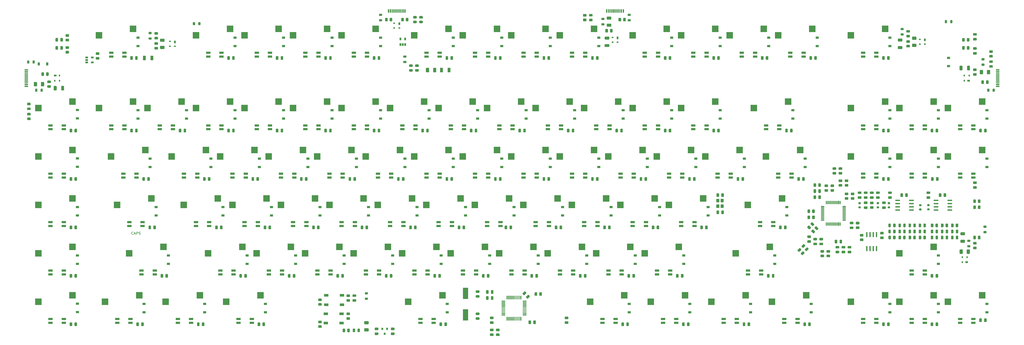
<source format=gbp>
%TF.GenerationSoftware,KiCad,Pcbnew,(5.1.10)-1*%
%TF.CreationDate,2021-11-05T23:24:13-04:00*%
%TF.ProjectId,custom_keyboard (f303),63757374-6f6d-45f6-9b65-79626f617264,rev?*%
%TF.SameCoordinates,Original*%
%TF.FileFunction,Paste,Bot*%
%TF.FilePolarity,Positive*%
%FSLAX46Y46*%
G04 Gerber Fmt 4.6, Leading zero omitted, Abs format (unit mm)*
G04 Created by KiCad (PCBNEW (5.1.10)-1) date 2021-11-05 23:24:13*
%MOMM*%
%LPD*%
G01*
G04 APERTURE LIST*
%ADD10C,0.150000*%
%ADD11R,1.800000X0.900000*%
%ADD12R,2.550000X2.500000*%
%ADD13O,0.270000X1.500000*%
%ADD14O,1.500000X0.270000*%
%ADD15R,0.650000X1.060000*%
%ADD16R,1.800000X1.100000*%
%ADD17R,2.000000X4.500000*%
%ADD18R,1.200000X0.900000*%
%ADD19O,0.588000X2.045000*%
%ADD20R,0.700000X1.000000*%
%ADD21R,0.700000X0.600000*%
%ADD22R,1.000000X0.700000*%
%ADD23R,0.600000X0.700000*%
%ADD24R,0.800000X0.900000*%
%ADD25R,1.060000X0.650000*%
%ADD26O,1.950000X0.568000*%
%ADD27R,1.450000X0.600000*%
%ADD28R,1.450000X0.300000*%
%ADD29R,1.200000X1.400000*%
%ADD30R,0.600000X1.450000*%
%ADD31R,0.300000X1.450000*%
%ADD32R,0.900000X1.200000*%
G04 APERTURE END LIST*
%TO.C,MX52*%
D10*
X118753461Y-243954842D02*
X118705842Y-244002461D01*
X118562985Y-244050080D01*
X118467747Y-244050080D01*
X118324890Y-244002461D01*
X118229652Y-243907223D01*
X118182033Y-243811985D01*
X118134414Y-243621509D01*
X118134414Y-243478652D01*
X118182033Y-243288176D01*
X118229652Y-243192938D01*
X118324890Y-243097700D01*
X118467747Y-243050080D01*
X118562985Y-243050080D01*
X118705842Y-243097700D01*
X118753461Y-243145319D01*
X119134414Y-243764366D02*
X119610604Y-243764366D01*
X119039176Y-244050080D02*
X119372509Y-243050080D01*
X119705842Y-244050080D01*
X120039176Y-244050080D02*
X120039176Y-243050080D01*
X120420128Y-243050080D01*
X120515366Y-243097700D01*
X120562985Y-243145319D01*
X120610604Y-243240557D01*
X120610604Y-243383414D01*
X120562985Y-243478652D01*
X120515366Y-243526271D01*
X120420128Y-243573890D01*
X120039176Y-243573890D01*
X120991557Y-244002461D02*
X121134414Y-244050080D01*
X121372509Y-244050080D01*
X121467747Y-244002461D01*
X121515366Y-243954842D01*
X121562985Y-243859604D01*
X121562985Y-243764366D01*
X121515366Y-243669128D01*
X121467747Y-243621509D01*
X121372509Y-243573890D01*
X121182033Y-243526271D01*
X121086795Y-243478652D01*
X121039176Y-243431033D01*
X120991557Y-243335795D01*
X120991557Y-243240557D01*
X121039176Y-243145319D01*
X121086795Y-243097700D01*
X121182033Y-243050080D01*
X121420128Y-243050080D01*
X121562985Y-243097700D01*
%TD*%
%TO.C,UD14*%
G36*
G01*
X440847200Y-242415950D02*
X440847200Y-243328450D01*
G75*
G02*
X440603450Y-243572200I-243750J0D01*
G01*
X440115950Y-243572200D01*
G75*
G02*
X439872200Y-243328450I0J243750D01*
G01*
X439872200Y-242415950D01*
G75*
G02*
X440115950Y-242172200I243750J0D01*
G01*
X440603450Y-242172200D01*
G75*
G02*
X440847200Y-242415950I0J-243750D01*
G01*
G37*
G36*
G01*
X442722200Y-242415950D02*
X442722200Y-243328450D01*
G75*
G02*
X442478450Y-243572200I-243750J0D01*
G01*
X441990950Y-243572200D01*
G75*
G02*
X441747200Y-243328450I0J243750D01*
G01*
X441747200Y-242415950D01*
G75*
G02*
X441990950Y-242172200I243750J0D01*
G01*
X442478450Y-242172200D01*
G75*
G02*
X442722200Y-242415950I0J-243750D01*
G01*
G37*
%TD*%
%TO.C,UD13*%
G36*
G01*
X436878700Y-242415950D02*
X436878700Y-243328450D01*
G75*
G02*
X436634950Y-243572200I-243750J0D01*
G01*
X436147450Y-243572200D01*
G75*
G02*
X435903700Y-243328450I0J243750D01*
G01*
X435903700Y-242415950D01*
G75*
G02*
X436147450Y-242172200I243750J0D01*
G01*
X436634950Y-242172200D01*
G75*
G02*
X436878700Y-242415950I0J-243750D01*
G01*
G37*
G36*
G01*
X438753700Y-242415950D02*
X438753700Y-243328450D01*
G75*
G02*
X438509950Y-243572200I-243750J0D01*
G01*
X438022450Y-243572200D01*
G75*
G02*
X437778700Y-243328450I0J243750D01*
G01*
X437778700Y-242415950D01*
G75*
G02*
X438022450Y-242172200I243750J0D01*
G01*
X438509950Y-242172200D01*
G75*
G02*
X438753700Y-242415950I0J-243750D01*
G01*
G37*
%TD*%
%TO.C,UD12*%
G36*
G01*
X432910200Y-242415950D02*
X432910200Y-243328450D01*
G75*
G02*
X432666450Y-243572200I-243750J0D01*
G01*
X432178950Y-243572200D01*
G75*
G02*
X431935200Y-243328450I0J243750D01*
G01*
X431935200Y-242415950D01*
G75*
G02*
X432178950Y-242172200I243750J0D01*
G01*
X432666450Y-242172200D01*
G75*
G02*
X432910200Y-242415950I0J-243750D01*
G01*
G37*
G36*
G01*
X434785200Y-242415950D02*
X434785200Y-243328450D01*
G75*
G02*
X434541450Y-243572200I-243750J0D01*
G01*
X434053950Y-243572200D01*
G75*
G02*
X433810200Y-243328450I0J243750D01*
G01*
X433810200Y-242415950D01*
G75*
G02*
X434053950Y-242172200I243750J0D01*
G01*
X434541450Y-242172200D01*
G75*
G02*
X434785200Y-242415950I0J-243750D01*
G01*
G37*
%TD*%
%TO.C,UD11*%
G36*
G01*
X429048000Y-243328450D02*
X429048000Y-242415950D01*
G75*
G02*
X429291750Y-242172200I243750J0D01*
G01*
X429779250Y-242172200D01*
G75*
G02*
X430023000Y-242415950I0J-243750D01*
G01*
X430023000Y-243328450D01*
G75*
G02*
X429779250Y-243572200I-243750J0D01*
G01*
X429291750Y-243572200D01*
G75*
G02*
X429048000Y-243328450I0J243750D01*
G01*
G37*
G36*
G01*
X427173000Y-243328450D02*
X427173000Y-242415950D01*
G75*
G02*
X427416750Y-242172200I243750J0D01*
G01*
X427904250Y-242172200D01*
G75*
G02*
X428148000Y-242415950I0J-243750D01*
G01*
X428148000Y-243328450D01*
G75*
G02*
X427904250Y-243572200I-243750J0D01*
G01*
X427416750Y-243572200D01*
G75*
G02*
X427173000Y-243328450I0J243750D01*
G01*
G37*
%TD*%
%TO.C,UD10*%
G36*
G01*
X425079500Y-243328450D02*
X425079500Y-242415950D01*
G75*
G02*
X425323250Y-242172200I243750J0D01*
G01*
X425810750Y-242172200D01*
G75*
G02*
X426054500Y-242415950I0J-243750D01*
G01*
X426054500Y-243328450D01*
G75*
G02*
X425810750Y-243572200I-243750J0D01*
G01*
X425323250Y-243572200D01*
G75*
G02*
X425079500Y-243328450I0J243750D01*
G01*
G37*
G36*
G01*
X423204500Y-243328450D02*
X423204500Y-242415950D01*
G75*
G02*
X423448250Y-242172200I243750J0D01*
G01*
X423935750Y-242172200D01*
G75*
G02*
X424179500Y-242415950I0J-243750D01*
G01*
X424179500Y-243328450D01*
G75*
G02*
X423935750Y-243572200I-243750J0D01*
G01*
X423448250Y-243572200D01*
G75*
G02*
X423204500Y-243328450I0J243750D01*
G01*
G37*
%TD*%
%TO.C,UD9*%
G36*
G01*
X421111000Y-243328450D02*
X421111000Y-242415950D01*
G75*
G02*
X421354750Y-242172200I243750J0D01*
G01*
X421842250Y-242172200D01*
G75*
G02*
X422086000Y-242415950I0J-243750D01*
G01*
X422086000Y-243328450D01*
G75*
G02*
X421842250Y-243572200I-243750J0D01*
G01*
X421354750Y-243572200D01*
G75*
G02*
X421111000Y-243328450I0J243750D01*
G01*
G37*
G36*
G01*
X419236000Y-243328450D02*
X419236000Y-242415950D01*
G75*
G02*
X419479750Y-242172200I243750J0D01*
G01*
X419967250Y-242172200D01*
G75*
G02*
X420211000Y-242415950I0J-243750D01*
G01*
X420211000Y-243328450D01*
G75*
G02*
X419967250Y-243572200I-243750J0D01*
G01*
X419479750Y-243572200D01*
G75*
G02*
X419236000Y-243328450I0J243750D01*
G01*
G37*
%TD*%
%TO.C,UD8*%
G36*
G01*
X417142500Y-243328450D02*
X417142500Y-242415950D01*
G75*
G02*
X417386250Y-242172200I243750J0D01*
G01*
X417873750Y-242172200D01*
G75*
G02*
X418117500Y-242415950I0J-243750D01*
G01*
X418117500Y-243328450D01*
G75*
G02*
X417873750Y-243572200I-243750J0D01*
G01*
X417386250Y-243572200D01*
G75*
G02*
X417142500Y-243328450I0J243750D01*
G01*
G37*
G36*
G01*
X415267500Y-243328450D02*
X415267500Y-242415950D01*
G75*
G02*
X415511250Y-242172200I243750J0D01*
G01*
X415998750Y-242172200D01*
G75*
G02*
X416242500Y-242415950I0J-243750D01*
G01*
X416242500Y-243328450D01*
G75*
G02*
X415998750Y-243572200I-243750J0D01*
G01*
X415511250Y-243572200D01*
G75*
G02*
X415267500Y-243328450I0J243750D01*
G01*
G37*
%TD*%
%TO.C,U14*%
G36*
G01*
X265370600Y-277857800D02*
X265370600Y-276532800D01*
G75*
G02*
X265445600Y-276457800I75000J0D01*
G01*
X265595600Y-276457800D01*
G75*
G02*
X265670600Y-276532800I0J-75000D01*
G01*
X265670600Y-277857800D01*
G75*
G02*
X265595600Y-277932800I-75000J0D01*
G01*
X265445600Y-277932800D01*
G75*
G02*
X265370600Y-277857800I0J75000D01*
G01*
G37*
G36*
G01*
X265870600Y-277857800D02*
X265870600Y-276532800D01*
G75*
G02*
X265945600Y-276457800I75000J0D01*
G01*
X266095600Y-276457800D01*
G75*
G02*
X266170600Y-276532800I0J-75000D01*
G01*
X266170600Y-277857800D01*
G75*
G02*
X266095600Y-277932800I-75000J0D01*
G01*
X265945600Y-277932800D01*
G75*
G02*
X265870600Y-277857800I0J75000D01*
G01*
G37*
G36*
G01*
X266370600Y-277857800D02*
X266370600Y-276532800D01*
G75*
G02*
X266445600Y-276457800I75000J0D01*
G01*
X266595600Y-276457800D01*
G75*
G02*
X266670600Y-276532800I0J-75000D01*
G01*
X266670600Y-277857800D01*
G75*
G02*
X266595600Y-277932800I-75000J0D01*
G01*
X266445600Y-277932800D01*
G75*
G02*
X266370600Y-277857800I0J75000D01*
G01*
G37*
G36*
G01*
X266870600Y-277857800D02*
X266870600Y-276532800D01*
G75*
G02*
X266945600Y-276457800I75000J0D01*
G01*
X267095600Y-276457800D01*
G75*
G02*
X267170600Y-276532800I0J-75000D01*
G01*
X267170600Y-277857800D01*
G75*
G02*
X267095600Y-277932800I-75000J0D01*
G01*
X266945600Y-277932800D01*
G75*
G02*
X266870600Y-277857800I0J75000D01*
G01*
G37*
G36*
G01*
X267370600Y-277857800D02*
X267370600Y-276532800D01*
G75*
G02*
X267445600Y-276457800I75000J0D01*
G01*
X267595600Y-276457800D01*
G75*
G02*
X267670600Y-276532800I0J-75000D01*
G01*
X267670600Y-277857800D01*
G75*
G02*
X267595600Y-277932800I-75000J0D01*
G01*
X267445600Y-277932800D01*
G75*
G02*
X267370600Y-277857800I0J75000D01*
G01*
G37*
G36*
G01*
X267870600Y-277857800D02*
X267870600Y-276532800D01*
G75*
G02*
X267945600Y-276457800I75000J0D01*
G01*
X268095600Y-276457800D01*
G75*
G02*
X268170600Y-276532800I0J-75000D01*
G01*
X268170600Y-277857800D01*
G75*
G02*
X268095600Y-277932800I-75000J0D01*
G01*
X267945600Y-277932800D01*
G75*
G02*
X267870600Y-277857800I0J75000D01*
G01*
G37*
G36*
G01*
X268370600Y-277857800D02*
X268370600Y-276532800D01*
G75*
G02*
X268445600Y-276457800I75000J0D01*
G01*
X268595600Y-276457800D01*
G75*
G02*
X268670600Y-276532800I0J-75000D01*
G01*
X268670600Y-277857800D01*
G75*
G02*
X268595600Y-277932800I-75000J0D01*
G01*
X268445600Y-277932800D01*
G75*
G02*
X268370600Y-277857800I0J75000D01*
G01*
G37*
G36*
G01*
X268870600Y-277857800D02*
X268870600Y-276532800D01*
G75*
G02*
X268945600Y-276457800I75000J0D01*
G01*
X269095600Y-276457800D01*
G75*
G02*
X269170600Y-276532800I0J-75000D01*
G01*
X269170600Y-277857800D01*
G75*
G02*
X269095600Y-277932800I-75000J0D01*
G01*
X268945600Y-277932800D01*
G75*
G02*
X268870600Y-277857800I0J75000D01*
G01*
G37*
G36*
G01*
X269370600Y-277857800D02*
X269370600Y-276532800D01*
G75*
G02*
X269445600Y-276457800I75000J0D01*
G01*
X269595600Y-276457800D01*
G75*
G02*
X269670600Y-276532800I0J-75000D01*
G01*
X269670600Y-277857800D01*
G75*
G02*
X269595600Y-277932800I-75000J0D01*
G01*
X269445600Y-277932800D01*
G75*
G02*
X269370600Y-277857800I0J75000D01*
G01*
G37*
G36*
G01*
X269870600Y-277857800D02*
X269870600Y-276532800D01*
G75*
G02*
X269945600Y-276457800I75000J0D01*
G01*
X270095600Y-276457800D01*
G75*
G02*
X270170600Y-276532800I0J-75000D01*
G01*
X270170600Y-277857800D01*
G75*
G02*
X270095600Y-277932800I-75000J0D01*
G01*
X269945600Y-277932800D01*
G75*
G02*
X269870600Y-277857800I0J75000D01*
G01*
G37*
G36*
G01*
X270370600Y-277857800D02*
X270370600Y-276532800D01*
G75*
G02*
X270445600Y-276457800I75000J0D01*
G01*
X270595600Y-276457800D01*
G75*
G02*
X270670600Y-276532800I0J-75000D01*
G01*
X270670600Y-277857800D01*
G75*
G02*
X270595600Y-277932800I-75000J0D01*
G01*
X270445600Y-277932800D01*
G75*
G02*
X270370600Y-277857800I0J75000D01*
G01*
G37*
G36*
G01*
X270870600Y-277857800D02*
X270870600Y-276532800D01*
G75*
G02*
X270945600Y-276457800I75000J0D01*
G01*
X271095600Y-276457800D01*
G75*
G02*
X271170600Y-276532800I0J-75000D01*
G01*
X271170600Y-277857800D01*
G75*
G02*
X271095600Y-277932800I-75000J0D01*
G01*
X270945600Y-277932800D01*
G75*
G02*
X270870600Y-277857800I0J75000D01*
G01*
G37*
G36*
G01*
X271695600Y-275857800D02*
X271695600Y-275707800D01*
G75*
G02*
X271770600Y-275632800I75000J0D01*
G01*
X273095600Y-275632800D01*
G75*
G02*
X273170600Y-275707800I0J-75000D01*
G01*
X273170600Y-275857800D01*
G75*
G02*
X273095600Y-275932800I-75000J0D01*
G01*
X271770600Y-275932800D01*
G75*
G02*
X271695600Y-275857800I0J75000D01*
G01*
G37*
G36*
G01*
X271695600Y-275357800D02*
X271695600Y-275207800D01*
G75*
G02*
X271770600Y-275132800I75000J0D01*
G01*
X273095600Y-275132800D01*
G75*
G02*
X273170600Y-275207800I0J-75000D01*
G01*
X273170600Y-275357800D01*
G75*
G02*
X273095600Y-275432800I-75000J0D01*
G01*
X271770600Y-275432800D01*
G75*
G02*
X271695600Y-275357800I0J75000D01*
G01*
G37*
G36*
G01*
X271695600Y-274857800D02*
X271695600Y-274707800D01*
G75*
G02*
X271770600Y-274632800I75000J0D01*
G01*
X273095600Y-274632800D01*
G75*
G02*
X273170600Y-274707800I0J-75000D01*
G01*
X273170600Y-274857800D01*
G75*
G02*
X273095600Y-274932800I-75000J0D01*
G01*
X271770600Y-274932800D01*
G75*
G02*
X271695600Y-274857800I0J75000D01*
G01*
G37*
G36*
G01*
X271695600Y-274357800D02*
X271695600Y-274207800D01*
G75*
G02*
X271770600Y-274132800I75000J0D01*
G01*
X273095600Y-274132800D01*
G75*
G02*
X273170600Y-274207800I0J-75000D01*
G01*
X273170600Y-274357800D01*
G75*
G02*
X273095600Y-274432800I-75000J0D01*
G01*
X271770600Y-274432800D01*
G75*
G02*
X271695600Y-274357800I0J75000D01*
G01*
G37*
G36*
G01*
X271695600Y-273857800D02*
X271695600Y-273707800D01*
G75*
G02*
X271770600Y-273632800I75000J0D01*
G01*
X273095600Y-273632800D01*
G75*
G02*
X273170600Y-273707800I0J-75000D01*
G01*
X273170600Y-273857800D01*
G75*
G02*
X273095600Y-273932800I-75000J0D01*
G01*
X271770600Y-273932800D01*
G75*
G02*
X271695600Y-273857800I0J75000D01*
G01*
G37*
G36*
G01*
X271695600Y-273357800D02*
X271695600Y-273207800D01*
G75*
G02*
X271770600Y-273132800I75000J0D01*
G01*
X273095600Y-273132800D01*
G75*
G02*
X273170600Y-273207800I0J-75000D01*
G01*
X273170600Y-273357800D01*
G75*
G02*
X273095600Y-273432800I-75000J0D01*
G01*
X271770600Y-273432800D01*
G75*
G02*
X271695600Y-273357800I0J75000D01*
G01*
G37*
G36*
G01*
X271695600Y-272857800D02*
X271695600Y-272707800D01*
G75*
G02*
X271770600Y-272632800I75000J0D01*
G01*
X273095600Y-272632800D01*
G75*
G02*
X273170600Y-272707800I0J-75000D01*
G01*
X273170600Y-272857800D01*
G75*
G02*
X273095600Y-272932800I-75000J0D01*
G01*
X271770600Y-272932800D01*
G75*
G02*
X271695600Y-272857800I0J75000D01*
G01*
G37*
G36*
G01*
X271695600Y-272357800D02*
X271695600Y-272207800D01*
G75*
G02*
X271770600Y-272132800I75000J0D01*
G01*
X273095600Y-272132800D01*
G75*
G02*
X273170600Y-272207800I0J-75000D01*
G01*
X273170600Y-272357800D01*
G75*
G02*
X273095600Y-272432800I-75000J0D01*
G01*
X271770600Y-272432800D01*
G75*
G02*
X271695600Y-272357800I0J75000D01*
G01*
G37*
G36*
G01*
X271695600Y-271857800D02*
X271695600Y-271707800D01*
G75*
G02*
X271770600Y-271632800I75000J0D01*
G01*
X273095600Y-271632800D01*
G75*
G02*
X273170600Y-271707800I0J-75000D01*
G01*
X273170600Y-271857800D01*
G75*
G02*
X273095600Y-271932800I-75000J0D01*
G01*
X271770600Y-271932800D01*
G75*
G02*
X271695600Y-271857800I0J75000D01*
G01*
G37*
G36*
G01*
X271695600Y-271357800D02*
X271695600Y-271207800D01*
G75*
G02*
X271770600Y-271132800I75000J0D01*
G01*
X273095600Y-271132800D01*
G75*
G02*
X273170600Y-271207800I0J-75000D01*
G01*
X273170600Y-271357800D01*
G75*
G02*
X273095600Y-271432800I-75000J0D01*
G01*
X271770600Y-271432800D01*
G75*
G02*
X271695600Y-271357800I0J75000D01*
G01*
G37*
G36*
G01*
X271695600Y-270857800D02*
X271695600Y-270707800D01*
G75*
G02*
X271770600Y-270632800I75000J0D01*
G01*
X273095600Y-270632800D01*
G75*
G02*
X273170600Y-270707800I0J-75000D01*
G01*
X273170600Y-270857800D01*
G75*
G02*
X273095600Y-270932800I-75000J0D01*
G01*
X271770600Y-270932800D01*
G75*
G02*
X271695600Y-270857800I0J75000D01*
G01*
G37*
G36*
G01*
X271695600Y-270357800D02*
X271695600Y-270207800D01*
G75*
G02*
X271770600Y-270132800I75000J0D01*
G01*
X273095600Y-270132800D01*
G75*
G02*
X273170600Y-270207800I0J-75000D01*
G01*
X273170600Y-270357800D01*
G75*
G02*
X273095600Y-270432800I-75000J0D01*
G01*
X271770600Y-270432800D01*
G75*
G02*
X271695600Y-270357800I0J75000D01*
G01*
G37*
G36*
G01*
X270870600Y-269532800D02*
X270870600Y-268207800D01*
G75*
G02*
X270945600Y-268132800I75000J0D01*
G01*
X271095600Y-268132800D01*
G75*
G02*
X271170600Y-268207800I0J-75000D01*
G01*
X271170600Y-269532800D01*
G75*
G02*
X271095600Y-269607800I-75000J0D01*
G01*
X270945600Y-269607800D01*
G75*
G02*
X270870600Y-269532800I0J75000D01*
G01*
G37*
G36*
G01*
X270370600Y-269532800D02*
X270370600Y-268207800D01*
G75*
G02*
X270445600Y-268132800I75000J0D01*
G01*
X270595600Y-268132800D01*
G75*
G02*
X270670600Y-268207800I0J-75000D01*
G01*
X270670600Y-269532800D01*
G75*
G02*
X270595600Y-269607800I-75000J0D01*
G01*
X270445600Y-269607800D01*
G75*
G02*
X270370600Y-269532800I0J75000D01*
G01*
G37*
G36*
G01*
X269870600Y-269532800D02*
X269870600Y-268207800D01*
G75*
G02*
X269945600Y-268132800I75000J0D01*
G01*
X270095600Y-268132800D01*
G75*
G02*
X270170600Y-268207800I0J-75000D01*
G01*
X270170600Y-269532800D01*
G75*
G02*
X270095600Y-269607800I-75000J0D01*
G01*
X269945600Y-269607800D01*
G75*
G02*
X269870600Y-269532800I0J75000D01*
G01*
G37*
G36*
G01*
X269370600Y-269532800D02*
X269370600Y-268207800D01*
G75*
G02*
X269445600Y-268132800I75000J0D01*
G01*
X269595600Y-268132800D01*
G75*
G02*
X269670600Y-268207800I0J-75000D01*
G01*
X269670600Y-269532800D01*
G75*
G02*
X269595600Y-269607800I-75000J0D01*
G01*
X269445600Y-269607800D01*
G75*
G02*
X269370600Y-269532800I0J75000D01*
G01*
G37*
G36*
G01*
X268870600Y-269532800D02*
X268870600Y-268207800D01*
G75*
G02*
X268945600Y-268132800I75000J0D01*
G01*
X269095600Y-268132800D01*
G75*
G02*
X269170600Y-268207800I0J-75000D01*
G01*
X269170600Y-269532800D01*
G75*
G02*
X269095600Y-269607800I-75000J0D01*
G01*
X268945600Y-269607800D01*
G75*
G02*
X268870600Y-269532800I0J75000D01*
G01*
G37*
G36*
G01*
X268370600Y-269532800D02*
X268370600Y-268207800D01*
G75*
G02*
X268445600Y-268132800I75000J0D01*
G01*
X268595600Y-268132800D01*
G75*
G02*
X268670600Y-268207800I0J-75000D01*
G01*
X268670600Y-269532800D01*
G75*
G02*
X268595600Y-269607800I-75000J0D01*
G01*
X268445600Y-269607800D01*
G75*
G02*
X268370600Y-269532800I0J75000D01*
G01*
G37*
G36*
G01*
X267870600Y-269532800D02*
X267870600Y-268207800D01*
G75*
G02*
X267945600Y-268132800I75000J0D01*
G01*
X268095600Y-268132800D01*
G75*
G02*
X268170600Y-268207800I0J-75000D01*
G01*
X268170600Y-269532800D01*
G75*
G02*
X268095600Y-269607800I-75000J0D01*
G01*
X267945600Y-269607800D01*
G75*
G02*
X267870600Y-269532800I0J75000D01*
G01*
G37*
G36*
G01*
X267370600Y-269532800D02*
X267370600Y-268207800D01*
G75*
G02*
X267445600Y-268132800I75000J0D01*
G01*
X267595600Y-268132800D01*
G75*
G02*
X267670600Y-268207800I0J-75000D01*
G01*
X267670600Y-269532800D01*
G75*
G02*
X267595600Y-269607800I-75000J0D01*
G01*
X267445600Y-269607800D01*
G75*
G02*
X267370600Y-269532800I0J75000D01*
G01*
G37*
G36*
G01*
X266870600Y-269532800D02*
X266870600Y-268207800D01*
G75*
G02*
X266945600Y-268132800I75000J0D01*
G01*
X267095600Y-268132800D01*
G75*
G02*
X267170600Y-268207800I0J-75000D01*
G01*
X267170600Y-269532800D01*
G75*
G02*
X267095600Y-269607800I-75000J0D01*
G01*
X266945600Y-269607800D01*
G75*
G02*
X266870600Y-269532800I0J75000D01*
G01*
G37*
G36*
G01*
X266370600Y-269532800D02*
X266370600Y-268207800D01*
G75*
G02*
X266445600Y-268132800I75000J0D01*
G01*
X266595600Y-268132800D01*
G75*
G02*
X266670600Y-268207800I0J-75000D01*
G01*
X266670600Y-269532800D01*
G75*
G02*
X266595600Y-269607800I-75000J0D01*
G01*
X266445600Y-269607800D01*
G75*
G02*
X266370600Y-269532800I0J75000D01*
G01*
G37*
G36*
G01*
X265870600Y-269532800D02*
X265870600Y-268207800D01*
G75*
G02*
X265945600Y-268132800I75000J0D01*
G01*
X266095600Y-268132800D01*
G75*
G02*
X266170600Y-268207800I0J-75000D01*
G01*
X266170600Y-269532800D01*
G75*
G02*
X266095600Y-269607800I-75000J0D01*
G01*
X265945600Y-269607800D01*
G75*
G02*
X265870600Y-269532800I0J75000D01*
G01*
G37*
G36*
G01*
X265370600Y-269532800D02*
X265370600Y-268207800D01*
G75*
G02*
X265445600Y-268132800I75000J0D01*
G01*
X265595600Y-268132800D01*
G75*
G02*
X265670600Y-268207800I0J-75000D01*
G01*
X265670600Y-269532800D01*
G75*
G02*
X265595600Y-269607800I-75000J0D01*
G01*
X265445600Y-269607800D01*
G75*
G02*
X265370600Y-269532800I0J75000D01*
G01*
G37*
G36*
G01*
X263370600Y-270357800D02*
X263370600Y-270207800D01*
G75*
G02*
X263445600Y-270132800I75000J0D01*
G01*
X264770600Y-270132800D01*
G75*
G02*
X264845600Y-270207800I0J-75000D01*
G01*
X264845600Y-270357800D01*
G75*
G02*
X264770600Y-270432800I-75000J0D01*
G01*
X263445600Y-270432800D01*
G75*
G02*
X263370600Y-270357800I0J75000D01*
G01*
G37*
G36*
G01*
X263370600Y-270857800D02*
X263370600Y-270707800D01*
G75*
G02*
X263445600Y-270632800I75000J0D01*
G01*
X264770600Y-270632800D01*
G75*
G02*
X264845600Y-270707800I0J-75000D01*
G01*
X264845600Y-270857800D01*
G75*
G02*
X264770600Y-270932800I-75000J0D01*
G01*
X263445600Y-270932800D01*
G75*
G02*
X263370600Y-270857800I0J75000D01*
G01*
G37*
G36*
G01*
X263370600Y-271357800D02*
X263370600Y-271207800D01*
G75*
G02*
X263445600Y-271132800I75000J0D01*
G01*
X264770600Y-271132800D01*
G75*
G02*
X264845600Y-271207800I0J-75000D01*
G01*
X264845600Y-271357800D01*
G75*
G02*
X264770600Y-271432800I-75000J0D01*
G01*
X263445600Y-271432800D01*
G75*
G02*
X263370600Y-271357800I0J75000D01*
G01*
G37*
G36*
G01*
X263370600Y-271857800D02*
X263370600Y-271707800D01*
G75*
G02*
X263445600Y-271632800I75000J0D01*
G01*
X264770600Y-271632800D01*
G75*
G02*
X264845600Y-271707800I0J-75000D01*
G01*
X264845600Y-271857800D01*
G75*
G02*
X264770600Y-271932800I-75000J0D01*
G01*
X263445600Y-271932800D01*
G75*
G02*
X263370600Y-271857800I0J75000D01*
G01*
G37*
G36*
G01*
X263370600Y-272357800D02*
X263370600Y-272207800D01*
G75*
G02*
X263445600Y-272132800I75000J0D01*
G01*
X264770600Y-272132800D01*
G75*
G02*
X264845600Y-272207800I0J-75000D01*
G01*
X264845600Y-272357800D01*
G75*
G02*
X264770600Y-272432800I-75000J0D01*
G01*
X263445600Y-272432800D01*
G75*
G02*
X263370600Y-272357800I0J75000D01*
G01*
G37*
G36*
G01*
X263370600Y-272857800D02*
X263370600Y-272707800D01*
G75*
G02*
X263445600Y-272632800I75000J0D01*
G01*
X264770600Y-272632800D01*
G75*
G02*
X264845600Y-272707800I0J-75000D01*
G01*
X264845600Y-272857800D01*
G75*
G02*
X264770600Y-272932800I-75000J0D01*
G01*
X263445600Y-272932800D01*
G75*
G02*
X263370600Y-272857800I0J75000D01*
G01*
G37*
G36*
G01*
X263370600Y-273357800D02*
X263370600Y-273207800D01*
G75*
G02*
X263445600Y-273132800I75000J0D01*
G01*
X264770600Y-273132800D01*
G75*
G02*
X264845600Y-273207800I0J-75000D01*
G01*
X264845600Y-273357800D01*
G75*
G02*
X264770600Y-273432800I-75000J0D01*
G01*
X263445600Y-273432800D01*
G75*
G02*
X263370600Y-273357800I0J75000D01*
G01*
G37*
G36*
G01*
X263370600Y-273857800D02*
X263370600Y-273707800D01*
G75*
G02*
X263445600Y-273632800I75000J0D01*
G01*
X264770600Y-273632800D01*
G75*
G02*
X264845600Y-273707800I0J-75000D01*
G01*
X264845600Y-273857800D01*
G75*
G02*
X264770600Y-273932800I-75000J0D01*
G01*
X263445600Y-273932800D01*
G75*
G02*
X263370600Y-273857800I0J75000D01*
G01*
G37*
G36*
G01*
X263370600Y-274357800D02*
X263370600Y-274207800D01*
G75*
G02*
X263445600Y-274132800I75000J0D01*
G01*
X264770600Y-274132800D01*
G75*
G02*
X264845600Y-274207800I0J-75000D01*
G01*
X264845600Y-274357800D01*
G75*
G02*
X264770600Y-274432800I-75000J0D01*
G01*
X263445600Y-274432800D01*
G75*
G02*
X263370600Y-274357800I0J75000D01*
G01*
G37*
G36*
G01*
X263370600Y-274857800D02*
X263370600Y-274707800D01*
G75*
G02*
X263445600Y-274632800I75000J0D01*
G01*
X264770600Y-274632800D01*
G75*
G02*
X264845600Y-274707800I0J-75000D01*
G01*
X264845600Y-274857800D01*
G75*
G02*
X264770600Y-274932800I-75000J0D01*
G01*
X263445600Y-274932800D01*
G75*
G02*
X263370600Y-274857800I0J75000D01*
G01*
G37*
G36*
G01*
X263370600Y-275357800D02*
X263370600Y-275207800D01*
G75*
G02*
X263445600Y-275132800I75000J0D01*
G01*
X264770600Y-275132800D01*
G75*
G02*
X264845600Y-275207800I0J-75000D01*
G01*
X264845600Y-275357800D01*
G75*
G02*
X264770600Y-275432800I-75000J0D01*
G01*
X263445600Y-275432800D01*
G75*
G02*
X263370600Y-275357800I0J75000D01*
G01*
G37*
G36*
G01*
X263370600Y-275857800D02*
X263370600Y-275707800D01*
G75*
G02*
X263445600Y-275632800I75000J0D01*
G01*
X264770600Y-275632800D01*
G75*
G02*
X264845600Y-275707800I0J-75000D01*
G01*
X264845600Y-275857800D01*
G75*
G02*
X264770600Y-275932800I-75000J0D01*
G01*
X263445600Y-275932800D01*
G75*
G02*
X263370600Y-275857800I0J75000D01*
G01*
G37*
%TD*%
D11*
%TO.C,MX84*%
X308174500Y-278832800D03*
X308174500Y-277332800D03*
X302974500Y-278832800D03*
X302974500Y-277332800D03*
D12*
X311589500Y-267952800D03*
X298164500Y-270492800D03*
%TD*%
D11*
%TO.C,MX14*%
X410561800Y-174064400D03*
X410561800Y-172564400D03*
X405361800Y-174064400D03*
X405361800Y-172564400D03*
D12*
X413976800Y-163184400D03*
X400551800Y-165724400D03*
%TD*%
%TO.C,R27*%
G36*
G01*
X277395000Y-267026898D02*
X277395000Y-267926902D01*
G75*
G02*
X277145002Y-268176900I-249998J0D01*
G01*
X276619998Y-268176900D01*
G75*
G02*
X276370000Y-267926902I0J249998D01*
G01*
X276370000Y-267026898D01*
G75*
G02*
X276619998Y-266776900I249998J0D01*
G01*
X277145002Y-266776900D01*
G75*
G02*
X277395000Y-267026898I0J-249998D01*
G01*
G37*
G36*
G01*
X279220000Y-267026898D02*
X279220000Y-267926902D01*
G75*
G02*
X278970002Y-268176900I-249998J0D01*
G01*
X278444998Y-268176900D01*
G75*
G02*
X278195000Y-267926902I0J249998D01*
G01*
X278195000Y-267026898D01*
G75*
G02*
X278444998Y-266776900I249998J0D01*
G01*
X278970002Y-266776900D01*
G75*
G02*
X279220000Y-267026898I0J-249998D01*
G01*
G37*
%TD*%
%TO.C,R65*%
G36*
G01*
X229722998Y-178982500D02*
X230623002Y-178982500D01*
G75*
G02*
X230873000Y-179232498I0J-249998D01*
G01*
X230873000Y-179757502D01*
G75*
G02*
X230623002Y-180007500I-249998J0D01*
G01*
X229722998Y-180007500D01*
G75*
G02*
X229473000Y-179757502I0J249998D01*
G01*
X229473000Y-179232498D01*
G75*
G02*
X229722998Y-178982500I249998J0D01*
G01*
G37*
G36*
G01*
X229722998Y-177157500D02*
X230623002Y-177157500D01*
G75*
G02*
X230873000Y-177407498I0J-249998D01*
G01*
X230873000Y-177932502D01*
G75*
G02*
X230623002Y-178182500I-249998J0D01*
G01*
X229722998Y-178182500D01*
G75*
G02*
X229473000Y-177932502I0J249998D01*
G01*
X229473000Y-177407498D01*
G75*
G02*
X229722998Y-177157500I249998J0D01*
G01*
G37*
%TD*%
%TO.C,D12*%
G36*
G01*
X228248150Y-178132500D02*
X227335650Y-178132500D01*
G75*
G02*
X227091900Y-177888750I0J243750D01*
G01*
X227091900Y-177401250D01*
G75*
G02*
X227335650Y-177157500I243750J0D01*
G01*
X228248150Y-177157500D01*
G75*
G02*
X228491900Y-177401250I0J-243750D01*
G01*
X228491900Y-177888750D01*
G75*
G02*
X228248150Y-178132500I-243750J0D01*
G01*
G37*
G36*
G01*
X228248150Y-180007500D02*
X227335650Y-180007500D01*
G75*
G02*
X227091900Y-179763750I0J243750D01*
G01*
X227091900Y-179276250D01*
G75*
G02*
X227335650Y-179032500I243750J0D01*
G01*
X228248150Y-179032500D01*
G75*
G02*
X228491900Y-179276250I0J-243750D01*
G01*
X228491900Y-179763750D01*
G75*
G02*
X228248150Y-180007500I-243750J0D01*
G01*
G37*
%TD*%
%TO.C,R64*%
G36*
G01*
X202793500Y-282258502D02*
X202793500Y-281358498D01*
G75*
G02*
X203043498Y-281108500I249998J0D01*
G01*
X203568502Y-281108500D01*
G75*
G02*
X203818500Y-281358498I0J-249998D01*
G01*
X203818500Y-282258502D01*
G75*
G02*
X203568502Y-282508500I-249998J0D01*
G01*
X203043498Y-282508500D01*
G75*
G02*
X202793500Y-282258502I0J249998D01*
G01*
G37*
G36*
G01*
X200968500Y-282258502D02*
X200968500Y-281358498D01*
G75*
G02*
X201218498Y-281108500I249998J0D01*
G01*
X201743502Y-281108500D01*
G75*
G02*
X201993500Y-281358498I0J-249998D01*
G01*
X201993500Y-282258502D01*
G75*
G02*
X201743502Y-282508500I-249998J0D01*
G01*
X201218498Y-282508500D01*
G75*
G02*
X200968500Y-282258502I0J249998D01*
G01*
G37*
%TD*%
%TO.C,D11*%
G36*
G01*
X206812000Y-282219750D02*
X206812000Y-281307250D01*
G75*
G02*
X207055750Y-281063500I243750J0D01*
G01*
X207543250Y-281063500D01*
G75*
G02*
X207787000Y-281307250I0J-243750D01*
G01*
X207787000Y-282219750D01*
G75*
G02*
X207543250Y-282463500I-243750J0D01*
G01*
X207055750Y-282463500D01*
G75*
G02*
X206812000Y-282219750I0J243750D01*
G01*
G37*
G36*
G01*
X204937000Y-282219750D02*
X204937000Y-281307250D01*
G75*
G02*
X205180750Y-281063500I243750J0D01*
G01*
X205668250Y-281063500D01*
G75*
G02*
X205912000Y-281307250I0J-243750D01*
G01*
X205912000Y-282219750D01*
G75*
G02*
X205668250Y-282463500I-243750J0D01*
G01*
X205180750Y-282463500D01*
G75*
G02*
X204937000Y-282219750I0J243750D01*
G01*
G37*
%TD*%
D11*
%TO.C,MX64*%
X370083100Y-240735200D03*
X370083100Y-239235200D03*
X364883100Y-240735200D03*
X364883100Y-239235200D03*
D12*
X373498100Y-229855200D03*
X360073100Y-232395200D03*
%TD*%
D13*
%TO.C,FE2.1*%
X396425200Y-239978900D03*
X395925200Y-239978900D03*
X395425200Y-239978900D03*
X394925200Y-239978900D03*
X394425200Y-239978900D03*
X393925200Y-239978900D03*
X393425200Y-239978900D03*
X392925200Y-239978900D03*
X392425200Y-239978900D03*
X391925200Y-239978900D03*
X391425200Y-239978900D03*
X390925200Y-239978900D03*
D14*
X389425200Y-238478900D03*
X389425200Y-237978900D03*
X389425200Y-237478900D03*
X389425200Y-236978900D03*
X389425200Y-236478900D03*
X389425200Y-235978900D03*
X389425200Y-235478900D03*
X389425200Y-234978900D03*
X389425200Y-234478900D03*
X389425200Y-233978900D03*
X389425200Y-233478900D03*
X389425200Y-232978900D03*
D13*
X390925200Y-231478900D03*
X391425200Y-231478900D03*
X391925200Y-231478900D03*
X392425200Y-231478900D03*
X392925200Y-231478900D03*
X393425200Y-231478900D03*
X393925200Y-231478900D03*
X394425200Y-231478900D03*
X394925200Y-231478900D03*
X395425200Y-231478900D03*
X395925200Y-231478900D03*
X396425200Y-231478900D03*
D14*
X397925200Y-232978900D03*
X397925200Y-233478900D03*
X397925200Y-233978900D03*
X397925200Y-234478900D03*
X397925200Y-234978900D03*
X397925200Y-235478900D03*
X397925200Y-235978900D03*
X397925200Y-236478900D03*
X397925200Y-236978900D03*
X397925200Y-237478900D03*
X397925200Y-237978900D03*
X397925200Y-238478900D03*
%TD*%
%TO.C,R24*%
G36*
G01*
X191625398Y-271051700D02*
X192525402Y-271051700D01*
G75*
G02*
X192775400Y-271301698I0J-249998D01*
G01*
X192775400Y-271826702D01*
G75*
G02*
X192525402Y-272076700I-249998J0D01*
G01*
X191625398Y-272076700D01*
G75*
G02*
X191375400Y-271826702I0J249998D01*
G01*
X191375400Y-271301698D01*
G75*
G02*
X191625398Y-271051700I249998J0D01*
G01*
G37*
G36*
G01*
X191625398Y-269226700D02*
X192525402Y-269226700D01*
G75*
G02*
X192775400Y-269476698I0J-249998D01*
G01*
X192775400Y-270001702D01*
G75*
G02*
X192525402Y-270251700I-249998J0D01*
G01*
X191625398Y-270251700D01*
G75*
G02*
X191375400Y-270001702I0J249998D01*
G01*
X191375400Y-269476698D01*
G75*
G02*
X191625398Y-269226700I249998J0D01*
G01*
G37*
%TD*%
%TO.C,R25*%
G36*
G01*
X202737198Y-276607600D02*
X203637202Y-276607600D01*
G75*
G02*
X203887200Y-276857598I0J-249998D01*
G01*
X203887200Y-277382602D01*
G75*
G02*
X203637202Y-277632600I-249998J0D01*
G01*
X202737198Y-277632600D01*
G75*
G02*
X202487200Y-277382602I0J249998D01*
G01*
X202487200Y-276857598D01*
G75*
G02*
X202737198Y-276607600I249998J0D01*
G01*
G37*
G36*
G01*
X202737198Y-274782600D02*
X203637202Y-274782600D01*
G75*
G02*
X203887200Y-275032598I0J-249998D01*
G01*
X203887200Y-275557602D01*
G75*
G02*
X203637202Y-275807600I-249998J0D01*
G01*
X202737198Y-275807600D01*
G75*
G02*
X202487200Y-275557602I0J249998D01*
G01*
X202487200Y-275032598D01*
G75*
G02*
X202737198Y-274782600I249998J0D01*
G01*
G37*
%TD*%
%TO.C,R19*%
G36*
G01*
X192525402Y-278982400D02*
X191625398Y-278982400D01*
G75*
G02*
X191375400Y-278732402I0J249998D01*
G01*
X191375400Y-278207398D01*
G75*
G02*
X191625398Y-277957400I249998J0D01*
G01*
X192525402Y-277957400D01*
G75*
G02*
X192775400Y-278207398I0J-249998D01*
G01*
X192775400Y-278732402D01*
G75*
G02*
X192525402Y-278982400I-249998J0D01*
G01*
G37*
G36*
G01*
X192525402Y-280807400D02*
X191625398Y-280807400D01*
G75*
G02*
X191375400Y-280557402I0J249998D01*
G01*
X191375400Y-280032398D01*
G75*
G02*
X191625398Y-279782400I249998J0D01*
G01*
X192525402Y-279782400D01*
G75*
G02*
X192775400Y-280032398I0J-249998D01*
G01*
X192775400Y-280557402D01*
G75*
G02*
X192525402Y-280807400I-249998J0D01*
G01*
G37*
%TD*%
%TO.C,R56*%
G36*
G01*
X453602700Y-184588402D02*
X453602700Y-183688398D01*
G75*
G02*
X453852698Y-183438400I249998J0D01*
G01*
X454377702Y-183438400D01*
G75*
G02*
X454627700Y-183688398I0J-249998D01*
G01*
X454627700Y-184588402D01*
G75*
G02*
X454377702Y-184838400I-249998J0D01*
G01*
X453852698Y-184838400D01*
G75*
G02*
X453602700Y-184588402I0J249998D01*
G01*
G37*
G36*
G01*
X451777700Y-184588402D02*
X451777700Y-183688398D01*
G75*
G02*
X452027698Y-183438400I249998J0D01*
G01*
X452552702Y-183438400D01*
G75*
G02*
X452802700Y-183688398I0J-249998D01*
G01*
X452802700Y-184588402D01*
G75*
G02*
X452552702Y-184838400I-249998J0D01*
G01*
X452027698Y-184838400D01*
G75*
G02*
X451777700Y-184588402I0J249998D01*
G01*
G37*
%TD*%
%TO.C,R50*%
G36*
G01*
X448784198Y-180569900D02*
X449684202Y-180569900D01*
G75*
G02*
X449934200Y-180819898I0J-249998D01*
G01*
X449934200Y-181344902D01*
G75*
G02*
X449684202Y-181594900I-249998J0D01*
G01*
X448784198Y-181594900D01*
G75*
G02*
X448534200Y-181344902I0J249998D01*
G01*
X448534200Y-180819898D01*
G75*
G02*
X448784198Y-180569900I249998J0D01*
G01*
G37*
G36*
G01*
X448784198Y-178744900D02*
X449684202Y-178744900D01*
G75*
G02*
X449934200Y-178994898I0J-249998D01*
G01*
X449934200Y-179519902D01*
G75*
G02*
X449684202Y-179769900I-249998J0D01*
G01*
X448784198Y-179769900D01*
G75*
G02*
X448534200Y-179519902I0J249998D01*
G01*
X448534200Y-178994898D01*
G75*
G02*
X448784198Y-178744900I249998J0D01*
G01*
G37*
%TD*%
%TO.C,R14*%
G36*
G01*
X83732200Y-180513598D02*
X83732200Y-181413602D01*
G75*
G02*
X83482202Y-181663600I-249998J0D01*
G01*
X82957198Y-181663600D01*
G75*
G02*
X82707200Y-181413602I0J249998D01*
G01*
X82707200Y-180513598D01*
G75*
G02*
X82957198Y-180263600I249998J0D01*
G01*
X83482202Y-180263600D01*
G75*
G02*
X83732200Y-180513598I0J-249998D01*
G01*
G37*
G36*
G01*
X85557200Y-180513598D02*
X85557200Y-181413602D01*
G75*
G02*
X85307202Y-181663600I-249998J0D01*
G01*
X84782198Y-181663600D01*
G75*
G02*
X84532200Y-181413602I0J249998D01*
G01*
X84532200Y-180513598D01*
G75*
G02*
X84782198Y-180263600I249998J0D01*
G01*
X85307202Y-180263600D01*
G75*
G02*
X85557200Y-180513598I0J-249998D01*
G01*
G37*
%TD*%
%TO.C,R7*%
G36*
G01*
X86169602Y-184532100D02*
X85269598Y-184532100D01*
G75*
G02*
X85019600Y-184282102I0J249998D01*
G01*
X85019600Y-183757098D01*
G75*
G02*
X85269598Y-183507100I249998J0D01*
G01*
X86169602Y-183507100D01*
G75*
G02*
X86419600Y-183757098I0J-249998D01*
G01*
X86419600Y-184282102D01*
G75*
G02*
X86169602Y-184532100I-249998J0D01*
G01*
G37*
G36*
G01*
X86169602Y-186357100D02*
X85269598Y-186357100D01*
G75*
G02*
X85019600Y-186107102I0J249998D01*
G01*
X85019600Y-185582098D01*
G75*
G02*
X85269598Y-185332100I249998J0D01*
G01*
X86169602Y-185332100D01*
G75*
G02*
X86419600Y-185582098I0J-249998D01*
G01*
X86419600Y-186107102D01*
G75*
G02*
X86169602Y-186357100I-249998J0D01*
G01*
G37*
%TD*%
%TO.C,R22*%
G36*
G01*
X203637202Y-268664300D02*
X202737198Y-268664300D01*
G75*
G02*
X202487200Y-268414302I0J249998D01*
G01*
X202487200Y-267889298D01*
G75*
G02*
X202737198Y-267639300I249998J0D01*
G01*
X203637202Y-267639300D01*
G75*
G02*
X203887200Y-267889298I0J-249998D01*
G01*
X203887200Y-268414302D01*
G75*
G02*
X203637202Y-268664300I-249998J0D01*
G01*
G37*
G36*
G01*
X203637202Y-270489300D02*
X202737198Y-270489300D01*
G75*
G02*
X202487200Y-270239302I0J249998D01*
G01*
X202487200Y-269714298D01*
G75*
G02*
X202737198Y-269464300I249998J0D01*
G01*
X203637202Y-269464300D01*
G75*
G02*
X203887200Y-269714298I0J-249998D01*
G01*
X203887200Y-270239302D01*
G75*
G02*
X203637202Y-270489300I-249998J0D01*
G01*
G37*
%TD*%
D15*
%TO.C,U1*%
X225567100Y-167164400D03*
X223667100Y-167164400D03*
X223667100Y-169364400D03*
X224617100Y-169364400D03*
X225567100Y-169364400D03*
%TD*%
D16*
%TO.C,SW2*%
X200562400Y-278933500D03*
X194362400Y-275233500D03*
X200562400Y-275233500D03*
X194362400Y-278933500D03*
%TD*%
%TO.C,F1*%
G36*
G01*
X236503900Y-180001200D02*
X236503900Y-178751200D01*
G75*
G02*
X236753900Y-178501200I250000J0D01*
G01*
X237503900Y-178501200D01*
G75*
G02*
X237753900Y-178751200I0J-250000D01*
G01*
X237753900Y-180001200D01*
G75*
G02*
X237503900Y-180251200I-250000J0D01*
G01*
X236753900Y-180251200D01*
G75*
G02*
X236503900Y-180001200I0J250000D01*
G01*
G37*
G36*
G01*
X233703900Y-180001200D02*
X233703900Y-178751200D01*
G75*
G02*
X233953900Y-178501200I250000J0D01*
G01*
X234703900Y-178501200D01*
G75*
G02*
X234953900Y-178751200I0J-250000D01*
G01*
X234953900Y-180001200D01*
G75*
G02*
X234703900Y-180251200I-250000J0D01*
G01*
X233953900Y-180251200D01*
G75*
G02*
X233703900Y-180001200I0J250000D01*
G01*
G37*
%TD*%
%TO.C,R36*%
G36*
G01*
X310333550Y-159083698D02*
X310333550Y-159983702D01*
G75*
G02*
X310083552Y-160233700I-249998J0D01*
G01*
X309558548Y-160233700D01*
G75*
G02*
X309308550Y-159983702I0J249998D01*
G01*
X309308550Y-159083698D01*
G75*
G02*
X309558548Y-158833700I249998J0D01*
G01*
X310083552Y-158833700D01*
G75*
G02*
X310333550Y-159083698I0J-249998D01*
G01*
G37*
G36*
G01*
X312158550Y-159083698D02*
X312158550Y-159983702D01*
G75*
G02*
X311908552Y-160233700I-249998J0D01*
G01*
X311383548Y-160233700D01*
G75*
G02*
X311133550Y-159983702I0J249998D01*
G01*
X311133550Y-159083698D01*
G75*
G02*
X311383548Y-158833700I249998J0D01*
G01*
X311908552Y-158833700D01*
G75*
G02*
X312158550Y-159083698I0J-249998D01*
G01*
G37*
%TD*%
%TO.C,R33*%
G36*
G01*
X305974500Y-164349052D02*
X305974500Y-163449048D01*
G75*
G02*
X306224498Y-163199050I249998J0D01*
G01*
X306749502Y-163199050D01*
G75*
G02*
X306999500Y-163449048I0J-249998D01*
G01*
X306999500Y-164349052D01*
G75*
G02*
X306749502Y-164599050I-249998J0D01*
G01*
X306224498Y-164599050D01*
G75*
G02*
X305974500Y-164349052I0J249998D01*
G01*
G37*
G36*
G01*
X304149500Y-164349052D02*
X304149500Y-163449048D01*
G75*
G02*
X304399498Y-163199050I249998J0D01*
G01*
X304924502Y-163199050D01*
G75*
G02*
X305174500Y-163449048I0J-249998D01*
G01*
X305174500Y-164349052D01*
G75*
G02*
X304924502Y-164599050I-249998J0D01*
G01*
X304399498Y-164599050D01*
G75*
G02*
X304149500Y-164349052I0J249998D01*
G01*
G37*
%TD*%
D11*
%TO.C,MX83*%
X236741500Y-278832800D03*
X236741500Y-277332800D03*
X231541500Y-278832800D03*
X231541500Y-277332800D03*
D12*
X240156500Y-267952800D03*
X226731500Y-270492800D03*
%TD*%
%TO.C,C13*%
G36*
G01*
X205093300Y-269514300D02*
X206043300Y-269514300D01*
G75*
G02*
X206293300Y-269764300I0J-250000D01*
G01*
X206293300Y-270264300D01*
G75*
G02*
X206043300Y-270514300I-250000J0D01*
G01*
X205093300Y-270514300D01*
G75*
G02*
X204843300Y-270264300I0J250000D01*
G01*
X204843300Y-269764300D01*
G75*
G02*
X205093300Y-269514300I250000J0D01*
G01*
G37*
G36*
G01*
X205093300Y-267614300D02*
X206043300Y-267614300D01*
G75*
G02*
X206293300Y-267864300I0J-250000D01*
G01*
X206293300Y-268364300D01*
G75*
G02*
X206043300Y-268614300I-250000J0D01*
G01*
X205093300Y-268614300D01*
G75*
G02*
X204843300Y-268364300I0J250000D01*
G01*
X204843300Y-267864300D01*
G75*
G02*
X205093300Y-267614300I250000J0D01*
G01*
G37*
%TD*%
%TO.C,C18*%
G36*
G01*
X259064900Y-278245000D02*
X260014900Y-278245000D01*
G75*
G02*
X260264900Y-278495000I0J-250000D01*
G01*
X260264900Y-278995000D01*
G75*
G02*
X260014900Y-279245000I-250000J0D01*
G01*
X259064900Y-279245000D01*
G75*
G02*
X258814900Y-278995000I0J250000D01*
G01*
X258814900Y-278495000D01*
G75*
G02*
X259064900Y-278245000I250000J0D01*
G01*
G37*
G36*
G01*
X259064900Y-276345000D02*
X260014900Y-276345000D01*
G75*
G02*
X260264900Y-276595000I0J-250000D01*
G01*
X260264900Y-277095000D01*
G75*
G02*
X260014900Y-277345000I-250000J0D01*
G01*
X259064900Y-277345000D01*
G75*
G02*
X258814900Y-277095000I0J250000D01*
G01*
X258814900Y-276595000D01*
G75*
G02*
X259064900Y-276345000I250000J0D01*
G01*
G37*
%TD*%
D17*
%TO.C,Y2*%
X249221800Y-267195400D03*
X249221800Y-275695400D03*
%TD*%
%TO.C,C1*%
G36*
G01*
X242184800Y-180026201D02*
X242184800Y-178726199D01*
G75*
G02*
X242434799Y-178476200I249999J0D01*
G01*
X243084801Y-178476200D01*
G75*
G02*
X243334800Y-178726199I0J-249999D01*
G01*
X243334800Y-180026201D01*
G75*
G02*
X243084801Y-180276200I-249999J0D01*
G01*
X242434799Y-180276200D01*
G75*
G02*
X242184800Y-180026201I0J249999D01*
G01*
G37*
G36*
G01*
X239234800Y-180026201D02*
X239234800Y-178726199D01*
G75*
G02*
X239484799Y-178476200I249999J0D01*
G01*
X240134801Y-178476200D01*
G75*
G02*
X240384800Y-178726199I0J-249999D01*
G01*
X240384800Y-180026201D01*
G75*
G02*
X240134801Y-180276200I-249999J0D01*
G01*
X239484799Y-180276200D01*
G75*
G02*
X239234800Y-180026201I0J249999D01*
G01*
G37*
%TD*%
%TO.C,D2*%
G36*
G01*
X228923050Y-159983700D02*
X229835550Y-159983700D01*
G75*
G02*
X230079300Y-160227450I0J-243750D01*
G01*
X230079300Y-160714950D01*
G75*
G02*
X229835550Y-160958700I-243750J0D01*
G01*
X228923050Y-160958700D01*
G75*
G02*
X228679300Y-160714950I0J243750D01*
G01*
X228679300Y-160227450D01*
G75*
G02*
X228923050Y-159983700I243750J0D01*
G01*
G37*
G36*
G01*
X228923050Y-158108700D02*
X229835550Y-158108700D01*
G75*
G02*
X230079300Y-158352450I0J-243750D01*
G01*
X230079300Y-158839950D01*
G75*
G02*
X229835550Y-159083700I-243750J0D01*
G01*
X228923050Y-159083700D01*
G75*
G02*
X228679300Y-158839950I0J243750D01*
G01*
X228679300Y-158352450D01*
G75*
G02*
X228923050Y-158108700I243750J0D01*
G01*
G37*
%TD*%
%TO.C,D9*%
G36*
G01*
X455127550Y-177445100D02*
X456040050Y-177445100D01*
G75*
G02*
X456283800Y-177688850I0J-243750D01*
G01*
X456283800Y-178176350D01*
G75*
G02*
X456040050Y-178420100I-243750J0D01*
G01*
X455127550Y-178420100D01*
G75*
G02*
X454883800Y-178176350I0J243750D01*
G01*
X454883800Y-177688850D01*
G75*
G02*
X455127550Y-177445100I243750J0D01*
G01*
G37*
G36*
G01*
X455127550Y-175570100D02*
X456040050Y-175570100D01*
G75*
G02*
X456283800Y-175813850I0J-243750D01*
G01*
X456283800Y-176301350D01*
G75*
G02*
X456040050Y-176545100I-243750J0D01*
G01*
X455127550Y-176545100D01*
G75*
G02*
X454883800Y-176301350I0J243750D01*
G01*
X454883800Y-175813850D01*
G75*
G02*
X455127550Y-175570100I243750J0D01*
G01*
G37*
%TD*%
%TO.C,D6*%
G36*
G01*
X297974950Y-159190000D02*
X298887450Y-159190000D01*
G75*
G02*
X299131200Y-159433750I0J-243750D01*
G01*
X299131200Y-159921250D01*
G75*
G02*
X298887450Y-160165000I-243750J0D01*
G01*
X297974950Y-160165000D01*
G75*
G02*
X297731200Y-159921250I0J243750D01*
G01*
X297731200Y-159433750D01*
G75*
G02*
X297974950Y-159190000I243750J0D01*
G01*
G37*
G36*
G01*
X297974950Y-157315000D02*
X298887450Y-157315000D01*
G75*
G02*
X299131200Y-157558750I0J-243750D01*
G01*
X299131200Y-158046250D01*
G75*
G02*
X298887450Y-158290000I-243750J0D01*
G01*
X297974950Y-158290000D01*
G75*
G02*
X297731200Y-158046250I0J243750D01*
G01*
X297731200Y-157558750D01*
G75*
G02*
X297974950Y-157315000I243750J0D01*
G01*
G37*
%TD*%
%TO.C,D1*%
G36*
G01*
X78238850Y-193212800D02*
X77326350Y-193212800D01*
G75*
G02*
X77082600Y-192969050I0J243750D01*
G01*
X77082600Y-192481550D01*
G75*
G02*
X77326350Y-192237800I243750J0D01*
G01*
X78238850Y-192237800D01*
G75*
G02*
X78482600Y-192481550I0J-243750D01*
G01*
X78482600Y-192969050D01*
G75*
G02*
X78238850Y-193212800I-243750J0D01*
G01*
G37*
G36*
G01*
X78238850Y-195087800D02*
X77326350Y-195087800D01*
G75*
G02*
X77082600Y-194844050I0J243750D01*
G01*
X77082600Y-194356550D01*
G75*
G02*
X77326350Y-194112800I243750J0D01*
G01*
X78238850Y-194112800D01*
G75*
G02*
X78482600Y-194356550I0J-243750D01*
G01*
X78482600Y-194844050D01*
G75*
G02*
X78238850Y-195087800I-243750J0D01*
G01*
G37*
%TD*%
%TO.C,R8*%
G36*
G01*
X232210402Y-159133700D02*
X231310398Y-159133700D01*
G75*
G02*
X231060400Y-158883702I0J249998D01*
G01*
X231060400Y-158358698D01*
G75*
G02*
X231310398Y-158108700I249998J0D01*
G01*
X232210402Y-158108700D01*
G75*
G02*
X232460400Y-158358698I0J-249998D01*
G01*
X232460400Y-158883702D01*
G75*
G02*
X232210402Y-159133700I-249998J0D01*
G01*
G37*
G36*
G01*
X232210402Y-160958700D02*
X231310398Y-160958700D01*
G75*
G02*
X231060400Y-160708702I0J249998D01*
G01*
X231060400Y-160183698D01*
G75*
G02*
X231310398Y-159933700I249998J0D01*
G01*
X232210402Y-159933700D01*
G75*
G02*
X232460400Y-160183698I0J-249998D01*
G01*
X232460400Y-160708702D01*
G75*
G02*
X232210402Y-160958700I-249998J0D01*
G01*
G37*
%TD*%
%TO.C,R48*%
G36*
G01*
X455133798Y-173426600D02*
X456033802Y-173426600D01*
G75*
G02*
X456283800Y-173676598I0J-249998D01*
G01*
X456283800Y-174201602D01*
G75*
G02*
X456033802Y-174451600I-249998J0D01*
G01*
X455133798Y-174451600D01*
G75*
G02*
X454883800Y-174201602I0J249998D01*
G01*
X454883800Y-173676598D01*
G75*
G02*
X455133798Y-173426600I249998J0D01*
G01*
G37*
G36*
G01*
X455133798Y-171601600D02*
X456033802Y-171601600D01*
G75*
G02*
X456283800Y-171851598I0J-249998D01*
G01*
X456283800Y-172376602D01*
G75*
G02*
X456033802Y-172626600I-249998J0D01*
G01*
X455133798Y-172626600D01*
G75*
G02*
X454883800Y-172376602I0J249998D01*
G01*
X454883800Y-171851598D01*
G75*
G02*
X455133798Y-171601600I249998J0D01*
G01*
G37*
%TD*%
%TO.C,R45*%
G36*
G01*
X423492102Y-168658100D02*
X422592098Y-168658100D01*
G75*
G02*
X422342100Y-168408102I0J249998D01*
G01*
X422342100Y-167883098D01*
G75*
G02*
X422592098Y-167633100I249998J0D01*
G01*
X423492102Y-167633100D01*
G75*
G02*
X423742100Y-167883098I0J-249998D01*
G01*
X423742100Y-168408102D01*
G75*
G02*
X423492102Y-168658100I-249998J0D01*
G01*
G37*
G36*
G01*
X423492102Y-170483100D02*
X422592098Y-170483100D01*
G75*
G02*
X422342100Y-170233102I0J249998D01*
G01*
X422342100Y-169708098D01*
G75*
G02*
X422592098Y-169458100I249998J0D01*
G01*
X423492102Y-169458100D01*
G75*
G02*
X423742100Y-169708098I0J-249998D01*
G01*
X423742100Y-170233102D01*
G75*
G02*
X423492102Y-170483100I-249998J0D01*
G01*
G37*
%TD*%
%TO.C,R28*%
G36*
G01*
X296500102Y-158340000D02*
X295600098Y-158340000D01*
G75*
G02*
X295350100Y-158090002I0J249998D01*
G01*
X295350100Y-157564998D01*
G75*
G02*
X295600098Y-157315000I249998J0D01*
G01*
X296500102Y-157315000D01*
G75*
G02*
X296750100Y-157564998I0J-249998D01*
G01*
X296750100Y-158090002D01*
G75*
G02*
X296500102Y-158340000I-249998J0D01*
G01*
G37*
G36*
G01*
X296500102Y-160165000D02*
X295600098Y-160165000D01*
G75*
G02*
X295350100Y-159915002I0J249998D01*
G01*
X295350100Y-159389998D01*
G75*
G02*
X295600098Y-159140000I249998J0D01*
G01*
X296500102Y-159140000D01*
G75*
G02*
X296750100Y-159389998I0J-249998D01*
G01*
X296750100Y-159915002D01*
G75*
G02*
X296500102Y-160165000I-249998J0D01*
G01*
G37*
%TD*%
%TO.C,R30*%
G36*
G01*
X449627900Y-244803298D02*
X449627900Y-245703302D01*
G75*
G02*
X449377902Y-245953300I-249998J0D01*
G01*
X448852898Y-245953300D01*
G75*
G02*
X448602900Y-245703302I0J249998D01*
G01*
X448602900Y-244803298D01*
G75*
G02*
X448852898Y-244553300I249998J0D01*
G01*
X449377902Y-244553300D01*
G75*
G02*
X449627900Y-244803298I0J-249998D01*
G01*
G37*
G36*
G01*
X451452900Y-244803298D02*
X451452900Y-245703302D01*
G75*
G02*
X451202902Y-245953300I-249998J0D01*
G01*
X450677898Y-245953300D01*
G75*
G02*
X450427900Y-245703302I0J249998D01*
G01*
X450427900Y-244803298D01*
G75*
G02*
X450677898Y-244553300I249998J0D01*
G01*
X451202902Y-244553300D01*
G75*
G02*
X451452900Y-244803298I0J-249998D01*
G01*
G37*
%TD*%
%TO.C,R2*%
G36*
G01*
X78232602Y-197231300D02*
X77332598Y-197231300D01*
G75*
G02*
X77082600Y-196981302I0J249998D01*
G01*
X77082600Y-196456298D01*
G75*
G02*
X77332598Y-196206300I249998J0D01*
G01*
X78232602Y-196206300D01*
G75*
G02*
X78482600Y-196456298I0J-249998D01*
G01*
X78482600Y-196981302D01*
G75*
G02*
X78232602Y-197231300I-249998J0D01*
G01*
G37*
G36*
G01*
X78232602Y-199056300D02*
X77332598Y-199056300D01*
G75*
G02*
X77082600Y-198806302I0J249998D01*
G01*
X77082600Y-198281298D01*
G75*
G02*
X77332598Y-198031300I249998J0D01*
G01*
X78232602Y-198031300D01*
G75*
G02*
X78482600Y-198281298I0J-249998D01*
G01*
X78482600Y-198806302D01*
G75*
G02*
X78232602Y-199056300I-249998J0D01*
G01*
G37*
%TD*%
%TO.C,R10*%
G36*
G01*
X128235702Y-169451800D02*
X127335698Y-169451800D01*
G75*
G02*
X127085700Y-169201802I0J249998D01*
G01*
X127085700Y-168676798D01*
G75*
G02*
X127335698Y-168426800I249998J0D01*
G01*
X128235702Y-168426800D01*
G75*
G02*
X128485700Y-168676798I0J-249998D01*
G01*
X128485700Y-169201802D01*
G75*
G02*
X128235702Y-169451800I-249998J0D01*
G01*
G37*
G36*
G01*
X128235702Y-171276800D02*
X127335698Y-171276800D01*
G75*
G02*
X127085700Y-171026802I0J249998D01*
G01*
X127085700Y-170501798D01*
G75*
G02*
X127335698Y-170251800I249998J0D01*
G01*
X128235702Y-170251800D01*
G75*
G02*
X128485700Y-170501798I0J-249998D01*
G01*
X128485700Y-171026802D01*
G75*
G02*
X128235702Y-171276800I-249998J0D01*
G01*
G37*
%TD*%
%TO.C,D8*%
G36*
G01*
X423498350Y-164639600D02*
X422585850Y-164639600D01*
G75*
G02*
X422342100Y-164395850I0J243750D01*
G01*
X422342100Y-163908350D01*
G75*
G02*
X422585850Y-163664600I243750J0D01*
G01*
X423498350Y-163664600D01*
G75*
G02*
X423742100Y-163908350I0J-243750D01*
G01*
X423742100Y-164395850D01*
G75*
G02*
X423498350Y-164639600I-243750J0D01*
G01*
G37*
G36*
G01*
X423498350Y-166514600D02*
X422585850Y-166514600D01*
G75*
G02*
X422342100Y-166270850I0J243750D01*
G01*
X422342100Y-165783350D01*
G75*
G02*
X422585850Y-165539600I243750J0D01*
G01*
X423498350Y-165539600D01*
G75*
G02*
X423742100Y-165783350I0J-243750D01*
G01*
X423742100Y-166270850D01*
G75*
G02*
X423498350Y-166514600I-243750J0D01*
G01*
G37*
%TD*%
%TO.C,D7*%
G36*
G01*
X448777950Y-248878100D02*
X449690450Y-248878100D01*
G75*
G02*
X449934200Y-249121850I0J-243750D01*
G01*
X449934200Y-249609350D01*
G75*
G02*
X449690450Y-249853100I-243750J0D01*
G01*
X448777950Y-249853100D01*
G75*
G02*
X448534200Y-249609350I0J243750D01*
G01*
X448534200Y-249121850D01*
G75*
G02*
X448777950Y-248878100I243750J0D01*
G01*
G37*
G36*
G01*
X448777950Y-247003100D02*
X449690450Y-247003100D01*
G75*
G02*
X449934200Y-247246850I0J-243750D01*
G01*
X449934200Y-247734350D01*
G75*
G02*
X449690450Y-247978100I-243750J0D01*
G01*
X448777950Y-247978100D01*
G75*
G02*
X448534200Y-247734350I0J243750D01*
G01*
X448534200Y-247246850D01*
G75*
G02*
X448777950Y-247003100I243750J0D01*
G01*
G37*
%TD*%
%TO.C,D5*%
G36*
G01*
X128241950Y-165433300D02*
X127329450Y-165433300D01*
G75*
G02*
X127085700Y-165189550I0J243750D01*
G01*
X127085700Y-164702050D01*
G75*
G02*
X127329450Y-164458300I243750J0D01*
G01*
X128241950Y-164458300D01*
G75*
G02*
X128485700Y-164702050I0J-243750D01*
G01*
X128485700Y-165189550D01*
G75*
G02*
X128241950Y-165433300I-243750J0D01*
G01*
G37*
G36*
G01*
X128241950Y-167308300D02*
X127329450Y-167308300D01*
G75*
G02*
X127085700Y-167064550I0J243750D01*
G01*
X127085700Y-166577050D01*
G75*
G02*
X127329450Y-166333300I243750J0D01*
G01*
X128241950Y-166333300D01*
G75*
G02*
X128485700Y-166577050I0J-243750D01*
G01*
X128485700Y-167064550D01*
G75*
G02*
X128241950Y-167308300I-243750J0D01*
G01*
G37*
%TD*%
D11*
%TO.C,MX7*%
X258171400Y-174064400D03*
X258171400Y-172564400D03*
X252971400Y-174064400D03*
X252971400Y-172564400D03*
D12*
X261586400Y-163184400D03*
X248161400Y-165724400D03*
%TD*%
D11*
%TO.C,MX6*%
X239122600Y-174064400D03*
X239122600Y-172564400D03*
X233922600Y-174064400D03*
X233922600Y-172564400D03*
D12*
X242537600Y-163184400D03*
X229112600Y-165724400D03*
%TD*%
%TO.C,C3*%
G36*
G01*
X253509000Y-276657600D02*
X254459000Y-276657600D01*
G75*
G02*
X254709000Y-276907600I0J-250000D01*
G01*
X254709000Y-277407600D01*
G75*
G02*
X254459000Y-277657600I-250000J0D01*
G01*
X253509000Y-277657600D01*
G75*
G02*
X253259000Y-277407600I0J250000D01*
G01*
X253259000Y-276907600D01*
G75*
G02*
X253509000Y-276657600I250000J0D01*
G01*
G37*
G36*
G01*
X253509000Y-274757600D02*
X254459000Y-274757600D01*
G75*
G02*
X254709000Y-275007600I0J-250000D01*
G01*
X254709000Y-275507600D01*
G75*
G02*
X254459000Y-275757600I-250000J0D01*
G01*
X253509000Y-275757600D01*
G75*
G02*
X253259000Y-275507600I0J250000D01*
G01*
X253259000Y-275007600D01*
G75*
G02*
X253509000Y-274757600I250000J0D01*
G01*
G37*
%TD*%
%TO.C,C17*%
G36*
G01*
X304130799Y-169164400D02*
X305430801Y-169164400D01*
G75*
G02*
X305680800Y-169414399I0J-249999D01*
G01*
X305680800Y-170064401D01*
G75*
G02*
X305430801Y-170314400I-249999J0D01*
G01*
X304130799Y-170314400D01*
G75*
G02*
X303880800Y-170064401I0J249999D01*
G01*
X303880800Y-169414399D01*
G75*
G02*
X304130799Y-169164400I249999J0D01*
G01*
G37*
G36*
G01*
X304130799Y-166214400D02*
X305430801Y-166214400D01*
G75*
G02*
X305680800Y-166464399I0J-249999D01*
G01*
X305680800Y-167114401D01*
G75*
G02*
X305430801Y-167364400I-249999J0D01*
G01*
X304130799Y-167364400D01*
G75*
G02*
X303880800Y-167114401I0J249999D01*
G01*
X303880800Y-166464399D01*
G75*
G02*
X304130799Y-166214400I249999J0D01*
G01*
G37*
%TD*%
%TO.C,C7*%
G36*
G01*
X254459000Y-267026900D02*
X253509000Y-267026900D01*
G75*
G02*
X253259000Y-266776900I0J250000D01*
G01*
X253259000Y-266276900D01*
G75*
G02*
X253509000Y-266026900I250000J0D01*
G01*
X254459000Y-266026900D01*
G75*
G02*
X254709000Y-266276900I0J-250000D01*
G01*
X254709000Y-266776900D01*
G75*
G02*
X254459000Y-267026900I-250000J0D01*
G01*
G37*
G36*
G01*
X254459000Y-268926900D02*
X253509000Y-268926900D01*
G75*
G02*
X253259000Y-268676900I0J250000D01*
G01*
X253259000Y-268176900D01*
G75*
G02*
X253509000Y-267926900I250000J0D01*
G01*
X254459000Y-267926900D01*
G75*
G02*
X254709000Y-268176900I0J-250000D01*
G01*
X254709000Y-268676900D01*
G75*
G02*
X254459000Y-268926900I-250000J0D01*
G01*
G37*
%TD*%
%TO.C,C30*%
G36*
G01*
X444365700Y-177932499D02*
X444365700Y-179232501D01*
G75*
G02*
X444115701Y-179482500I-249999J0D01*
G01*
X443465699Y-179482500D01*
G75*
G02*
X443215700Y-179232501I0J249999D01*
G01*
X443215700Y-177932499D01*
G75*
G02*
X443465699Y-177682500I249999J0D01*
G01*
X444115701Y-177682500D01*
G75*
G02*
X444365700Y-177932499I0J-249999D01*
G01*
G37*
G36*
G01*
X447315700Y-177932499D02*
X447315700Y-179232501D01*
G75*
G02*
X447065701Y-179482500I-249999J0D01*
G01*
X446415699Y-179482500D01*
G75*
G02*
X446165700Y-179232501I0J249999D01*
G01*
X446165700Y-177932499D01*
G75*
G02*
X446415699Y-177682500I249999J0D01*
G01*
X447065701Y-177682500D01*
G75*
G02*
X447315700Y-177932499I0J-249999D01*
G01*
G37*
%TD*%
%TO.C,C25*%
G36*
G01*
X419217299Y-169958100D02*
X420517301Y-169958100D01*
G75*
G02*
X420767300Y-170208099I0J-249999D01*
G01*
X420767300Y-170858101D01*
G75*
G02*
X420517301Y-171108100I-249999J0D01*
G01*
X419217299Y-171108100D01*
G75*
G02*
X418967300Y-170858101I0J249999D01*
G01*
X418967300Y-170208099D01*
G75*
G02*
X419217299Y-169958100I249999J0D01*
G01*
G37*
G36*
G01*
X419217299Y-167008100D02*
X420517301Y-167008100D01*
G75*
G02*
X420767300Y-167258099I0J-249999D01*
G01*
X420767300Y-167908101D01*
G75*
G02*
X420517301Y-168158100I-249999J0D01*
G01*
X419217299Y-168158100D01*
G75*
G02*
X418967300Y-167908101I0J249999D01*
G01*
X418967300Y-167258099D01*
G75*
G02*
X419217299Y-167008100I249999J0D01*
G01*
G37*
%TD*%
%TO.C,C19*%
G36*
G01*
X273050478Y-267219677D02*
X272378727Y-267891428D01*
G75*
G02*
X272025173Y-267891428I-176777J176777D01*
G01*
X271671620Y-267537875D01*
G75*
G02*
X271671620Y-267184321I176777J176777D01*
G01*
X272343371Y-266512570D01*
G75*
G02*
X272696925Y-266512570I176777J-176777D01*
G01*
X273050478Y-266866123D01*
G75*
G02*
X273050478Y-267219677I-176777J-176777D01*
G01*
G37*
G36*
G01*
X274393980Y-268563179D02*
X273722229Y-269234930D01*
G75*
G02*
X273368675Y-269234930I-176777J176777D01*
G01*
X273015122Y-268881377D01*
G75*
G02*
X273015122Y-268527823I176777J176777D01*
G01*
X273686873Y-267856072D01*
G75*
G02*
X274040427Y-267856072I176777J-176777D01*
G01*
X274393980Y-268209625D01*
G75*
G02*
X274393980Y-268563179I-176777J-176777D01*
G01*
G37*
%TD*%
%TO.C,C6*%
G36*
G01*
X90475700Y-187169501D02*
X90475700Y-185869499D01*
G75*
G02*
X90725699Y-185619500I249999J0D01*
G01*
X91375701Y-185619500D01*
G75*
G02*
X91625700Y-185869499I0J-249999D01*
G01*
X91625700Y-187169501D01*
G75*
G02*
X91375701Y-187419500I-249999J0D01*
G01*
X90725699Y-187419500D01*
G75*
G02*
X90475700Y-187169501I0J249999D01*
G01*
G37*
G36*
G01*
X87525700Y-187169501D02*
X87525700Y-185869499D01*
G75*
G02*
X87775699Y-185619500I249999J0D01*
G01*
X88425701Y-185619500D01*
G75*
G02*
X88675700Y-185869499I0J-249999D01*
G01*
X88675700Y-187169501D01*
G75*
G02*
X88425701Y-187419500I-249999J0D01*
G01*
X87775699Y-187419500D01*
G75*
G02*
X87525700Y-187169501I0J249999D01*
G01*
G37*
%TD*%
%TO.C,C4*%
G36*
G01*
X123710900Y-173963999D02*
X123710900Y-175264001D01*
G75*
G02*
X123460901Y-175514000I-249999J0D01*
G01*
X122810899Y-175514000D01*
G75*
G02*
X122560900Y-175264001I0J249999D01*
G01*
X122560900Y-173963999D01*
G75*
G02*
X122810899Y-173714000I249999J0D01*
G01*
X123460901Y-173714000D01*
G75*
G02*
X123710900Y-173963999I0J-249999D01*
G01*
G37*
G36*
G01*
X126660900Y-173963999D02*
X126660900Y-175264001D01*
G75*
G02*
X126410901Y-175514000I-249999J0D01*
G01*
X125760899Y-175514000D01*
G75*
G02*
X125510900Y-175264001I0J249999D01*
G01*
X125510900Y-173963999D01*
G75*
G02*
X125760899Y-173714000I249999J0D01*
G01*
X126410901Y-173714000D01*
G75*
G02*
X126660900Y-173963999I0J-249999D01*
G01*
G37*
%TD*%
%TO.C,C29*%
G36*
G01*
X397168700Y-250465500D02*
X398118700Y-250465500D01*
G75*
G02*
X398368700Y-250715500I0J-250000D01*
G01*
X398368700Y-251215500D01*
G75*
G02*
X398118700Y-251465500I-250000J0D01*
G01*
X397168700Y-251465500D01*
G75*
G02*
X396918700Y-251215500I0J250000D01*
G01*
X396918700Y-250715500D01*
G75*
G02*
X397168700Y-250465500I250000J0D01*
G01*
G37*
G36*
G01*
X397168700Y-248565500D02*
X398118700Y-248565500D01*
G75*
G02*
X398368700Y-248815500I0J-250000D01*
G01*
X398368700Y-249315500D01*
G75*
G02*
X398118700Y-249565500I-250000J0D01*
G01*
X397168700Y-249565500D01*
G75*
G02*
X396918700Y-249315500I0J250000D01*
G01*
X396918700Y-248815500D01*
G75*
G02*
X397168700Y-248565500I250000J0D01*
G01*
G37*
%TD*%
%TO.C,C33*%
G36*
G01*
X387775600Y-227473200D02*
X387775600Y-226523200D01*
G75*
G02*
X388025600Y-226273200I250000J0D01*
G01*
X388525600Y-226273200D01*
G75*
G02*
X388775600Y-226523200I0J-250000D01*
G01*
X388775600Y-227473200D01*
G75*
G02*
X388525600Y-227723200I-250000J0D01*
G01*
X388025600Y-227723200D01*
G75*
G02*
X387775600Y-227473200I0J250000D01*
G01*
G37*
G36*
G01*
X385875600Y-227473200D02*
X385875600Y-226523200D01*
G75*
G02*
X386125600Y-226273200I250000J0D01*
G01*
X386625600Y-226273200D01*
G75*
G02*
X386875600Y-226523200I0J-250000D01*
G01*
X386875600Y-227473200D01*
G75*
G02*
X386625600Y-227723200I-250000J0D01*
G01*
X386125600Y-227723200D01*
G75*
G02*
X385875600Y-227473200I0J250000D01*
G01*
G37*
%TD*%
%TO.C,C12*%
G36*
G01*
X445122001Y-244353300D02*
X443821999Y-244353300D01*
G75*
G02*
X443572000Y-244103301I0J249999D01*
G01*
X443572000Y-243453299D01*
G75*
G02*
X443821999Y-243203300I249999J0D01*
G01*
X445122001Y-243203300D01*
G75*
G02*
X445372000Y-243453299I0J-249999D01*
G01*
X445372000Y-244103301D01*
G75*
G02*
X445122001Y-244353300I-249999J0D01*
G01*
G37*
G36*
G01*
X445122001Y-247303300D02*
X443821999Y-247303300D01*
G75*
G02*
X443572000Y-247053301I0J249999D01*
G01*
X443572000Y-246403299D01*
G75*
G02*
X443821999Y-246153300I249999J0D01*
G01*
X445122001Y-246153300D01*
G75*
G02*
X445372000Y-246403299I0J-249999D01*
G01*
X445372000Y-247053301D01*
G75*
G02*
X445122001Y-247303300I-249999J0D01*
G01*
G37*
%TD*%
D18*
%TO.C,D4*%
X438916100Y-174551400D03*
X438916100Y-177851400D03*
%TD*%
%TO.C,R29*%
G36*
G01*
X403718300Y-232979100D02*
X404268300Y-232979100D01*
G75*
G02*
X404468300Y-233179100I0J-200000D01*
G01*
X404468300Y-233579100D01*
G75*
G02*
X404268300Y-233779100I-200000J0D01*
G01*
X403718300Y-233779100D01*
G75*
G02*
X403518300Y-233579100I0J200000D01*
G01*
X403518300Y-233179100D01*
G75*
G02*
X403718300Y-232979100I200000J0D01*
G01*
G37*
G36*
G01*
X403718300Y-231329100D02*
X404268300Y-231329100D01*
G75*
G02*
X404468300Y-231529100I0J-200000D01*
G01*
X404468300Y-231929100D01*
G75*
G02*
X404268300Y-232129100I-200000J0D01*
G01*
X403718300Y-232129100D01*
G75*
G02*
X403518300Y-231929100I0J200000D01*
G01*
X403518300Y-231529100D01*
G75*
G02*
X403718300Y-231329100I200000J0D01*
G01*
G37*
%TD*%
%TO.C,R32*%
G36*
G01*
X411411600Y-232129100D02*
X410861600Y-232129100D01*
G75*
G02*
X410661600Y-231929100I0J200000D01*
G01*
X410661600Y-231529100D01*
G75*
G02*
X410861600Y-231329100I200000J0D01*
G01*
X411411600Y-231329100D01*
G75*
G02*
X411611600Y-231529100I0J-200000D01*
G01*
X411611600Y-231929100D01*
G75*
G02*
X411411600Y-232129100I-200000J0D01*
G01*
G37*
G36*
G01*
X411411600Y-233779100D02*
X410861600Y-233779100D01*
G75*
G02*
X410661600Y-233579100I0J200000D01*
G01*
X410661600Y-233179100D01*
G75*
G02*
X410861600Y-232979100I200000J0D01*
G01*
X411411600Y-232979100D01*
G75*
G02*
X411611600Y-233179100I0J-200000D01*
G01*
X411611600Y-233579100D01*
G75*
G02*
X411411600Y-233779100I-200000J0D01*
G01*
G37*
%TD*%
%TO.C,R49*%
G36*
G01*
X433760200Y-240941102D02*
X433760200Y-240041098D01*
G75*
G02*
X434010198Y-239791100I249998J0D01*
G01*
X434535202Y-239791100D01*
G75*
G02*
X434785200Y-240041098I0J-249998D01*
G01*
X434785200Y-240941102D01*
G75*
G02*
X434535202Y-241191100I-249998J0D01*
G01*
X434010198Y-241191100D01*
G75*
G02*
X433760200Y-240941102I0J249998D01*
G01*
G37*
G36*
G01*
X431935200Y-240941102D02*
X431935200Y-240041098D01*
G75*
G02*
X432185198Y-239791100I249998J0D01*
G01*
X432710202Y-239791100D01*
G75*
G02*
X432960200Y-240041098I0J-249998D01*
G01*
X432960200Y-240941102D01*
G75*
G02*
X432710202Y-241191100I-249998J0D01*
G01*
X432185198Y-241191100D01*
G75*
G02*
X431935200Y-240941102I0J249998D01*
G01*
G37*
%TD*%
%TO.C,R11*%
G36*
G01*
X383519500Y-235385202D02*
X383519500Y-234485198D01*
G75*
G02*
X383769498Y-234235200I249998J0D01*
G01*
X384294502Y-234235200D01*
G75*
G02*
X384544500Y-234485198I0J-249998D01*
G01*
X384544500Y-235385202D01*
G75*
G02*
X384294502Y-235635200I-249998J0D01*
G01*
X383769498Y-235635200D01*
G75*
G02*
X383519500Y-235385202I0J249998D01*
G01*
G37*
G36*
G01*
X385344500Y-235385202D02*
X385344500Y-234485198D01*
G75*
G02*
X385594498Y-234235200I249998J0D01*
G01*
X386119502Y-234235200D01*
G75*
G02*
X386369500Y-234485198I0J-249998D01*
G01*
X386369500Y-235385202D01*
G75*
G02*
X386119502Y-235635200I-249998J0D01*
G01*
X385594498Y-235635200D01*
G75*
G02*
X385344500Y-235385202I0J249998D01*
G01*
G37*
%TD*%
%TO.C,R18*%
G36*
G01*
X446062550Y-167920702D02*
X446062550Y-167020698D01*
G75*
G02*
X446312548Y-166770700I249998J0D01*
G01*
X446837552Y-166770700D01*
G75*
G02*
X447087550Y-167020698I0J-249998D01*
G01*
X447087550Y-167920702D01*
G75*
G02*
X446837552Y-168170700I-249998J0D01*
G01*
X446312548Y-168170700D01*
G75*
G02*
X446062550Y-167920702I0J249998D01*
G01*
G37*
G36*
G01*
X444237550Y-167920702D02*
X444237550Y-167020698D01*
G75*
G02*
X444487548Y-166770700I249998J0D01*
G01*
X445012552Y-166770700D01*
G75*
G02*
X445262550Y-167020698I0J-249998D01*
G01*
X445262550Y-167920702D01*
G75*
G02*
X445012552Y-168170700I-249998J0D01*
G01*
X444487548Y-168170700D01*
G75*
G02*
X444237550Y-167920702I0J249998D01*
G01*
G37*
%TD*%
%TO.C,R21*%
G36*
G01*
X412273998Y-244859600D02*
X413174002Y-244859600D01*
G75*
G02*
X413424000Y-245109598I0J-249998D01*
G01*
X413424000Y-245634602D01*
G75*
G02*
X413174002Y-245884600I-249998J0D01*
G01*
X412273998Y-245884600D01*
G75*
G02*
X412024000Y-245634602I0J249998D01*
G01*
X412024000Y-245109598D01*
G75*
G02*
X412273998Y-244859600I249998J0D01*
G01*
G37*
G36*
G01*
X412273998Y-243034600D02*
X413174002Y-243034600D01*
G75*
G02*
X413424000Y-243284598I0J-249998D01*
G01*
X413424000Y-243809602D01*
G75*
G02*
X413174002Y-244059600I-249998J0D01*
G01*
X412273998Y-244059600D01*
G75*
G02*
X412024000Y-243809602I0J249998D01*
G01*
X412024000Y-243284598D01*
G75*
G02*
X412273998Y-243034600I249998J0D01*
G01*
G37*
%TD*%
%TO.C,R20*%
G36*
G01*
X404336998Y-245653300D02*
X405237002Y-245653300D01*
G75*
G02*
X405487000Y-245903298I0J-249998D01*
G01*
X405487000Y-246428302D01*
G75*
G02*
X405237002Y-246678300I-249998J0D01*
G01*
X404336998Y-246678300D01*
G75*
G02*
X404087000Y-246428302I0J249998D01*
G01*
X404087000Y-245903298D01*
G75*
G02*
X404336998Y-245653300I249998J0D01*
G01*
G37*
G36*
G01*
X404336998Y-243828300D02*
X405237002Y-243828300D01*
G75*
G02*
X405487000Y-244078298I0J-249998D01*
G01*
X405487000Y-244603302D01*
G75*
G02*
X405237002Y-244853300I-249998J0D01*
G01*
X404336998Y-244853300D01*
G75*
G02*
X404087000Y-244603302I0J249998D01*
G01*
X404087000Y-244078298D01*
G75*
G02*
X404336998Y-243828300I249998J0D01*
G01*
G37*
%TD*%
%TO.C,R57*%
G36*
G01*
X430704100Y-233772800D02*
X431254100Y-233772800D01*
G75*
G02*
X431454100Y-233972800I0J-200000D01*
G01*
X431454100Y-234372800D01*
G75*
G02*
X431254100Y-234572800I-200000J0D01*
G01*
X430704100Y-234572800D01*
G75*
G02*
X430504100Y-234372800I0J200000D01*
G01*
X430504100Y-233972800D01*
G75*
G02*
X430704100Y-233772800I200000J0D01*
G01*
G37*
G36*
G01*
X430704100Y-232122800D02*
X431254100Y-232122800D01*
G75*
G02*
X431454100Y-232322800I0J-200000D01*
G01*
X431454100Y-232722800D01*
G75*
G02*
X431254100Y-232922800I-200000J0D01*
G01*
X430704100Y-232922800D01*
G75*
G02*
X430504100Y-232722800I0J200000D01*
G01*
X430504100Y-232322800D01*
G75*
G02*
X430704100Y-232122800I200000J0D01*
G01*
G37*
%TD*%
%TO.C,R60*%
G36*
G01*
X427529300Y-233804100D02*
X428079300Y-233804100D01*
G75*
G02*
X428279300Y-234004100I0J-200000D01*
G01*
X428279300Y-234404100D01*
G75*
G02*
X428079300Y-234604100I-200000J0D01*
G01*
X427529300Y-234604100D01*
G75*
G02*
X427329300Y-234404100I0J200000D01*
G01*
X427329300Y-234004100D01*
G75*
G02*
X427529300Y-233804100I200000J0D01*
G01*
G37*
G36*
G01*
X427529300Y-232154100D02*
X428079300Y-232154100D01*
G75*
G02*
X428279300Y-232354100I0J-200000D01*
G01*
X428279300Y-232754100D01*
G75*
G02*
X428079300Y-232954100I-200000J0D01*
G01*
X427529300Y-232954100D01*
G75*
G02*
X427329300Y-232754100I0J200000D01*
G01*
X427329300Y-232354100D01*
G75*
G02*
X427529300Y-232154100I200000J0D01*
G01*
G37*
%TD*%
%TO.C,R62*%
G36*
G01*
X415226950Y-232979100D02*
X415776950Y-232979100D01*
G75*
G02*
X415976950Y-233179100I0J-200000D01*
G01*
X415976950Y-233579100D01*
G75*
G02*
X415776950Y-233779100I-200000J0D01*
G01*
X415226950Y-233779100D01*
G75*
G02*
X415026950Y-233579100I0J200000D01*
G01*
X415026950Y-233179100D01*
G75*
G02*
X415226950Y-232979100I200000J0D01*
G01*
G37*
G36*
G01*
X415226950Y-231329100D02*
X415776950Y-231329100D01*
G75*
G02*
X415976950Y-231529100I0J-200000D01*
G01*
X415976950Y-231929100D01*
G75*
G02*
X415776950Y-232129100I-200000J0D01*
G01*
X415226950Y-232129100D01*
G75*
G02*
X415026950Y-231929100I0J200000D01*
G01*
X415026950Y-231529100D01*
G75*
G02*
X415226950Y-231329100I200000J0D01*
G01*
G37*
%TD*%
D19*
%TO.C,U5*%
X410660500Y-249612700D03*
X409390500Y-249612700D03*
X408120500Y-249612700D03*
X406850500Y-249612700D03*
X410660500Y-244068700D03*
X409390500Y-244068700D03*
X408120500Y-244068700D03*
X406850500Y-244068700D03*
%TD*%
D20*
%TO.C,U8*%
X429598000Y-167514400D03*
D21*
X427598000Y-167314400D03*
X429598000Y-169214400D03*
X427598000Y-169214400D03*
%TD*%
D22*
%TO.C,U6*%
X446015700Y-254984000D03*
D23*
X446215700Y-252984000D03*
X444315700Y-254984000D03*
X444315700Y-252984000D03*
%TD*%
D24*
%TO.C,U12*%
X217473800Y-283160350D03*
X218423800Y-281160350D03*
X216523800Y-281160350D03*
%TD*%
D25*
%TO.C,U13*%
X102693600Y-176357700D03*
X102693600Y-174457700D03*
X100493600Y-174457700D03*
X100493600Y-175407700D03*
X100493600Y-176357700D03*
%TD*%
D26*
%TO.C,U9*%
X433979101Y-234459100D03*
X433979101Y-233189100D03*
X433979101Y-231919100D03*
X433979101Y-230649100D03*
X439389101Y-234459100D03*
X439389101Y-233189100D03*
X439389101Y-231919100D03*
X439389101Y-230649100D03*
%TD*%
%TO.C,U11*%
X418898801Y-234459100D03*
X418898801Y-233189100D03*
X418898801Y-231919100D03*
X418898801Y-230649100D03*
X424308801Y-234459100D03*
X424308801Y-233189100D03*
X424308801Y-231919100D03*
X424308801Y-230649100D03*
%TD*%
D27*
%TO.C,USB2*%
X76746900Y-179326000D03*
X76746900Y-185776000D03*
X76746900Y-180101000D03*
X76746900Y-185001000D03*
D28*
X76746900Y-184301000D03*
X76746900Y-180801000D03*
X76746900Y-183801000D03*
X76746900Y-181301000D03*
X76746900Y-183301000D03*
X76746900Y-181801000D03*
X76746900Y-182301000D03*
X76746900Y-182801000D03*
%TD*%
D29*
%TO.C,Y1*%
X350021700Y-232950950D03*
X350021700Y-230750950D03*
X348321700Y-230750950D03*
X348321700Y-232950950D03*
%TD*%
%TO.C,D10*%
G36*
G01*
X400362250Y-240941100D02*
X401274750Y-240941100D01*
G75*
G02*
X401518500Y-241184850I0J-243750D01*
G01*
X401518500Y-241672350D01*
G75*
G02*
X401274750Y-241916100I-243750J0D01*
G01*
X400362250Y-241916100D01*
G75*
G02*
X400118500Y-241672350I0J243750D01*
G01*
X400118500Y-241184850D01*
G75*
G02*
X400362250Y-240941100I243750J0D01*
G01*
G37*
G36*
G01*
X400362250Y-239066100D02*
X401274750Y-239066100D01*
G75*
G02*
X401518500Y-239309850I0J-243750D01*
G01*
X401518500Y-239797350D01*
G75*
G02*
X401274750Y-240041100I-243750J0D01*
G01*
X400362250Y-240041100D01*
G75*
G02*
X400118500Y-239797350I0J243750D01*
G01*
X400118500Y-239309850D01*
G75*
G02*
X400362250Y-239066100I243750J0D01*
G01*
G37*
%TD*%
%TO.C,FB15*%
G36*
G01*
X210711750Y-267645600D02*
X209949250Y-267645600D01*
G75*
G02*
X209730500Y-267426850I0J218750D01*
G01*
X209730500Y-266989350D01*
G75*
G02*
X209949250Y-266770600I218750J0D01*
G01*
X210711750Y-266770600D01*
G75*
G02*
X210930500Y-266989350I0J-218750D01*
G01*
X210930500Y-267426850D01*
G75*
G02*
X210711750Y-267645600I-218750J0D01*
G01*
G37*
G36*
G01*
X210711750Y-269770600D02*
X209949250Y-269770600D01*
G75*
G02*
X209730500Y-269551850I0J218750D01*
G01*
X209730500Y-269114350D01*
G75*
G02*
X209949250Y-268895600I218750J0D01*
G01*
X210711750Y-268895600D01*
G75*
G02*
X210930500Y-269114350I0J-218750D01*
G01*
X210930500Y-269551850D01*
G75*
G02*
X210711750Y-269770600I-218750J0D01*
G01*
G37*
%TD*%
%TO.C,FB13*%
G36*
G01*
X452027750Y-176826400D02*
X452790250Y-176826400D01*
G75*
G02*
X453009000Y-177045150I0J-218750D01*
G01*
X453009000Y-177482650D01*
G75*
G02*
X452790250Y-177701400I-218750J0D01*
G01*
X452027750Y-177701400D01*
G75*
G02*
X451809000Y-177482650I0J218750D01*
G01*
X451809000Y-177045150D01*
G75*
G02*
X452027750Y-176826400I218750J0D01*
G01*
G37*
G36*
G01*
X452027750Y-174701400D02*
X452790250Y-174701400D01*
G75*
G02*
X453009000Y-174920150I0J-218750D01*
G01*
X453009000Y-175357650D01*
G75*
G02*
X452790250Y-175576400I-218750J0D01*
G01*
X452027750Y-175576400D01*
G75*
G02*
X451809000Y-175357650I0J218750D01*
G01*
X451809000Y-174920150D01*
G75*
G02*
X452027750Y-174701400I218750J0D01*
G01*
G37*
%TD*%
%TO.C,FB10*%
G36*
G01*
X420279750Y-164920900D02*
X421042250Y-164920900D01*
G75*
G02*
X421261000Y-165139650I0J-218750D01*
G01*
X421261000Y-165577150D01*
G75*
G02*
X421042250Y-165795900I-218750J0D01*
G01*
X420279750Y-165795900D01*
G75*
G02*
X420061000Y-165577150I0J218750D01*
G01*
X420061000Y-165139650D01*
G75*
G02*
X420279750Y-164920900I218750J0D01*
G01*
G37*
G36*
G01*
X420279750Y-162795900D02*
X421042250Y-162795900D01*
G75*
G02*
X421261000Y-163014650I0J-218750D01*
G01*
X421261000Y-163452150D01*
G75*
G02*
X421042250Y-163670900I-218750J0D01*
G01*
X420279750Y-163670900D01*
G75*
G02*
X420061000Y-163452150I0J218750D01*
G01*
X420061000Y-163014650D01*
G75*
G02*
X420279750Y-162795900I218750J0D01*
G01*
G37*
%TD*%
%TO.C,FB8*%
G36*
G01*
X302812150Y-160952400D02*
X303574650Y-160952400D01*
G75*
G02*
X303793400Y-161171150I0J-218750D01*
G01*
X303793400Y-161608650D01*
G75*
G02*
X303574650Y-161827400I-218750J0D01*
G01*
X302812150Y-161827400D01*
G75*
G02*
X302593400Y-161608650I0J218750D01*
G01*
X302593400Y-161171150D01*
G75*
G02*
X302812150Y-160952400I218750J0D01*
G01*
G37*
G36*
G01*
X302812150Y-158827400D02*
X303574650Y-158827400D01*
G75*
G02*
X303793400Y-159046150I0J-218750D01*
G01*
X303793400Y-159483650D01*
G75*
G02*
X303574650Y-159702400I-218750J0D01*
G01*
X302812150Y-159702400D01*
G75*
G02*
X302593400Y-159483650I0J218750D01*
G01*
X302593400Y-159046150D01*
G75*
G02*
X302812150Y-158827400I218750J0D01*
G01*
G37*
%TD*%
%TO.C,FB6*%
G36*
G01*
X446471850Y-248259400D02*
X447234350Y-248259400D01*
G75*
G02*
X447453100Y-248478150I0J-218750D01*
G01*
X447453100Y-248915650D01*
G75*
G02*
X447234350Y-249134400I-218750J0D01*
G01*
X446471850Y-249134400D01*
G75*
G02*
X446253100Y-248915650I0J218750D01*
G01*
X446253100Y-248478150D01*
G75*
G02*
X446471850Y-248259400I218750J0D01*
G01*
G37*
G36*
G01*
X446471850Y-246134400D02*
X447234350Y-246134400D01*
G75*
G02*
X447453100Y-246353150I0J-218750D01*
G01*
X447453100Y-246790650D01*
G75*
G02*
X447234350Y-247009400I-218750J0D01*
G01*
X446471850Y-247009400D01*
G75*
G02*
X446253100Y-246790650I0J218750D01*
G01*
X446253100Y-246353150D01*
G75*
G02*
X446471850Y-246134400I218750J0D01*
G01*
G37*
%TD*%
%TO.C,FB3*%
G36*
G01*
X82376100Y-187694450D02*
X82376100Y-186931950D01*
G75*
G02*
X82594850Y-186713200I218750J0D01*
G01*
X83032350Y-186713200D01*
G75*
G02*
X83251100Y-186931950I0J-218750D01*
G01*
X83251100Y-187694450D01*
G75*
G02*
X83032350Y-187913200I-218750J0D01*
G01*
X82594850Y-187913200D01*
G75*
G02*
X82376100Y-187694450I0J218750D01*
G01*
G37*
G36*
G01*
X80251100Y-187694450D02*
X80251100Y-186931950D01*
G75*
G02*
X80469850Y-186713200I218750J0D01*
G01*
X80907350Y-186713200D01*
G75*
G02*
X81126100Y-186931950I0J-218750D01*
G01*
X81126100Y-187694450D01*
G75*
G02*
X80907350Y-187913200I-218750J0D01*
G01*
X80469850Y-187913200D01*
G75*
G02*
X80251100Y-187694450I0J218750D01*
G01*
G37*
%TD*%
%TO.C,FB1*%
G36*
G01*
X125023350Y-166508300D02*
X125785850Y-166508300D01*
G75*
G02*
X126004600Y-166727050I0J-218750D01*
G01*
X126004600Y-167164550D01*
G75*
G02*
X125785850Y-167383300I-218750J0D01*
G01*
X125023350Y-167383300D01*
G75*
G02*
X124804600Y-167164550I0J218750D01*
G01*
X124804600Y-166727050D01*
G75*
G02*
X125023350Y-166508300I218750J0D01*
G01*
G37*
G36*
G01*
X125023350Y-164383300D02*
X125785850Y-164383300D01*
G75*
G02*
X126004600Y-164602050I0J-218750D01*
G01*
X126004600Y-165039550D01*
G75*
G02*
X125785850Y-165258300I-218750J0D01*
G01*
X125023350Y-165258300D01*
G75*
G02*
X124804600Y-165039550I0J218750D01*
G01*
X124804600Y-164602050D01*
G75*
G02*
X125023350Y-164383300I218750J0D01*
G01*
G37*
%TD*%
%TO.C,F3*%
G36*
G01*
X80976100Y-184307100D02*
X80976100Y-185557100D01*
G75*
G02*
X80726100Y-185807100I-250000J0D01*
G01*
X79976100Y-185807100D01*
G75*
G02*
X79726100Y-185557100I0J250000D01*
G01*
X79726100Y-184307100D01*
G75*
G02*
X79976100Y-184057100I250000J0D01*
G01*
X80726100Y-184057100D01*
G75*
G02*
X80976100Y-184307100I0J-250000D01*
G01*
G37*
G36*
G01*
X83776100Y-184307100D02*
X83776100Y-185557100D01*
G75*
G02*
X83526100Y-185807100I-250000J0D01*
G01*
X82776100Y-185807100D01*
G75*
G02*
X82526100Y-185557100I0J250000D01*
G01*
X82526100Y-184307100D01*
G75*
G02*
X82776100Y-184057100I250000J0D01*
G01*
X83526100Y-184057100D01*
G75*
G02*
X83776100Y-184307100I0J-250000D01*
G01*
G37*
%TD*%
%TO.C,C2*%
G36*
G01*
X349678000Y-235807050D02*
X349678000Y-234857050D01*
G75*
G02*
X349928000Y-234607050I250000J0D01*
G01*
X350428000Y-234607050D01*
G75*
G02*
X350678000Y-234857050I0J-250000D01*
G01*
X350678000Y-235807050D01*
G75*
G02*
X350428000Y-236057050I-250000J0D01*
G01*
X349928000Y-236057050D01*
G75*
G02*
X349678000Y-235807050I0J250000D01*
G01*
G37*
G36*
G01*
X347778000Y-235807050D02*
X347778000Y-234857050D01*
G75*
G02*
X348028000Y-234607050I250000J0D01*
G01*
X348528000Y-234607050D01*
G75*
G02*
X348778000Y-234857050I0J-250000D01*
G01*
X348778000Y-235807050D01*
G75*
G02*
X348528000Y-236057050I-250000J0D01*
G01*
X348028000Y-236057050D01*
G75*
G02*
X347778000Y-235807050I0J250000D01*
G01*
G37*
%TD*%
%TO.C,C5*%
G36*
G01*
X348778000Y-228110600D02*
X348778000Y-229060600D01*
G75*
G02*
X348528000Y-229310600I-250000J0D01*
G01*
X348028000Y-229310600D01*
G75*
G02*
X347778000Y-229060600I0J250000D01*
G01*
X347778000Y-228110600D01*
G75*
G02*
X348028000Y-227860600I250000J0D01*
G01*
X348528000Y-227860600D01*
G75*
G02*
X348778000Y-228110600I0J-250000D01*
G01*
G37*
G36*
G01*
X350678000Y-228110600D02*
X350678000Y-229060600D01*
G75*
G02*
X350428000Y-229310600I-250000J0D01*
G01*
X349928000Y-229310600D01*
G75*
G02*
X349678000Y-229060600I0J250000D01*
G01*
X349678000Y-228110600D01*
G75*
G02*
X349928000Y-227860600I250000J0D01*
G01*
X350428000Y-227860600D01*
G75*
G02*
X350678000Y-228110600I0J-250000D01*
G01*
G37*
%TD*%
%TO.C,F7*%
G36*
G01*
X453977700Y-180794900D02*
X453977700Y-179544900D01*
G75*
G02*
X454227700Y-179294900I250000J0D01*
G01*
X454977700Y-179294900D01*
G75*
G02*
X455227700Y-179544900I0J-250000D01*
G01*
X455227700Y-180794900D01*
G75*
G02*
X454977700Y-181044900I-250000J0D01*
G01*
X454227700Y-181044900D01*
G75*
G02*
X453977700Y-180794900I0J250000D01*
G01*
G37*
G36*
G01*
X451177700Y-180794900D02*
X451177700Y-179544900D01*
G75*
G02*
X451427700Y-179294900I250000J0D01*
G01*
X452177700Y-179294900D01*
G75*
G02*
X452427700Y-179544900I0J-250000D01*
G01*
X452427700Y-180794900D01*
G75*
G02*
X452177700Y-181044900I-250000J0D01*
G01*
X451427700Y-181044900D01*
G75*
G02*
X451177700Y-180794900I0J250000D01*
G01*
G37*
%TD*%
%TO.C,F5*%
G36*
G01*
X306199500Y-159552400D02*
X304949500Y-159552400D01*
G75*
G02*
X304699500Y-159302400I0J250000D01*
G01*
X304699500Y-158552400D01*
G75*
G02*
X304949500Y-158302400I250000J0D01*
G01*
X306199500Y-158302400D01*
G75*
G02*
X306449500Y-158552400I0J-250000D01*
G01*
X306449500Y-159302400D01*
G75*
G02*
X306199500Y-159552400I-250000J0D01*
G01*
G37*
G36*
G01*
X306199500Y-162352400D02*
X304949500Y-162352400D01*
G75*
G02*
X304699500Y-162102400I0J250000D01*
G01*
X304699500Y-161352400D01*
G75*
G02*
X304949500Y-161102400I250000J0D01*
G01*
X306199500Y-161102400D01*
G75*
G02*
X306449500Y-161352400I0J-250000D01*
G01*
X306449500Y-162102400D01*
G75*
G02*
X306199500Y-162352400I-250000J0D01*
G01*
G37*
%TD*%
%TO.C,F6*%
G36*
G01*
X424798200Y-169039400D02*
X426048200Y-169039400D01*
G75*
G02*
X426298200Y-169289400I0J-250000D01*
G01*
X426298200Y-170039400D01*
G75*
G02*
X426048200Y-170289400I-250000J0D01*
G01*
X424798200Y-170289400D01*
G75*
G02*
X424548200Y-170039400I0J250000D01*
G01*
X424548200Y-169289400D01*
G75*
G02*
X424798200Y-169039400I250000J0D01*
G01*
G37*
G36*
G01*
X424798200Y-166239400D02*
X426048200Y-166239400D01*
G75*
G02*
X426298200Y-166489400I0J-250000D01*
G01*
X426298200Y-167239400D01*
G75*
G02*
X426048200Y-167489400I-250000J0D01*
G01*
X424798200Y-167489400D01*
G75*
G02*
X424548200Y-167239400I0J250000D01*
G01*
X424548200Y-166489400D01*
G75*
G02*
X424798200Y-166239400I250000J0D01*
G01*
G37*
%TD*%
%TO.C,F4*%
G36*
G01*
X444490700Y-250184200D02*
X444490700Y-251434200D01*
G75*
G02*
X444240700Y-251684200I-250000J0D01*
G01*
X443490700Y-251684200D01*
G75*
G02*
X443240700Y-251434200I0J250000D01*
G01*
X443240700Y-250184200D01*
G75*
G02*
X443490700Y-249934200I250000J0D01*
G01*
X444240700Y-249934200D01*
G75*
G02*
X444490700Y-250184200I0J-250000D01*
G01*
G37*
G36*
G01*
X447290700Y-250184200D02*
X447290700Y-251434200D01*
G75*
G02*
X447040700Y-251684200I-250000J0D01*
G01*
X446290700Y-251684200D01*
G75*
G02*
X446040700Y-251434200I0J250000D01*
G01*
X446040700Y-250184200D01*
G75*
G02*
X446290700Y-249934200I250000J0D01*
G01*
X447040700Y-249934200D01*
G75*
G02*
X447290700Y-250184200I0J-250000D01*
G01*
G37*
%TD*%
D11*
%TO.C,MX78*%
X429610600Y-259784000D03*
X429610600Y-258284000D03*
X424410600Y-259784000D03*
X424410600Y-258284000D03*
D12*
X433025600Y-248904000D03*
X419600600Y-251444000D03*
%TD*%
%TO.C,C42*%
G36*
G01*
X421004700Y-228110600D02*
X421004700Y-229060600D01*
G75*
G02*
X420754700Y-229310600I-250000J0D01*
G01*
X420254700Y-229310600D01*
G75*
G02*
X420004700Y-229060600I0J250000D01*
G01*
X420004700Y-228110600D01*
G75*
G02*
X420254700Y-227860600I250000J0D01*
G01*
X420754700Y-227860600D01*
G75*
G02*
X421004700Y-228110600I0J-250000D01*
G01*
G37*
G36*
G01*
X422904700Y-228110600D02*
X422904700Y-229060600D01*
G75*
G02*
X422654700Y-229310600I-250000J0D01*
G01*
X422154700Y-229310600D01*
G75*
G02*
X421904700Y-229060600I0J250000D01*
G01*
X421904700Y-228110600D01*
G75*
G02*
X422154700Y-227860600I250000J0D01*
G01*
X422654700Y-227860600D01*
G75*
G02*
X422904700Y-228110600I0J-250000D01*
G01*
G37*
%TD*%
%TO.C,C41*%
G36*
G01*
X416373800Y-228135600D02*
X415423800Y-228135600D01*
G75*
G02*
X415173800Y-227885600I0J250000D01*
G01*
X415173800Y-227385600D01*
G75*
G02*
X415423800Y-227135600I250000J0D01*
G01*
X416373800Y-227135600D01*
G75*
G02*
X416623800Y-227385600I0J-250000D01*
G01*
X416623800Y-227885600D01*
G75*
G02*
X416373800Y-228135600I-250000J0D01*
G01*
G37*
G36*
G01*
X416373800Y-230035600D02*
X415423800Y-230035600D01*
G75*
G02*
X415173800Y-229785600I0J250000D01*
G01*
X415173800Y-229285600D01*
G75*
G02*
X415423800Y-229035600I250000J0D01*
G01*
X416373800Y-229035600D01*
G75*
G02*
X416623800Y-229285600I0J-250000D01*
G01*
X416623800Y-229785600D01*
G75*
G02*
X416373800Y-230035600I-250000J0D01*
G01*
G37*
%TD*%
%TO.C,C35*%
G36*
G01*
X436085000Y-228110600D02*
X436085000Y-229060600D01*
G75*
G02*
X435835000Y-229310600I-250000J0D01*
G01*
X435335000Y-229310600D01*
G75*
G02*
X435085000Y-229060600I0J250000D01*
G01*
X435085000Y-228110600D01*
G75*
G02*
X435335000Y-227860600I250000J0D01*
G01*
X435835000Y-227860600D01*
G75*
G02*
X436085000Y-228110600I0J-250000D01*
G01*
G37*
G36*
G01*
X437985000Y-228110600D02*
X437985000Y-229060600D01*
G75*
G02*
X437735000Y-229310600I-250000J0D01*
G01*
X437235000Y-229310600D01*
G75*
G02*
X436985000Y-229060600I0J250000D01*
G01*
X436985000Y-228110600D01*
G75*
G02*
X437235000Y-227860600I250000J0D01*
G01*
X437735000Y-227860600D01*
G75*
G02*
X437985000Y-228110600I0J-250000D01*
G01*
G37*
%TD*%
%TO.C,C34*%
G36*
G01*
X431454100Y-228135600D02*
X430504100Y-228135600D01*
G75*
G02*
X430254100Y-227885600I0J250000D01*
G01*
X430254100Y-227385600D01*
G75*
G02*
X430504100Y-227135600I250000J0D01*
G01*
X431454100Y-227135600D01*
G75*
G02*
X431704100Y-227385600I0J-250000D01*
G01*
X431704100Y-227885600D01*
G75*
G02*
X431454100Y-228135600I-250000J0D01*
G01*
G37*
G36*
G01*
X431454100Y-230035600D02*
X430504100Y-230035600D01*
G75*
G02*
X430254100Y-229785600I0J250000D01*
G01*
X430254100Y-229285600D01*
G75*
G02*
X430504100Y-229035600I250000J0D01*
G01*
X431454100Y-229035600D01*
G75*
G02*
X431704100Y-229285600I0J-250000D01*
G01*
X431704100Y-229785600D01*
G75*
G02*
X431454100Y-230035600I-250000J0D01*
G01*
G37*
%TD*%
D11*
%TO.C,MX19*%
X172451800Y-202637600D03*
X172451800Y-201137600D03*
X167251800Y-202637600D03*
X167251800Y-201137600D03*
D12*
X175866800Y-191757600D03*
X162441800Y-194297600D03*
%TD*%
D30*
%TO.C,USB1*%
X225461000Y-156116900D03*
X219011000Y-156116900D03*
X224686000Y-156116900D03*
X219786000Y-156116900D03*
D31*
X220486000Y-156116900D03*
X223986000Y-156116900D03*
X220986000Y-156116900D03*
X223486000Y-156116900D03*
X221486000Y-156116900D03*
X222986000Y-156116900D03*
X222486000Y-156116900D03*
X221986000Y-156116900D03*
%TD*%
%TO.C,R39*%
G36*
G01*
X449627900Y-232897798D02*
X449627900Y-233797802D01*
G75*
G02*
X449377902Y-234047800I-249998J0D01*
G01*
X448852898Y-234047800D01*
G75*
G02*
X448602900Y-233797802I0J249998D01*
G01*
X448602900Y-232897798D01*
G75*
G02*
X448852898Y-232647800I249998J0D01*
G01*
X449377902Y-232647800D01*
G75*
G02*
X449627900Y-232897798I0J-249998D01*
G01*
G37*
G36*
G01*
X451452900Y-232897798D02*
X451452900Y-233797802D01*
G75*
G02*
X451202902Y-234047800I-249998J0D01*
G01*
X450677898Y-234047800D01*
G75*
G02*
X450427900Y-233797802I0J249998D01*
G01*
X450427900Y-232897798D01*
G75*
G02*
X450677898Y-232647800I249998J0D01*
G01*
X451202902Y-232647800D01*
G75*
G02*
X451452900Y-232897798I0J-249998D01*
G01*
G37*
%TD*%
%TO.C,R38*%
G36*
G01*
X449627900Y-230516698D02*
X449627900Y-231416702D01*
G75*
G02*
X449377902Y-231666700I-249998J0D01*
G01*
X448852898Y-231666700D01*
G75*
G02*
X448602900Y-231416702I0J249998D01*
G01*
X448602900Y-230516698D01*
G75*
G02*
X448852898Y-230266700I249998J0D01*
G01*
X449377902Y-230266700D01*
G75*
G02*
X449627900Y-230516698I0J-249998D01*
G01*
G37*
G36*
G01*
X451452900Y-230516698D02*
X451452900Y-231416702D01*
G75*
G02*
X451202902Y-231666700I-249998J0D01*
G01*
X450677898Y-231666700D01*
G75*
G02*
X450427900Y-231416702I0J249998D01*
G01*
X450427900Y-230516698D01*
G75*
G02*
X450677898Y-230266700I249998J0D01*
G01*
X451202902Y-230266700D01*
G75*
G02*
X451452900Y-230516698I0J-249998D01*
G01*
G37*
%TD*%
%TO.C,FB2*%
G36*
G01*
X225792050Y-174513900D02*
X225029550Y-174513900D01*
G75*
G02*
X224810800Y-174295150I0J218750D01*
G01*
X224810800Y-173857650D01*
G75*
G02*
X225029550Y-173638900I218750J0D01*
G01*
X225792050Y-173638900D01*
G75*
G02*
X226010800Y-173857650I0J-218750D01*
G01*
X226010800Y-174295150D01*
G75*
G02*
X225792050Y-174513900I-218750J0D01*
G01*
G37*
G36*
G01*
X225792050Y-176638900D02*
X225029550Y-176638900D01*
G75*
G02*
X224810800Y-176420150I0J218750D01*
G01*
X224810800Y-175982650D01*
G75*
G02*
X225029550Y-175763900I218750J0D01*
G01*
X225792050Y-175763900D01*
G75*
G02*
X226010800Y-175982650I0J-218750D01*
G01*
X226010800Y-176420150D01*
G75*
G02*
X225792050Y-176638900I-218750J0D01*
G01*
G37*
%TD*%
D11*
%TO.C,MX32*%
X448659400Y-202637600D03*
X448659400Y-201137600D03*
X443459400Y-202637600D03*
X443459400Y-201137600D03*
D12*
X452074400Y-191757600D03*
X438649400Y-194297600D03*
%TD*%
D27*
%TO.C,USB7*%
X458206900Y-185776000D03*
X458206900Y-179326000D03*
X458206900Y-185001000D03*
X458206900Y-180101000D03*
D28*
X458206900Y-180801000D03*
X458206900Y-184301000D03*
X458206900Y-181301000D03*
X458206900Y-183801000D03*
X458206900Y-181801000D03*
X458206900Y-183301000D03*
X458206900Y-182801000D03*
X458206900Y-182301000D03*
%TD*%
%TO.C,UD7*%
G36*
G01*
X441747200Y-245709550D02*
X441747200Y-244797050D01*
G75*
G02*
X441990950Y-244553300I243750J0D01*
G01*
X442478450Y-244553300D01*
G75*
G02*
X442722200Y-244797050I0J-243750D01*
G01*
X442722200Y-245709550D01*
G75*
G02*
X442478450Y-245953300I-243750J0D01*
G01*
X441990950Y-245953300D01*
G75*
G02*
X441747200Y-245709550I0J243750D01*
G01*
G37*
G36*
G01*
X439872200Y-245709550D02*
X439872200Y-244797050D01*
G75*
G02*
X440115950Y-244553300I243750J0D01*
G01*
X440603450Y-244553300D01*
G75*
G02*
X440847200Y-244797050I0J-243750D01*
G01*
X440847200Y-245709550D01*
G75*
G02*
X440603450Y-245953300I-243750J0D01*
G01*
X440115950Y-245953300D01*
G75*
G02*
X439872200Y-245709550I0J243750D01*
G01*
G37*
%TD*%
%TO.C,UD6*%
G36*
G01*
X437778700Y-245709550D02*
X437778700Y-244797050D01*
G75*
G02*
X438022450Y-244553300I243750J0D01*
G01*
X438509950Y-244553300D01*
G75*
G02*
X438753700Y-244797050I0J-243750D01*
G01*
X438753700Y-245709550D01*
G75*
G02*
X438509950Y-245953300I-243750J0D01*
G01*
X438022450Y-245953300D01*
G75*
G02*
X437778700Y-245709550I0J243750D01*
G01*
G37*
G36*
G01*
X435903700Y-245709550D02*
X435903700Y-244797050D01*
G75*
G02*
X436147450Y-244553300I243750J0D01*
G01*
X436634950Y-244553300D01*
G75*
G02*
X436878700Y-244797050I0J-243750D01*
G01*
X436878700Y-245709550D01*
G75*
G02*
X436634950Y-245953300I-243750J0D01*
G01*
X436147450Y-245953300D01*
G75*
G02*
X435903700Y-245709550I0J243750D01*
G01*
G37*
%TD*%
%TO.C,UD5*%
G36*
G01*
X433810200Y-245709550D02*
X433810200Y-244797050D01*
G75*
G02*
X434053950Y-244553300I243750J0D01*
G01*
X434541450Y-244553300D01*
G75*
G02*
X434785200Y-244797050I0J-243750D01*
G01*
X434785200Y-245709550D01*
G75*
G02*
X434541450Y-245953300I-243750J0D01*
G01*
X434053950Y-245953300D01*
G75*
G02*
X433810200Y-245709550I0J243750D01*
G01*
G37*
G36*
G01*
X431935200Y-245709550D02*
X431935200Y-244797050D01*
G75*
G02*
X432178950Y-244553300I243750J0D01*
G01*
X432666450Y-244553300D01*
G75*
G02*
X432910200Y-244797050I0J-243750D01*
G01*
X432910200Y-245709550D01*
G75*
G02*
X432666450Y-245953300I-243750J0D01*
G01*
X432178950Y-245953300D01*
G75*
G02*
X431935200Y-245709550I0J243750D01*
G01*
G37*
%TD*%
%TO.C,UD4*%
G36*
G01*
X428148000Y-240034850D02*
X428148000Y-240947350D01*
G75*
G02*
X427904250Y-241191100I-243750J0D01*
G01*
X427416750Y-241191100D01*
G75*
G02*
X427173000Y-240947350I0J243750D01*
G01*
X427173000Y-240034850D01*
G75*
G02*
X427416750Y-239791100I243750J0D01*
G01*
X427904250Y-239791100D01*
G75*
G02*
X428148000Y-240034850I0J-243750D01*
G01*
G37*
G36*
G01*
X430023000Y-240034850D02*
X430023000Y-240947350D01*
G75*
G02*
X429779250Y-241191100I-243750J0D01*
G01*
X429291750Y-241191100D01*
G75*
G02*
X429048000Y-240947350I0J243750D01*
G01*
X429048000Y-240034850D01*
G75*
G02*
X429291750Y-239791100I243750J0D01*
G01*
X429779250Y-239791100D01*
G75*
G02*
X430023000Y-240034850I0J-243750D01*
G01*
G37*
%TD*%
%TO.C,UD3*%
G36*
G01*
X424179500Y-240034850D02*
X424179500Y-240947350D01*
G75*
G02*
X423935750Y-241191100I-243750J0D01*
G01*
X423448250Y-241191100D01*
G75*
G02*
X423204500Y-240947350I0J243750D01*
G01*
X423204500Y-240034850D01*
G75*
G02*
X423448250Y-239791100I243750J0D01*
G01*
X423935750Y-239791100D01*
G75*
G02*
X424179500Y-240034850I0J-243750D01*
G01*
G37*
G36*
G01*
X426054500Y-240034850D02*
X426054500Y-240947350D01*
G75*
G02*
X425810750Y-241191100I-243750J0D01*
G01*
X425323250Y-241191100D01*
G75*
G02*
X425079500Y-240947350I0J243750D01*
G01*
X425079500Y-240034850D01*
G75*
G02*
X425323250Y-239791100I243750J0D01*
G01*
X425810750Y-239791100D01*
G75*
G02*
X426054500Y-240034850I0J-243750D01*
G01*
G37*
%TD*%
%TO.C,UD2*%
G36*
G01*
X420211000Y-240034850D02*
X420211000Y-240947350D01*
G75*
G02*
X419967250Y-241191100I-243750J0D01*
G01*
X419479750Y-241191100D01*
G75*
G02*
X419236000Y-240947350I0J243750D01*
G01*
X419236000Y-240034850D01*
G75*
G02*
X419479750Y-239791100I243750J0D01*
G01*
X419967250Y-239791100D01*
G75*
G02*
X420211000Y-240034850I0J-243750D01*
G01*
G37*
G36*
G01*
X422086000Y-240034850D02*
X422086000Y-240947350D01*
G75*
G02*
X421842250Y-241191100I-243750J0D01*
G01*
X421354750Y-241191100D01*
G75*
G02*
X421111000Y-240947350I0J243750D01*
G01*
X421111000Y-240034850D01*
G75*
G02*
X421354750Y-239791100I243750J0D01*
G01*
X421842250Y-239791100D01*
G75*
G02*
X422086000Y-240034850I0J-243750D01*
G01*
G37*
%TD*%
%TO.C,UD1*%
G36*
G01*
X416242500Y-240034850D02*
X416242500Y-240947350D01*
G75*
G02*
X415998750Y-241191100I-243750J0D01*
G01*
X415511250Y-241191100D01*
G75*
G02*
X415267500Y-240947350I0J243750D01*
G01*
X415267500Y-240034850D01*
G75*
G02*
X415511250Y-239791100I243750J0D01*
G01*
X415998750Y-239791100D01*
G75*
G02*
X416242500Y-240034850I0J-243750D01*
G01*
G37*
G36*
G01*
X418117500Y-240034850D02*
X418117500Y-240947350D01*
G75*
G02*
X417873750Y-241191100I-243750J0D01*
G01*
X417386250Y-241191100D01*
G75*
G02*
X417142500Y-240947350I0J243750D01*
G01*
X417142500Y-240034850D01*
G75*
G02*
X417386250Y-239791100I243750J0D01*
G01*
X417873750Y-239791100D01*
G75*
G02*
X418117500Y-240034850I0J-243750D01*
G01*
G37*
%TD*%
%TO.C,C10*%
G36*
G01*
X449709200Y-171386050D02*
X448759200Y-171386050D01*
G75*
G02*
X448509200Y-171136050I0J250000D01*
G01*
X448509200Y-170636050D01*
G75*
G02*
X448759200Y-170386050I250000J0D01*
G01*
X449709200Y-170386050D01*
G75*
G02*
X449959200Y-170636050I0J-250000D01*
G01*
X449959200Y-171136050D01*
G75*
G02*
X449709200Y-171386050I-250000J0D01*
G01*
G37*
G36*
G01*
X449709200Y-173286050D02*
X448759200Y-173286050D01*
G75*
G02*
X448509200Y-173036050I0J250000D01*
G01*
X448509200Y-172536050D01*
G75*
G02*
X448759200Y-172286050I250000J0D01*
G01*
X449709200Y-172286050D01*
G75*
G02*
X449959200Y-172536050I0J-250000D01*
G01*
X449959200Y-173036050D01*
G75*
G02*
X449709200Y-173286050I-250000J0D01*
G01*
G37*
%TD*%
%TO.C,C11*%
G36*
G01*
X449709200Y-165830150D02*
X448759200Y-165830150D01*
G75*
G02*
X448509200Y-165580150I0J250000D01*
G01*
X448509200Y-165080150D01*
G75*
G02*
X448759200Y-164830150I250000J0D01*
G01*
X449709200Y-164830150D01*
G75*
G02*
X449959200Y-165080150I0J-250000D01*
G01*
X449959200Y-165580150D01*
G75*
G02*
X449709200Y-165830150I-250000J0D01*
G01*
G37*
G36*
G01*
X449709200Y-167730150D02*
X448759200Y-167730150D01*
G75*
G02*
X448509200Y-167480150I0J250000D01*
G01*
X448509200Y-166980150D01*
G75*
G02*
X448759200Y-166730150I250000J0D01*
G01*
X449709200Y-166730150D01*
G75*
G02*
X449959200Y-166980150I0J-250000D01*
G01*
X449959200Y-167480150D01*
G75*
G02*
X449709200Y-167730150I-250000J0D01*
G01*
G37*
%TD*%
%TO.C,C37*%
G36*
G01*
X396109450Y-247315700D02*
X396109450Y-246365700D01*
G75*
G02*
X396359450Y-246115700I250000J0D01*
G01*
X396859450Y-246115700D01*
G75*
G02*
X397109450Y-246365700I0J-250000D01*
G01*
X397109450Y-247315700D01*
G75*
G02*
X396859450Y-247565700I-250000J0D01*
G01*
X396359450Y-247565700D01*
G75*
G02*
X396109450Y-247315700I0J250000D01*
G01*
G37*
G36*
G01*
X394209450Y-247315700D02*
X394209450Y-246365700D01*
G75*
G02*
X394459450Y-246115700I250000J0D01*
G01*
X394959450Y-246115700D01*
G75*
G02*
X395209450Y-246365700I0J-250000D01*
G01*
X395209450Y-247315700D01*
G75*
G02*
X394959450Y-247565700I-250000J0D01*
G01*
X394459450Y-247565700D01*
G75*
G02*
X394209450Y-247315700I0J250000D01*
G01*
G37*
%TD*%
%TO.C,C14*%
G36*
G01*
X408280500Y-229035600D02*
X409230500Y-229035600D01*
G75*
G02*
X409480500Y-229285600I0J-250000D01*
G01*
X409480500Y-229785600D01*
G75*
G02*
X409230500Y-230035600I-250000J0D01*
G01*
X408280500Y-230035600D01*
G75*
G02*
X408030500Y-229785600I0J250000D01*
G01*
X408030500Y-229285600D01*
G75*
G02*
X408280500Y-229035600I250000J0D01*
G01*
G37*
G36*
G01*
X408280500Y-227135600D02*
X409230500Y-227135600D01*
G75*
G02*
X409480500Y-227385600I0J-250000D01*
G01*
X409480500Y-227885600D01*
G75*
G02*
X409230500Y-228135600I-250000J0D01*
G01*
X408280500Y-228135600D01*
G75*
G02*
X408030500Y-227885600I0J250000D01*
G01*
X408030500Y-227385600D01*
G75*
G02*
X408280500Y-227135600I250000J0D01*
G01*
G37*
%TD*%
D18*
%TO.C,KD15*%
X96831400Y-195125000D03*
X96831400Y-198425000D03*
%TD*%
%TO.C,KD33*%
X96831400Y-214173800D03*
X96831400Y-217473800D03*
%TD*%
%TO.C,KD51*%
X96831400Y-233285200D03*
X96831400Y-236585200D03*
%TD*%
%TO.C,KD65*%
X96831400Y-252334000D03*
X96831400Y-255634000D03*
%TD*%
%TO.C,KD80*%
X123023500Y-271382800D03*
X123023500Y-274682800D03*
%TD*%
%TO.C,KD1*%
X120642400Y-166614400D03*
X120642400Y-169914400D03*
%TD*%
%TO.C,KD16*%
X120642400Y-195187600D03*
X120642400Y-198487600D03*
%TD*%
%TO.C,KD34*%
X125404600Y-214236400D03*
X125404600Y-217536400D03*
%TD*%
%TO.C,KD52*%
X127785700Y-233285200D03*
X127785700Y-236585200D03*
%TD*%
%TO.C,KD79*%
X96831400Y-271320200D03*
X96831400Y-274620200D03*
%TD*%
%TO.C,KD2*%
X158740000Y-166614400D03*
X158740000Y-169914400D03*
%TD*%
%TO.C,KD18*%
X158740000Y-195187600D03*
X158740000Y-198487600D03*
%TD*%
%TO.C,KD36*%
X168264400Y-214236400D03*
X168264400Y-217536400D03*
%TD*%
%TO.C,KD54*%
X173026600Y-233285200D03*
X173026600Y-236585200D03*
%TD*%
%TO.C,KD67*%
X163502200Y-252334000D03*
X163502200Y-255634000D03*
%TD*%
%TO.C,KD82*%
X170645500Y-271382800D03*
X170645500Y-274682800D03*
%TD*%
%TO.C,KD17*%
X139691200Y-195187600D03*
X139691200Y-198487600D03*
%TD*%
%TO.C,KD35*%
X149215600Y-214236400D03*
X149215600Y-217536400D03*
%TD*%
%TO.C,KD53*%
X153977800Y-233285200D03*
X153977800Y-236585200D03*
%TD*%
%TO.C,KD66*%
X132547900Y-252334000D03*
X132547900Y-255634000D03*
%TD*%
%TO.C,KD81*%
X146834500Y-271382800D03*
X146834500Y-274682800D03*
%TD*%
%TO.C,KD3*%
X177788800Y-166614400D03*
X177788800Y-169914400D03*
%TD*%
%TO.C,KD19*%
X177788800Y-195187600D03*
X177788800Y-198487600D03*
%TD*%
%TO.C,KD37*%
X187313200Y-214236400D03*
X187313200Y-217536400D03*
%TD*%
%TO.C,KD55*%
X192075400Y-233285200D03*
X192075400Y-236585200D03*
%TD*%
%TO.C,KD68*%
X182551000Y-252334000D03*
X182551000Y-255634000D03*
%TD*%
%TO.C,KD70*%
X220648600Y-252334000D03*
X220648600Y-255634000D03*
%TD*%
%TO.C,KD4*%
X196837600Y-166614400D03*
X196837600Y-169914400D03*
%TD*%
%TO.C,KD20*%
X196837600Y-195187600D03*
X196837600Y-198487600D03*
%TD*%
%TO.C,KD38*%
X206362000Y-214236400D03*
X206362000Y-217536400D03*
%TD*%
%TO.C,KD56*%
X211124200Y-233285200D03*
X211124200Y-236585200D03*
%TD*%
%TO.C,KD69*%
X201599800Y-252334000D03*
X201599800Y-255634000D03*
%TD*%
%TO.C,KD5*%
X215886400Y-166614400D03*
X215886400Y-169914400D03*
%TD*%
%TO.C,KD21*%
X215886400Y-195187600D03*
X215886400Y-198487600D03*
%TD*%
%TO.C,KD39*%
X225410800Y-214236400D03*
X225410800Y-217536400D03*
%TD*%
%TO.C,KD57*%
X230173000Y-233285200D03*
X230173000Y-236585200D03*
%TD*%
%TO.C,KD71*%
X239697400Y-252334000D03*
X239697400Y-255634000D03*
%TD*%
%TO.C,KD83*%
X242078500Y-271382800D03*
X242078500Y-274682800D03*
%TD*%
%TO.C,KD6*%
X244459600Y-166614400D03*
X244459600Y-169914400D03*
%TD*%
%TO.C,KD22*%
X234935200Y-195187600D03*
X234935200Y-198487600D03*
%TD*%
%TO.C,KD40*%
X244459600Y-214236400D03*
X244459600Y-217536400D03*
%TD*%
%TO.C,KD58*%
X249221800Y-233285200D03*
X249221800Y-236585200D03*
%TD*%
%TO.C,KD72*%
X258746200Y-252334000D03*
X258746200Y-255634000D03*
%TD*%
%TO.C,KD7*%
X263508400Y-166614400D03*
X263508400Y-169914400D03*
%TD*%
%TO.C,KD23*%
X253984000Y-195187600D03*
X253984000Y-198487600D03*
%TD*%
%TO.C,KD41*%
X263508400Y-214236400D03*
X263508400Y-217536400D03*
%TD*%
%TO.C,KD59*%
X268270600Y-233285200D03*
X268270600Y-236585200D03*
%TD*%
%TO.C,KD73*%
X277795000Y-252334000D03*
X277795000Y-255634000D03*
%TD*%
%TO.C,KD8*%
X282557200Y-166614400D03*
X282557200Y-169914400D03*
%TD*%
%TO.C,KD24*%
X273032800Y-195187600D03*
X273032800Y-198487600D03*
%TD*%
%TO.C,KD42*%
X282557200Y-214236400D03*
X282557200Y-217536400D03*
%TD*%
%TO.C,KD60*%
X287319400Y-233285200D03*
X287319400Y-236585200D03*
%TD*%
%TO.C,KD74*%
X296843800Y-252334000D03*
X296843800Y-255634000D03*
%TD*%
%TO.C,KD9*%
X301606000Y-166614400D03*
X301606000Y-169914400D03*
%TD*%
%TO.C,KD25*%
X292081600Y-195187600D03*
X292081600Y-198487600D03*
%TD*%
%TO.C,KD43*%
X301606000Y-214236400D03*
X301606000Y-217536400D03*
%TD*%
%TO.C,KD61*%
X306368200Y-233285200D03*
X306368200Y-236585200D03*
%TD*%
%TO.C,KD75*%
X315892600Y-252334000D03*
X315892600Y-255634000D03*
%TD*%
%TO.C,KD84*%
X313511500Y-271382800D03*
X313511500Y-274682800D03*
%TD*%
%TO.C,KD10*%
X330179200Y-166614400D03*
X330179200Y-169914400D03*
%TD*%
%TO.C,KD26*%
X311130400Y-195187600D03*
X311130400Y-198487600D03*
%TD*%
%TO.C,KD44*%
X320654800Y-214236400D03*
X320654800Y-217536400D03*
%TD*%
%TO.C,KD62*%
X325417000Y-233285200D03*
X325417000Y-236585200D03*
%TD*%
%TO.C,KD76*%
X334941400Y-252334000D03*
X334941400Y-255634000D03*
%TD*%
%TO.C,KD11*%
X349228000Y-166614400D03*
X349228000Y-169914400D03*
%TD*%
%TO.C,KD27*%
X330179200Y-195187600D03*
X330179200Y-198487600D03*
%TD*%
%TO.C,KD45*%
X339703600Y-214236400D03*
X339703600Y-217536400D03*
%TD*%
%TO.C,KD63*%
X344465800Y-233285200D03*
X344465800Y-236585200D03*
%TD*%
%TO.C,KD85*%
X337322500Y-271382800D03*
X337322500Y-274682800D03*
%TD*%
%TO.C,KD86*%
X361133500Y-271382800D03*
X361133500Y-274682800D03*
%TD*%
%TO.C,KD12*%
X368276800Y-166614400D03*
X368276800Y-169914400D03*
%TD*%
%TO.C,KD28*%
X349228000Y-195187600D03*
X349228000Y-198487600D03*
%TD*%
%TO.C,KD46*%
X358752400Y-214236400D03*
X358752400Y-217536400D03*
%TD*%
%TO.C,KD87*%
X384944500Y-271382800D03*
X384944500Y-274682800D03*
%TD*%
%TO.C,KD13*%
X387325600Y-166614400D03*
X387325600Y-169914400D03*
%TD*%
%TO.C,KD29*%
X377801200Y-195187600D03*
X377801200Y-198487600D03*
%TD*%
%TO.C,KD47*%
X382563400Y-214236400D03*
X382563400Y-217536400D03*
%TD*%
%TO.C,KD64*%
X375420100Y-233285200D03*
X375420100Y-236585200D03*
%TD*%
%TO.C,KD77*%
X370657900Y-252334000D03*
X370657900Y-255634000D03*
%TD*%
%TO.C,KD88*%
X415898800Y-271382800D03*
X415898800Y-274682800D03*
%TD*%
%TO.C,KD14*%
X415898800Y-166614400D03*
X415898800Y-169914400D03*
%TD*%
%TO.C,KD30*%
X415898800Y-195187600D03*
X415898800Y-198487600D03*
%TD*%
%TO.C,KD48*%
X415898800Y-214236400D03*
X415898800Y-217536400D03*
%TD*%
%TO.C,KD31*%
X434947600Y-195187600D03*
X434947600Y-198487600D03*
%TD*%
%TO.C,KD49*%
X434947600Y-214236400D03*
X434947600Y-217536400D03*
%TD*%
%TO.C,KD78*%
X434947600Y-252334000D03*
X434947600Y-255634000D03*
%TD*%
%TO.C,KD89*%
X434947600Y-271382800D03*
X434947600Y-274682800D03*
%TD*%
%TO.C,KD32*%
X453996400Y-195187600D03*
X453996400Y-198487600D03*
%TD*%
%TO.C,KD50*%
X453996400Y-214236400D03*
X453996400Y-217536400D03*
%TD*%
%TO.C,KD90*%
X453996400Y-271382800D03*
X453996400Y-274682800D03*
%TD*%
%TO.C,R16*%
G36*
G01*
X445262550Y-170195498D02*
X445262550Y-171095502D01*
G75*
G02*
X445012552Y-171345500I-249998J0D01*
G01*
X444487548Y-171345500D01*
G75*
G02*
X444237550Y-171095502I0J249998D01*
G01*
X444237550Y-170195498D01*
G75*
G02*
X444487548Y-169945500I249998J0D01*
G01*
X445012552Y-169945500D01*
G75*
G02*
X445262550Y-170195498I0J-249998D01*
G01*
G37*
G36*
G01*
X447087550Y-170195498D02*
X447087550Y-171095502D01*
G75*
G02*
X446837552Y-171345500I-249998J0D01*
G01*
X446312548Y-171345500D01*
G75*
G02*
X446062550Y-171095502I0J249998D01*
G01*
X446062550Y-170195498D01*
G75*
G02*
X446312548Y-169945500I249998J0D01*
G01*
X446837552Y-169945500D01*
G75*
G02*
X447087550Y-170195498I0J-249998D01*
G01*
G37*
%TD*%
%TO.C,R4*%
G36*
G01*
X392831498Y-226207650D02*
X393731502Y-226207650D01*
G75*
G02*
X393981500Y-226457648I0J-249998D01*
G01*
X393981500Y-226982652D01*
G75*
G02*
X393731502Y-227232650I-249998J0D01*
G01*
X392831498Y-227232650D01*
G75*
G02*
X392581500Y-226982652I0J249998D01*
G01*
X392581500Y-226457648D01*
G75*
G02*
X392831498Y-226207650I249998J0D01*
G01*
G37*
G36*
G01*
X392831498Y-224382650D02*
X393731502Y-224382650D01*
G75*
G02*
X393981500Y-224632648I0J-249998D01*
G01*
X393981500Y-225157652D01*
G75*
G02*
X393731502Y-225407650I-249998J0D01*
G01*
X392831498Y-225407650D01*
G75*
G02*
X392581500Y-225157652I0J249998D01*
G01*
X392581500Y-224632648D01*
G75*
G02*
X392831498Y-224382650I249998J0D01*
G01*
G37*
%TD*%
%TO.C,R3*%
G36*
G01*
X390450398Y-226207650D02*
X391350402Y-226207650D01*
G75*
G02*
X391600400Y-226457648I0J-249998D01*
G01*
X391600400Y-226982652D01*
G75*
G02*
X391350402Y-227232650I-249998J0D01*
G01*
X390450398Y-227232650D01*
G75*
G02*
X390200400Y-226982652I0J249998D01*
G01*
X390200400Y-226457648D01*
G75*
G02*
X390450398Y-226207650I249998J0D01*
G01*
G37*
G36*
G01*
X390450398Y-224382650D02*
X391350402Y-224382650D01*
G75*
G02*
X391600400Y-224632648I0J-249998D01*
G01*
X391600400Y-225157652D01*
G75*
G02*
X391350402Y-225407650I-249998J0D01*
G01*
X390450398Y-225407650D01*
G75*
G02*
X390200400Y-225157652I0J249998D01*
G01*
X390200400Y-224632648D01*
G75*
G02*
X390450398Y-224382650I249998J0D01*
G01*
G37*
%TD*%
%TO.C,R31*%
G36*
G01*
X408305498Y-232954100D02*
X409205502Y-232954100D01*
G75*
G02*
X409455500Y-233204098I0J-249998D01*
G01*
X409455500Y-233729102D01*
G75*
G02*
X409205502Y-233979100I-249998J0D01*
G01*
X408305498Y-233979100D01*
G75*
G02*
X408055500Y-233729102I0J249998D01*
G01*
X408055500Y-233204098D01*
G75*
G02*
X408305498Y-232954100I249998J0D01*
G01*
G37*
G36*
G01*
X408305498Y-231129100D02*
X409205502Y-231129100D01*
G75*
G02*
X409455500Y-231379098I0J-249998D01*
G01*
X409455500Y-231904102D01*
G75*
G02*
X409205502Y-232154100I-249998J0D01*
G01*
X408305498Y-232154100D01*
G75*
G02*
X408055500Y-231904102I0J249998D01*
G01*
X408055500Y-231379098D01*
G75*
G02*
X408305498Y-231129100I249998J0D01*
G01*
G37*
%TD*%
%TO.C,R37*%
G36*
G01*
X416292500Y-244803298D02*
X416292500Y-245703302D01*
G75*
G02*
X416042502Y-245953300I-249998J0D01*
G01*
X415517498Y-245953300D01*
G75*
G02*
X415267500Y-245703302I0J249998D01*
G01*
X415267500Y-244803298D01*
G75*
G02*
X415517498Y-244553300I249998J0D01*
G01*
X416042502Y-244553300D01*
G75*
G02*
X416292500Y-244803298I0J-249998D01*
G01*
G37*
G36*
G01*
X418117500Y-244803298D02*
X418117500Y-245703302D01*
G75*
G02*
X417867502Y-245953300I-249998J0D01*
G01*
X417342498Y-245953300D01*
G75*
G02*
X417092500Y-245703302I0J249998D01*
G01*
X417092500Y-244803298D01*
G75*
G02*
X417342498Y-244553300I249998J0D01*
G01*
X417867502Y-244553300D01*
G75*
G02*
X418117500Y-244803298I0J-249998D01*
G01*
G37*
%TD*%
%TO.C,R44*%
G36*
G01*
X420261000Y-244803298D02*
X420261000Y-245703302D01*
G75*
G02*
X420011002Y-245953300I-249998J0D01*
G01*
X419485998Y-245953300D01*
G75*
G02*
X419236000Y-245703302I0J249998D01*
G01*
X419236000Y-244803298D01*
G75*
G02*
X419485998Y-244553300I249998J0D01*
G01*
X420011002Y-244553300D01*
G75*
G02*
X420261000Y-244803298I0J-249998D01*
G01*
G37*
G36*
G01*
X422086000Y-244803298D02*
X422086000Y-245703302D01*
G75*
G02*
X421836002Y-245953300I-249998J0D01*
G01*
X421310998Y-245953300D01*
G75*
G02*
X421061000Y-245703302I0J249998D01*
G01*
X421061000Y-244803298D01*
G75*
G02*
X421310998Y-244553300I249998J0D01*
G01*
X421836002Y-244553300D01*
G75*
G02*
X422086000Y-244803298I0J-249998D01*
G01*
G37*
%TD*%
%TO.C,R46*%
G36*
G01*
X424229500Y-244803298D02*
X424229500Y-245703302D01*
G75*
G02*
X423979502Y-245953300I-249998J0D01*
G01*
X423454498Y-245953300D01*
G75*
G02*
X423204500Y-245703302I0J249998D01*
G01*
X423204500Y-244803298D01*
G75*
G02*
X423454498Y-244553300I249998J0D01*
G01*
X423979502Y-244553300D01*
G75*
G02*
X424229500Y-244803298I0J-249998D01*
G01*
G37*
G36*
G01*
X426054500Y-244803298D02*
X426054500Y-245703302D01*
G75*
G02*
X425804502Y-245953300I-249998J0D01*
G01*
X425279498Y-245953300D01*
G75*
G02*
X425029500Y-245703302I0J249998D01*
G01*
X425029500Y-244803298D01*
G75*
G02*
X425279498Y-244553300I249998J0D01*
G01*
X425804502Y-244553300D01*
G75*
G02*
X426054500Y-244803298I0J-249998D01*
G01*
G37*
%TD*%
%TO.C,R47*%
G36*
G01*
X428198000Y-244803298D02*
X428198000Y-245703302D01*
G75*
G02*
X427948002Y-245953300I-249998J0D01*
G01*
X427422998Y-245953300D01*
G75*
G02*
X427173000Y-245703302I0J249998D01*
G01*
X427173000Y-244803298D01*
G75*
G02*
X427422998Y-244553300I249998J0D01*
G01*
X427948002Y-244553300D01*
G75*
G02*
X428198000Y-244803298I0J-249998D01*
G01*
G37*
G36*
G01*
X430023000Y-244803298D02*
X430023000Y-245703302D01*
G75*
G02*
X429773002Y-245953300I-249998J0D01*
G01*
X429247998Y-245953300D01*
G75*
G02*
X428998000Y-245703302I0J249998D01*
G01*
X428998000Y-244803298D01*
G75*
G02*
X429247998Y-244553300I249998J0D01*
G01*
X429773002Y-244553300D01*
G75*
G02*
X430023000Y-244803298I0J-249998D01*
G01*
G37*
%TD*%
%TO.C,R54*%
G36*
G01*
X437728700Y-240941102D02*
X437728700Y-240041098D01*
G75*
G02*
X437978698Y-239791100I249998J0D01*
G01*
X438503702Y-239791100D01*
G75*
G02*
X438753700Y-240041098I0J-249998D01*
G01*
X438753700Y-240941102D01*
G75*
G02*
X438503702Y-241191100I-249998J0D01*
G01*
X437978698Y-241191100D01*
G75*
G02*
X437728700Y-240941102I0J249998D01*
G01*
G37*
G36*
G01*
X435903700Y-240941102D02*
X435903700Y-240041098D01*
G75*
G02*
X436153698Y-239791100I249998J0D01*
G01*
X436678702Y-239791100D01*
G75*
G02*
X436928700Y-240041098I0J-249998D01*
G01*
X436928700Y-240941102D01*
G75*
G02*
X436678702Y-241191100I-249998J0D01*
G01*
X436153698Y-241191100D01*
G75*
G02*
X435903700Y-240941102I0J249998D01*
G01*
G37*
%TD*%
%TO.C,R59*%
G36*
G01*
X441697200Y-240941102D02*
X441697200Y-240041098D01*
G75*
G02*
X441947198Y-239791100I249998J0D01*
G01*
X442472202Y-239791100D01*
G75*
G02*
X442722200Y-240041098I0J-249998D01*
G01*
X442722200Y-240941102D01*
G75*
G02*
X442472202Y-241191100I-249998J0D01*
G01*
X441947198Y-241191100D01*
G75*
G02*
X441697200Y-240941102I0J249998D01*
G01*
G37*
G36*
G01*
X439872200Y-240941102D02*
X439872200Y-240041098D01*
G75*
G02*
X440122198Y-239791100I249998J0D01*
G01*
X440647202Y-239791100D01*
G75*
G02*
X440897200Y-240041098I0J-249998D01*
G01*
X440897200Y-240941102D01*
G75*
G02*
X440647202Y-241191100I-249998J0D01*
G01*
X440122198Y-241191100D01*
G75*
G02*
X439872200Y-240941102I0J249998D01*
G01*
G37*
%TD*%
%TO.C,R63*%
G36*
G01*
X403649602Y-240091100D02*
X402749598Y-240091100D01*
G75*
G02*
X402499600Y-239841102I0J249998D01*
G01*
X402499600Y-239316098D01*
G75*
G02*
X402749598Y-239066100I249998J0D01*
G01*
X403649602Y-239066100D01*
G75*
G02*
X403899600Y-239316098I0J-249998D01*
G01*
X403899600Y-239841102D01*
G75*
G02*
X403649602Y-240091100I-249998J0D01*
G01*
G37*
G36*
G01*
X403649602Y-241916100D02*
X402749598Y-241916100D01*
G75*
G02*
X402499600Y-241666102I0J249998D01*
G01*
X402499600Y-241141098D01*
G75*
G02*
X402749598Y-240891100I249998J0D01*
G01*
X403649602Y-240891100D01*
G75*
G02*
X403899600Y-241141098I0J-249998D01*
G01*
X403899600Y-241666102D01*
G75*
G02*
X403649602Y-241916100I-249998J0D01*
G01*
G37*
%TD*%
%TO.C,R13*%
G36*
G01*
X218661200Y-159083698D02*
X218661200Y-159983702D01*
G75*
G02*
X218411202Y-160233700I-249998J0D01*
G01*
X217886198Y-160233700D01*
G75*
G02*
X217636200Y-159983702I0J249998D01*
G01*
X217636200Y-159083698D01*
G75*
G02*
X217886198Y-158833700I249998J0D01*
G01*
X218411202Y-158833700D01*
G75*
G02*
X218661200Y-159083698I0J-249998D01*
G01*
G37*
G36*
G01*
X220486200Y-159083698D02*
X220486200Y-159983702D01*
G75*
G02*
X220236202Y-160233700I-249998J0D01*
G01*
X219711198Y-160233700D01*
G75*
G02*
X219461200Y-159983702I0J249998D01*
G01*
X219461200Y-159083698D01*
G75*
G02*
X219711198Y-158833700I249998J0D01*
G01*
X220236202Y-158833700D01*
G75*
G02*
X220486200Y-159083698I0J-249998D01*
G01*
G37*
%TD*%
%TO.C,R12*%
G36*
G01*
X225810800Y-159983702D02*
X225810800Y-159083698D01*
G75*
G02*
X226060798Y-158833700I249998J0D01*
G01*
X226585802Y-158833700D01*
G75*
G02*
X226835800Y-159083698I0J-249998D01*
G01*
X226835800Y-159983702D01*
G75*
G02*
X226585802Y-160233700I-249998J0D01*
G01*
X226060798Y-160233700D01*
G75*
G02*
X225810800Y-159983702I0J249998D01*
G01*
G37*
G36*
G01*
X223985800Y-159983702D02*
X223985800Y-159083698D01*
G75*
G02*
X224235798Y-158833700I249998J0D01*
G01*
X224760802Y-158833700D01*
G75*
G02*
X225010800Y-159083698I0J-249998D01*
G01*
X225010800Y-159983702D01*
G75*
G02*
X224760802Y-160233700I-249998J0D01*
G01*
X224235798Y-160233700D01*
G75*
G02*
X223985800Y-159983702I0J249998D01*
G01*
G37*
%TD*%
%TO.C,R51*%
G36*
G01*
X387725600Y-225067102D02*
X387725600Y-224167098D01*
G75*
G02*
X387975598Y-223917100I249998J0D01*
G01*
X388500602Y-223917100D01*
G75*
G02*
X388750600Y-224167098I0J-249998D01*
G01*
X388750600Y-225067102D01*
G75*
G02*
X388500602Y-225317100I-249998J0D01*
G01*
X387975598Y-225317100D01*
G75*
G02*
X387725600Y-225067102I0J249998D01*
G01*
G37*
G36*
G01*
X385900600Y-225067102D02*
X385900600Y-224167098D01*
G75*
G02*
X386150598Y-223917100I249998J0D01*
G01*
X386675602Y-223917100D01*
G75*
G02*
X386925600Y-224167098I0J-249998D01*
G01*
X386925600Y-225067102D01*
G75*
G02*
X386675602Y-225317100I-249998J0D01*
G01*
X386150598Y-225317100D01*
G75*
G02*
X385900600Y-225067102I0J249998D01*
G01*
G37*
%TD*%
D32*
%TO.C,D3*%
X81688500Y-176995100D03*
X84988500Y-176995100D03*
%TD*%
D20*
%TO.C,U2*%
X223236000Y-161164800D03*
D21*
X221236000Y-160964800D03*
X223236000Y-162864800D03*
X221236000Y-162864800D03*
%TD*%
%TO.C,C43*%
G36*
G01*
X214774000Y-281710350D02*
X213824000Y-281710350D01*
G75*
G02*
X213574000Y-281460350I0J250000D01*
G01*
X213574000Y-280960350D01*
G75*
G02*
X213824000Y-280710350I250000J0D01*
G01*
X214774000Y-280710350D01*
G75*
G02*
X215024000Y-280960350I0J-250000D01*
G01*
X215024000Y-281460350D01*
G75*
G02*
X214774000Y-281710350I-250000J0D01*
G01*
G37*
G36*
G01*
X214774000Y-283610350D02*
X213824000Y-283610350D01*
G75*
G02*
X213574000Y-283360350I0J250000D01*
G01*
X213574000Y-282860350D01*
G75*
G02*
X213824000Y-282610350I250000J0D01*
G01*
X214774000Y-282610350D01*
G75*
G02*
X215024000Y-282860350I0J-250000D01*
G01*
X215024000Y-283360350D01*
G75*
G02*
X214774000Y-283610350I-250000J0D01*
G01*
G37*
%TD*%
%TO.C,C20*%
G36*
G01*
X275863900Y-279063700D02*
X275863900Y-278113700D01*
G75*
G02*
X276113900Y-277863700I250000J0D01*
G01*
X276613900Y-277863700D01*
G75*
G02*
X276863900Y-278113700I0J-250000D01*
G01*
X276863900Y-279063700D01*
G75*
G02*
X276613900Y-279313700I-250000J0D01*
G01*
X276113900Y-279313700D01*
G75*
G02*
X275863900Y-279063700I0J250000D01*
G01*
G37*
G36*
G01*
X273963900Y-279063700D02*
X273963900Y-278113700D01*
G75*
G02*
X274213900Y-277863700I250000J0D01*
G01*
X274713900Y-277863700D01*
G75*
G02*
X274963900Y-278113700I0J-250000D01*
G01*
X274963900Y-279063700D01*
G75*
G02*
X274713900Y-279313700I-250000J0D01*
G01*
X274213900Y-279313700D01*
G75*
G02*
X273963900Y-279063700I0J250000D01*
G01*
G37*
%TD*%
%TO.C,C15*%
G36*
G01*
X410661600Y-229035600D02*
X411611600Y-229035600D01*
G75*
G02*
X411861600Y-229285600I0J-250000D01*
G01*
X411861600Y-229785600D01*
G75*
G02*
X411611600Y-230035600I-250000J0D01*
G01*
X410661600Y-230035600D01*
G75*
G02*
X410411600Y-229785600I0J250000D01*
G01*
X410411600Y-229285600D01*
G75*
G02*
X410661600Y-229035600I250000J0D01*
G01*
G37*
G36*
G01*
X410661600Y-227135600D02*
X411611600Y-227135600D01*
G75*
G02*
X411861600Y-227385600I0J-250000D01*
G01*
X411861600Y-227885600D01*
G75*
G02*
X411611600Y-228135600I-250000J0D01*
G01*
X410661600Y-228135600D01*
G75*
G02*
X410411600Y-227885600I0J250000D01*
G01*
X410411600Y-227385600D01*
G75*
G02*
X410661600Y-227135600I250000J0D01*
G01*
G37*
%TD*%
%TO.C,C44*%
G36*
G01*
X220173600Y-282610350D02*
X221123600Y-282610350D01*
G75*
G02*
X221373600Y-282860350I0J-250000D01*
G01*
X221373600Y-283360350D01*
G75*
G02*
X221123600Y-283610350I-250000J0D01*
G01*
X220173600Y-283610350D01*
G75*
G02*
X219923600Y-283360350I0J250000D01*
G01*
X219923600Y-282860350D01*
G75*
G02*
X220173600Y-282610350I250000J0D01*
G01*
G37*
G36*
G01*
X220173600Y-280710350D02*
X221123600Y-280710350D01*
G75*
G02*
X221373600Y-280960350I0J-250000D01*
G01*
X221373600Y-281460350D01*
G75*
G02*
X221123600Y-281710350I-250000J0D01*
G01*
X220173600Y-281710350D01*
G75*
G02*
X219923600Y-281460350I0J250000D01*
G01*
X219923600Y-280960350D01*
G75*
G02*
X220173600Y-280710350I250000J0D01*
G01*
G37*
%TD*%
%TO.C,C21*%
G36*
G01*
X261446000Y-283007200D02*
X262396000Y-283007200D01*
G75*
G02*
X262646000Y-283257200I0J-250000D01*
G01*
X262646000Y-283757200D01*
G75*
G02*
X262396000Y-284007200I-250000J0D01*
G01*
X261446000Y-284007200D01*
G75*
G02*
X261196000Y-283757200I0J250000D01*
G01*
X261196000Y-283257200D01*
G75*
G02*
X261446000Y-283007200I250000J0D01*
G01*
G37*
G36*
G01*
X261446000Y-281107200D02*
X262396000Y-281107200D01*
G75*
G02*
X262646000Y-281357200I0J-250000D01*
G01*
X262646000Y-281857200D01*
G75*
G02*
X262396000Y-282107200I-250000J0D01*
G01*
X261446000Y-282107200D01*
G75*
G02*
X261196000Y-281857200I0J250000D01*
G01*
X261196000Y-281357200D01*
G75*
G02*
X261446000Y-281107200I250000J0D01*
G01*
G37*
%TD*%
%TO.C,C22*%
G36*
G01*
X259064900Y-283007200D02*
X260014900Y-283007200D01*
G75*
G02*
X260264900Y-283257200I0J-250000D01*
G01*
X260264900Y-283757200D01*
G75*
G02*
X260014900Y-284007200I-250000J0D01*
G01*
X259064900Y-284007200D01*
G75*
G02*
X258814900Y-283757200I0J250000D01*
G01*
X258814900Y-283257200D01*
G75*
G02*
X259064900Y-283007200I250000J0D01*
G01*
G37*
G36*
G01*
X259064900Y-281107200D02*
X260014900Y-281107200D01*
G75*
G02*
X260264900Y-281357200I0J-250000D01*
G01*
X260264900Y-281857200D01*
G75*
G02*
X260014900Y-282107200I-250000J0D01*
G01*
X259064900Y-282107200D01*
G75*
G02*
X258814900Y-281857200I0J250000D01*
G01*
X258814900Y-281357200D01*
G75*
G02*
X259064900Y-281107200I250000J0D01*
G01*
G37*
%TD*%
%TO.C,C23*%
G36*
G01*
X259196200Y-269539300D02*
X259196200Y-268589300D01*
G75*
G02*
X259446200Y-268339300I250000J0D01*
G01*
X259946200Y-268339300D01*
G75*
G02*
X260196200Y-268589300I0J-250000D01*
G01*
X260196200Y-269539300D01*
G75*
G02*
X259946200Y-269789300I-250000J0D01*
G01*
X259446200Y-269789300D01*
G75*
G02*
X259196200Y-269539300I0J250000D01*
G01*
G37*
G36*
G01*
X257296200Y-269539300D02*
X257296200Y-268589300D01*
G75*
G02*
X257546200Y-268339300I250000J0D01*
G01*
X258046200Y-268339300D01*
G75*
G02*
X258296200Y-268589300I0J-250000D01*
G01*
X258296200Y-269539300D01*
G75*
G02*
X258046200Y-269789300I-250000J0D01*
G01*
X257546200Y-269789300D01*
G75*
G02*
X257296200Y-269539300I0J250000D01*
G01*
G37*
%TD*%
%TO.C,C24*%
G36*
G01*
X258296200Y-266208200D02*
X258296200Y-267158200D01*
G75*
G02*
X258046200Y-267408200I-250000J0D01*
G01*
X257546200Y-267408200D01*
G75*
G02*
X257296200Y-267158200I0J250000D01*
G01*
X257296200Y-266208200D01*
G75*
G02*
X257546200Y-265958200I250000J0D01*
G01*
X258046200Y-265958200D01*
G75*
G02*
X258296200Y-266208200I0J-250000D01*
G01*
G37*
G36*
G01*
X260196200Y-266208200D02*
X260196200Y-267158200D01*
G75*
G02*
X259946200Y-267408200I-250000J0D01*
G01*
X259446200Y-267408200D01*
G75*
G02*
X259196200Y-267158200I0J250000D01*
G01*
X259196200Y-266208200D01*
G75*
G02*
X259446200Y-265958200I250000J0D01*
G01*
X259946200Y-265958200D01*
G75*
G02*
X260196200Y-266208200I0J-250000D01*
G01*
G37*
%TD*%
%TO.C,C31*%
G36*
G01*
X388438000Y-247290700D02*
X389388000Y-247290700D01*
G75*
G02*
X389638000Y-247540700I0J-250000D01*
G01*
X389638000Y-248040700D01*
G75*
G02*
X389388000Y-248290700I-250000J0D01*
G01*
X388438000Y-248290700D01*
G75*
G02*
X388188000Y-248040700I0J250000D01*
G01*
X388188000Y-247540700D01*
G75*
G02*
X388438000Y-247290700I250000J0D01*
G01*
G37*
G36*
G01*
X388438000Y-245390700D02*
X389388000Y-245390700D01*
G75*
G02*
X389638000Y-245640700I0J-250000D01*
G01*
X389638000Y-246140700D01*
G75*
G02*
X389388000Y-246390700I-250000J0D01*
G01*
X388438000Y-246390700D01*
G75*
G02*
X388188000Y-246140700I0J250000D01*
G01*
X388188000Y-245640700D01*
G75*
G02*
X388438000Y-245390700I250000J0D01*
G01*
G37*
%TD*%
%TO.C,C28*%
G36*
G01*
X399549800Y-250465500D02*
X400499800Y-250465500D01*
G75*
G02*
X400749800Y-250715500I0J-250000D01*
G01*
X400749800Y-251215500D01*
G75*
G02*
X400499800Y-251465500I-250000J0D01*
G01*
X399549800Y-251465500D01*
G75*
G02*
X399299800Y-251215500I0J250000D01*
G01*
X399299800Y-250715500D01*
G75*
G02*
X399549800Y-250465500I250000J0D01*
G01*
G37*
G36*
G01*
X399549800Y-248565500D02*
X400499800Y-248565500D01*
G75*
G02*
X400749800Y-248815500I0J-250000D01*
G01*
X400749800Y-249315500D01*
G75*
G02*
X400499800Y-249565500I-250000J0D01*
G01*
X399549800Y-249565500D01*
G75*
G02*
X399299800Y-249315500I0J250000D01*
G01*
X399299800Y-248815500D01*
G75*
G02*
X399549800Y-248565500I250000J0D01*
G01*
G37*
%TD*%
%TO.C,C40*%
G36*
G01*
X386056900Y-247290700D02*
X387006900Y-247290700D01*
G75*
G02*
X387256900Y-247540700I0J-250000D01*
G01*
X387256900Y-248040700D01*
G75*
G02*
X387006900Y-248290700I-250000J0D01*
G01*
X386056900Y-248290700D01*
G75*
G02*
X385806900Y-248040700I0J250000D01*
G01*
X385806900Y-247540700D01*
G75*
G02*
X386056900Y-247290700I250000J0D01*
G01*
G37*
G36*
G01*
X386056900Y-245390700D02*
X387006900Y-245390700D01*
G75*
G02*
X387256900Y-245640700I0J-250000D01*
G01*
X387256900Y-246140700D01*
G75*
G02*
X387006900Y-246390700I-250000J0D01*
G01*
X386056900Y-246390700D01*
G75*
G02*
X385806900Y-246140700I0J250000D01*
G01*
X385806900Y-245640700D01*
G75*
G02*
X386056900Y-245390700I250000J0D01*
G01*
G37*
%TD*%
%TO.C,C39*%
G36*
G01*
X383675800Y-246340700D02*
X384625800Y-246340700D01*
G75*
G02*
X384875800Y-246590700I0J-250000D01*
G01*
X384875800Y-247090700D01*
G75*
G02*
X384625800Y-247340700I-250000J0D01*
G01*
X383675800Y-247340700D01*
G75*
G02*
X383425800Y-247090700I0J250000D01*
G01*
X383425800Y-246590700D01*
G75*
G02*
X383675800Y-246340700I250000J0D01*
G01*
G37*
G36*
G01*
X383675800Y-244440700D02*
X384625800Y-244440700D01*
G75*
G02*
X384875800Y-244690700I0J-250000D01*
G01*
X384875800Y-245190700D01*
G75*
G02*
X384625800Y-245440700I-250000J0D01*
G01*
X383675800Y-245440700D01*
G75*
G02*
X383425800Y-245190700I0J250000D01*
G01*
X383425800Y-244690700D01*
G75*
G02*
X383675800Y-244440700I250000J0D01*
G01*
G37*
%TD*%
%TO.C,C38*%
G36*
G01*
X387775600Y-229854300D02*
X387775600Y-228904300D01*
G75*
G02*
X388025600Y-228654300I250000J0D01*
G01*
X388525600Y-228654300D01*
G75*
G02*
X388775600Y-228904300I0J-250000D01*
G01*
X388775600Y-229854300D01*
G75*
G02*
X388525600Y-230104300I-250000J0D01*
G01*
X388025600Y-230104300D01*
G75*
G02*
X387775600Y-229854300I0J250000D01*
G01*
G37*
G36*
G01*
X385875600Y-229854300D02*
X385875600Y-228904300D01*
G75*
G02*
X386125600Y-228654300I250000J0D01*
G01*
X386625600Y-228654300D01*
G75*
G02*
X386875600Y-228904300I0J-250000D01*
G01*
X386875600Y-229854300D01*
G75*
G02*
X386625600Y-230104300I-250000J0D01*
G01*
X386125600Y-230104300D01*
G75*
G02*
X385875600Y-229854300I0J250000D01*
G01*
G37*
%TD*%
%TO.C,C32*%
G36*
G01*
X395737600Y-249565500D02*
X394787600Y-249565500D01*
G75*
G02*
X394537600Y-249315500I0J250000D01*
G01*
X394537600Y-248815500D01*
G75*
G02*
X394787600Y-248565500I250000J0D01*
G01*
X395737600Y-248565500D01*
G75*
G02*
X395987600Y-248815500I0J-250000D01*
G01*
X395987600Y-249315500D01*
G75*
G02*
X395737600Y-249565500I-250000J0D01*
G01*
G37*
G36*
G01*
X395737600Y-251465500D02*
X394787600Y-251465500D01*
G75*
G02*
X394537600Y-251215500I0J250000D01*
G01*
X394537600Y-250715500D01*
G75*
G02*
X394787600Y-250465500I250000J0D01*
G01*
X395737600Y-250465500D01*
G75*
G02*
X395987600Y-250715500I0J-250000D01*
G01*
X395987600Y-251215500D01*
G75*
G02*
X395737600Y-251465500I-250000J0D01*
G01*
G37*
%TD*%
%TO.C,C36*%
G36*
G01*
X413992700Y-232104100D02*
X413042700Y-232104100D01*
G75*
G02*
X412792700Y-231854100I0J250000D01*
G01*
X412792700Y-231354100D01*
G75*
G02*
X413042700Y-231104100I250000J0D01*
G01*
X413992700Y-231104100D01*
G75*
G02*
X414242700Y-231354100I0J-250000D01*
G01*
X414242700Y-231854100D01*
G75*
G02*
X413992700Y-232104100I-250000J0D01*
G01*
G37*
G36*
G01*
X413992700Y-234004100D02*
X413042700Y-234004100D01*
G75*
G02*
X412792700Y-233754100I0J250000D01*
G01*
X412792700Y-233254100D01*
G75*
G02*
X413042700Y-233004100I250000J0D01*
G01*
X413992700Y-233004100D01*
G75*
G02*
X414242700Y-233254100I0J-250000D01*
G01*
X414242700Y-233754100D01*
G75*
G02*
X413992700Y-234004100I-250000J0D01*
G01*
G37*
%TD*%
%TO.C,C16*%
G36*
G01*
X406849400Y-232104100D02*
X405899400Y-232104100D01*
G75*
G02*
X405649400Y-231854100I0J250000D01*
G01*
X405649400Y-231354100D01*
G75*
G02*
X405899400Y-231104100I250000J0D01*
G01*
X406849400Y-231104100D01*
G75*
G02*
X407099400Y-231354100I0J-250000D01*
G01*
X407099400Y-231854100D01*
G75*
G02*
X406849400Y-232104100I-250000J0D01*
G01*
G37*
G36*
G01*
X406849400Y-234004100D02*
X405899400Y-234004100D01*
G75*
G02*
X405649400Y-233754100I0J250000D01*
G01*
X405649400Y-233254100D01*
G75*
G02*
X405899400Y-233004100I250000J0D01*
G01*
X406849400Y-233004100D01*
G75*
G02*
X407099400Y-233254100I0J-250000D01*
G01*
X407099400Y-233754100D01*
G75*
G02*
X406849400Y-234004100I-250000J0D01*
G01*
G37*
%TD*%
%TO.C,C26*%
G36*
G01*
X406849400Y-228135600D02*
X405899400Y-228135600D01*
G75*
G02*
X405649400Y-227885600I0J250000D01*
G01*
X405649400Y-227385600D01*
G75*
G02*
X405899400Y-227135600I250000J0D01*
G01*
X406849400Y-227135600D01*
G75*
G02*
X407099400Y-227385600I0J-250000D01*
G01*
X407099400Y-227885600D01*
G75*
G02*
X406849400Y-228135600I-250000J0D01*
G01*
G37*
G36*
G01*
X406849400Y-230035600D02*
X405899400Y-230035600D01*
G75*
G02*
X405649400Y-229785600I0J250000D01*
G01*
X405649400Y-229285600D01*
G75*
G02*
X405899400Y-229035600I250000J0D01*
G01*
X406849400Y-229035600D01*
G75*
G02*
X407099400Y-229285600I0J-250000D01*
G01*
X407099400Y-229785600D01*
G75*
G02*
X406849400Y-230035600I-250000J0D01*
G01*
G37*
%TD*%
%TO.C,C27*%
G36*
G01*
X404468300Y-228135600D02*
X403518300Y-228135600D01*
G75*
G02*
X403268300Y-227885600I0J250000D01*
G01*
X403268300Y-227385600D01*
G75*
G02*
X403518300Y-227135600I250000J0D01*
G01*
X404468300Y-227135600D01*
G75*
G02*
X404718300Y-227385600I0J-250000D01*
G01*
X404718300Y-227885600D01*
G75*
G02*
X404468300Y-228135600I-250000J0D01*
G01*
G37*
G36*
G01*
X404468300Y-230035600D02*
X403518300Y-230035600D01*
G75*
G02*
X403268300Y-229785600I0J250000D01*
G01*
X403268300Y-229285600D01*
G75*
G02*
X403518300Y-229035600I250000J0D01*
G01*
X404468300Y-229035600D01*
G75*
G02*
X404718300Y-229285600I0J-250000D01*
G01*
X404718300Y-229785600D01*
G75*
G02*
X404468300Y-230035600I-250000J0D01*
G01*
G37*
%TD*%
%TO.C,F8*%
G36*
G01*
X210955500Y-279401100D02*
X209705500Y-279401100D01*
G75*
G02*
X209455500Y-279151100I0J250000D01*
G01*
X209455500Y-278401100D01*
G75*
G02*
X209705500Y-278151100I250000J0D01*
G01*
X210955500Y-278151100D01*
G75*
G02*
X211205500Y-278401100I0J-250000D01*
G01*
X211205500Y-279151100D01*
G75*
G02*
X210955500Y-279401100I-250000J0D01*
G01*
G37*
G36*
G01*
X210955500Y-282201100D02*
X209705500Y-282201100D01*
G75*
G02*
X209455500Y-281951100I0J250000D01*
G01*
X209455500Y-281201100D01*
G75*
G02*
X209705500Y-280951100I250000J0D01*
G01*
X210955500Y-280951100D01*
G75*
G02*
X211205500Y-281201100I0J-250000D01*
G01*
X211205500Y-281951100D01*
G75*
G02*
X210955500Y-282201100I-250000J0D01*
G01*
G37*
%TD*%
%TO.C,F2*%
G36*
G01*
X129541800Y-169833100D02*
X130791800Y-169833100D01*
G75*
G02*
X131041800Y-170083100I0J-250000D01*
G01*
X131041800Y-170833100D01*
G75*
G02*
X130791800Y-171083100I-250000J0D01*
G01*
X129541800Y-171083100D01*
G75*
G02*
X129291800Y-170833100I0J250000D01*
G01*
X129291800Y-170083100D01*
G75*
G02*
X129541800Y-169833100I250000J0D01*
G01*
G37*
G36*
G01*
X129541800Y-167033100D02*
X130791800Y-167033100D01*
G75*
G02*
X131041800Y-167283100I0J-250000D01*
G01*
X131041800Y-168033100D01*
G75*
G02*
X130791800Y-168283100I-250000J0D01*
G01*
X129541800Y-168283100D01*
G75*
G02*
X129291800Y-168033100I0J250000D01*
G01*
X129291800Y-167283100D01*
G75*
G02*
X129541800Y-167033100I250000J0D01*
G01*
G37*
%TD*%
%TO.C,FB5*%
G36*
G01*
X216267650Y-158115000D02*
X215505150Y-158115000D01*
G75*
G02*
X215286400Y-157896250I0J218750D01*
G01*
X215286400Y-157458750D01*
G75*
G02*
X215505150Y-157240000I218750J0D01*
G01*
X216267650Y-157240000D01*
G75*
G02*
X216486400Y-157458750I0J-218750D01*
G01*
X216486400Y-157896250D01*
G75*
G02*
X216267650Y-158115000I-218750J0D01*
G01*
G37*
G36*
G01*
X216267650Y-160240000D02*
X215505150Y-160240000D01*
G75*
G02*
X215286400Y-160021250I0J218750D01*
G01*
X215286400Y-159583750D01*
G75*
G02*
X215505150Y-159365000I218750J0D01*
G01*
X216267650Y-159365000D01*
G75*
G02*
X216486400Y-159583750I0J-218750D01*
G01*
X216486400Y-160021250D01*
G75*
G02*
X216267650Y-160240000I-218750J0D01*
G01*
G37*
%TD*%
%TO.C,FB14*%
G36*
G01*
X454958800Y-186931950D02*
X454958800Y-187694450D01*
G75*
G02*
X454740050Y-187913200I-218750J0D01*
G01*
X454302550Y-187913200D01*
G75*
G02*
X454083800Y-187694450I0J218750D01*
G01*
X454083800Y-186931950D01*
G75*
G02*
X454302550Y-186713200I218750J0D01*
G01*
X454740050Y-186713200D01*
G75*
G02*
X454958800Y-186931950I0J-218750D01*
G01*
G37*
G36*
G01*
X457083800Y-186931950D02*
X457083800Y-187694450D01*
G75*
G02*
X456865050Y-187913200I-218750J0D01*
G01*
X456427550Y-187913200D01*
G75*
G02*
X456208800Y-187694450I0J218750D01*
G01*
X456208800Y-186931950D01*
G75*
G02*
X456427550Y-186713200I218750J0D01*
G01*
X456865050Y-186713200D01*
G75*
G02*
X457083800Y-186931950I0J-218750D01*
G01*
G37*
%TD*%
%TO.C,FB7*%
G36*
G01*
X79201300Y-176582650D02*
X79201300Y-175820150D01*
G75*
G02*
X79420050Y-175601400I218750J0D01*
G01*
X79857550Y-175601400D01*
G75*
G02*
X80076300Y-175820150I0J-218750D01*
G01*
X80076300Y-176582650D01*
G75*
G02*
X79857550Y-176801400I-218750J0D01*
G01*
X79420050Y-176801400D01*
G75*
G02*
X79201300Y-176582650I0J218750D01*
G01*
G37*
G36*
G01*
X77076300Y-176582650D02*
X77076300Y-175820150D01*
G75*
G02*
X77295050Y-175601400I218750J0D01*
G01*
X77732550Y-175601400D01*
G75*
G02*
X77951300Y-175820150I0J-218750D01*
G01*
X77951300Y-176582650D01*
G75*
G02*
X77732550Y-176801400I-218750J0D01*
G01*
X77295050Y-176801400D01*
G75*
G02*
X77076300Y-176582650I0J218750D01*
G01*
G37*
%TD*%
%TO.C,FB11*%
G36*
G01*
X313130250Y-159365000D02*
X313892750Y-159365000D01*
G75*
G02*
X314111500Y-159583750I0J-218750D01*
G01*
X314111500Y-160021250D01*
G75*
G02*
X313892750Y-160240000I-218750J0D01*
G01*
X313130250Y-160240000D01*
G75*
G02*
X312911500Y-160021250I0J218750D01*
G01*
X312911500Y-159583750D01*
G75*
G02*
X313130250Y-159365000I218750J0D01*
G01*
G37*
G36*
G01*
X313130250Y-157240000D02*
X313892750Y-157240000D01*
G75*
G02*
X314111500Y-157458750I0J-218750D01*
G01*
X314111500Y-157896250D01*
G75*
G02*
X313892750Y-158115000I-218750J0D01*
G01*
X313130250Y-158115000D01*
G75*
G02*
X312911500Y-157896250I0J218750D01*
G01*
X312911500Y-157458750D01*
G75*
G02*
X313130250Y-157240000I218750J0D01*
G01*
G37*
%TD*%
%TO.C,FB12*%
G36*
G01*
X438291100Y-159946150D02*
X438291100Y-160708650D01*
G75*
G02*
X438072350Y-160927400I-218750J0D01*
G01*
X437634850Y-160927400D01*
G75*
G02*
X437416100Y-160708650I0J218750D01*
G01*
X437416100Y-159946150D01*
G75*
G02*
X437634850Y-159727400I218750J0D01*
G01*
X438072350Y-159727400D01*
G75*
G02*
X438291100Y-159946150I0J-218750D01*
G01*
G37*
G36*
G01*
X440416100Y-159946150D02*
X440416100Y-160708650D01*
G75*
G02*
X440197350Y-160927400I-218750J0D01*
G01*
X439759850Y-160927400D01*
G75*
G02*
X439541100Y-160708650I0J218750D01*
G01*
X439541100Y-159946150D01*
G75*
G02*
X439759850Y-159727400I218750J0D01*
G01*
X440197350Y-159727400D01*
G75*
G02*
X440416100Y-159946150I0J-218750D01*
G01*
G37*
%TD*%
%TO.C,FB4*%
G36*
G01*
X143034700Y-160739850D02*
X143034700Y-161502350D01*
G75*
G02*
X142815950Y-161721100I-218750J0D01*
G01*
X142378450Y-161721100D01*
G75*
G02*
X142159700Y-161502350I0J218750D01*
G01*
X142159700Y-160739850D01*
G75*
G02*
X142378450Y-160521100I218750J0D01*
G01*
X142815950Y-160521100D01*
G75*
G02*
X143034700Y-160739850I0J-218750D01*
G01*
G37*
G36*
G01*
X145159700Y-160739850D02*
X145159700Y-161502350D01*
G75*
G02*
X144940950Y-161721100I-218750J0D01*
G01*
X144503450Y-161721100D01*
G75*
G02*
X144284700Y-161502350I0J218750D01*
G01*
X144284700Y-160739850D01*
G75*
G02*
X144503450Y-160521100I218750J0D01*
G01*
X144940950Y-160521100D01*
G75*
G02*
X145159700Y-160739850I0J-218750D01*
G01*
G37*
%TD*%
%TO.C,FB9*%
G36*
G01*
X452821450Y-242703500D02*
X453583950Y-242703500D01*
G75*
G02*
X453802700Y-242922250I0J-218750D01*
G01*
X453802700Y-243359750D01*
G75*
G02*
X453583950Y-243578500I-218750J0D01*
G01*
X452821450Y-243578500D01*
G75*
G02*
X452602700Y-243359750I0J218750D01*
G01*
X452602700Y-242922250D01*
G75*
G02*
X452821450Y-242703500I218750J0D01*
G01*
G37*
G36*
G01*
X452821450Y-240578500D02*
X453583950Y-240578500D01*
G75*
G02*
X453802700Y-240797250I0J-218750D01*
G01*
X453802700Y-241234750D01*
G75*
G02*
X453583950Y-241453500I-218750J0D01*
G01*
X452821450Y-241453500D01*
G75*
G02*
X452602700Y-241234750I0J218750D01*
G01*
X452602700Y-240797250D01*
G75*
G02*
X452821450Y-240578500I218750J0D01*
G01*
G37*
%TD*%
%TO.C,R41*%
G36*
G01*
X382528044Y-249822843D02*
X383164443Y-249186444D01*
G75*
G02*
X383517993Y-249186444I176775J-176775D01*
G01*
X383889226Y-249557677D01*
G75*
G02*
X383889226Y-249911227I-176775J-176775D01*
G01*
X383252827Y-250547626D01*
G75*
G02*
X382899277Y-250547626I-176775J176775D01*
G01*
X382528044Y-250176393D01*
G75*
G02*
X382528044Y-249822843I176775J176775D01*
G01*
G37*
G36*
G01*
X381237574Y-248532373D02*
X381873973Y-247895974D01*
G75*
G02*
X382227523Y-247895974I176775J-176775D01*
G01*
X382598756Y-248267207D01*
G75*
G02*
X382598756Y-248620757I-176775J-176775D01*
G01*
X381962357Y-249257156D01*
G75*
G02*
X381608807Y-249257156I-176775J176775D01*
G01*
X381237574Y-248885923D01*
G75*
G02*
X381237574Y-248532373I176775J176775D01*
G01*
G37*
%TD*%
%TO.C,R40*%
G36*
G01*
X398384248Y-224223400D02*
X399284252Y-224223400D01*
G75*
G02*
X399534250Y-224473398I0J-249998D01*
G01*
X399534250Y-224998402D01*
G75*
G02*
X399284252Y-225248400I-249998J0D01*
G01*
X398384248Y-225248400D01*
G75*
G02*
X398134250Y-224998402I0J249998D01*
G01*
X398134250Y-224473398D01*
G75*
G02*
X398384248Y-224223400I249998J0D01*
G01*
G37*
G36*
G01*
X398384248Y-222398400D02*
X399284252Y-222398400D01*
G75*
G02*
X399534250Y-222648398I0J-249998D01*
G01*
X399534250Y-223173402D01*
G75*
G02*
X399284252Y-223423400I-249998J0D01*
G01*
X398384248Y-223423400D01*
G75*
G02*
X398134250Y-223173402I0J249998D01*
G01*
X398134250Y-222648398D01*
G75*
G02*
X398384248Y-222398400I249998J0D01*
G01*
G37*
%TD*%
%TO.C,R42*%
G36*
G01*
X396003148Y-224223400D02*
X396903152Y-224223400D01*
G75*
G02*
X397153150Y-224473398I0J-249998D01*
G01*
X397153150Y-224998402D01*
G75*
G02*
X396903152Y-225248400I-249998J0D01*
G01*
X396003148Y-225248400D01*
G75*
G02*
X395753150Y-224998402I0J249998D01*
G01*
X395753150Y-224473398D01*
G75*
G02*
X396003148Y-224223400I249998J0D01*
G01*
G37*
G36*
G01*
X396003148Y-222398400D02*
X396903152Y-222398400D01*
G75*
G02*
X397153150Y-222648398I0J-249998D01*
G01*
X397153150Y-223173402D01*
G75*
G02*
X396903152Y-223423400I-249998J0D01*
G01*
X396003148Y-223423400D01*
G75*
G02*
X395753150Y-223173402I0J249998D01*
G01*
X395753150Y-222648398D01*
G75*
G02*
X396003148Y-222398400I249998J0D01*
G01*
G37*
%TD*%
%TO.C,R43*%
G36*
G01*
X380940644Y-251410243D02*
X381577043Y-250773844D01*
G75*
G02*
X381930593Y-250773844I176775J-176775D01*
G01*
X382301826Y-251145077D01*
G75*
G02*
X382301826Y-251498627I-176775J-176775D01*
G01*
X381665427Y-252135026D01*
G75*
G02*
X381311877Y-252135026I-176775J176775D01*
G01*
X380940644Y-251763793D01*
G75*
G02*
X380940644Y-251410243I176775J176775D01*
G01*
G37*
G36*
G01*
X379650174Y-250119773D02*
X380286573Y-249483374D01*
G75*
G02*
X380640123Y-249483374I176775J-176775D01*
G01*
X381011356Y-249854607D01*
G75*
G02*
X381011356Y-250208157I-176775J-176775D01*
G01*
X380374957Y-250844556D01*
G75*
G02*
X380021407Y-250844556I-176775J176775D01*
G01*
X379650174Y-250473323D01*
G75*
G02*
X379650174Y-250119773I176775J176775D01*
G01*
G37*
%TD*%
%TO.C,R58*%
G36*
G01*
X289356802Y-277395000D02*
X288456798Y-277395000D01*
G75*
G02*
X288206800Y-277145002I0J249998D01*
G01*
X288206800Y-276619998D01*
G75*
G02*
X288456798Y-276370000I249998J0D01*
G01*
X289356802Y-276370000D01*
G75*
G02*
X289606800Y-276619998I0J-249998D01*
G01*
X289606800Y-277145002D01*
G75*
G02*
X289356802Y-277395000I-249998J0D01*
G01*
G37*
G36*
G01*
X289356802Y-279220000D02*
X288456798Y-279220000D01*
G75*
G02*
X288206800Y-278970002I0J249998D01*
G01*
X288206800Y-278444998D01*
G75*
G02*
X288456798Y-278195000I249998J0D01*
G01*
X289356802Y-278195000D01*
G75*
G02*
X289606800Y-278444998I0J-249998D01*
G01*
X289606800Y-278970002D01*
G75*
G02*
X289356802Y-279220000I-249998J0D01*
G01*
G37*
%TD*%
%TO.C,R53*%
G36*
G01*
X400765348Y-229382450D02*
X401665352Y-229382450D01*
G75*
G02*
X401915350Y-229632448I0J-249998D01*
G01*
X401915350Y-230157452D01*
G75*
G02*
X401665352Y-230407450I-249998J0D01*
G01*
X400765348Y-230407450D01*
G75*
G02*
X400515350Y-230157452I0J249998D01*
G01*
X400515350Y-229632448D01*
G75*
G02*
X400765348Y-229382450I249998J0D01*
G01*
G37*
G36*
G01*
X400765348Y-227557450D02*
X401665352Y-227557450D01*
G75*
G02*
X401915350Y-227807448I0J-249998D01*
G01*
X401915350Y-228332452D01*
G75*
G02*
X401665352Y-228582450I-249998J0D01*
G01*
X400765348Y-228582450D01*
G75*
G02*
X400515350Y-228332452I0J249998D01*
G01*
X400515350Y-227807448D01*
G75*
G02*
X400765348Y-227557450I249998J0D01*
G01*
G37*
%TD*%
%TO.C,R52*%
G36*
G01*
X398384248Y-229382450D02*
X399284252Y-229382450D01*
G75*
G02*
X399534250Y-229632448I0J-249998D01*
G01*
X399534250Y-230157452D01*
G75*
G02*
X399284252Y-230407450I-249998J0D01*
G01*
X398384248Y-230407450D01*
G75*
G02*
X398134250Y-230157452I0J249998D01*
G01*
X398134250Y-229632448D01*
G75*
G02*
X398384248Y-229382450I249998J0D01*
G01*
G37*
G36*
G01*
X398384248Y-227557450D02*
X399284252Y-227557450D01*
G75*
G02*
X399534250Y-227807448I0J-249998D01*
G01*
X399534250Y-228332452D01*
G75*
G02*
X399284252Y-228582450I-249998J0D01*
G01*
X398384248Y-228582450D01*
G75*
G02*
X398134250Y-228332452I0J249998D01*
G01*
X398134250Y-227807448D01*
G75*
G02*
X398384248Y-227557450I249998J0D01*
G01*
G37*
%TD*%
%TO.C,R9*%
G36*
G01*
X383519500Y-237766302D02*
X383519500Y-236866298D01*
G75*
G02*
X383769498Y-236616300I249998J0D01*
G01*
X384294502Y-236616300D01*
G75*
G02*
X384544500Y-236866298I0J-249998D01*
G01*
X384544500Y-237766302D01*
G75*
G02*
X384294502Y-238016300I-249998J0D01*
G01*
X383769498Y-238016300D01*
G75*
G02*
X383519500Y-237766302I0J249998D01*
G01*
G37*
G36*
G01*
X385344500Y-237766302D02*
X385344500Y-236866298D01*
G75*
G02*
X385594498Y-236616300I249998J0D01*
G01*
X386119502Y-236616300D01*
G75*
G02*
X386369500Y-236866298I0J-249998D01*
G01*
X386369500Y-237766302D01*
G75*
G02*
X386119502Y-238016300I-249998J0D01*
G01*
X385594498Y-238016300D01*
G75*
G02*
X385344500Y-237766302I0J249998D01*
G01*
G37*
%TD*%
%TO.C,R34*%
G36*
G01*
X394522052Y-218661200D02*
X393622048Y-218661200D01*
G75*
G02*
X393372050Y-218411202I0J249998D01*
G01*
X393372050Y-217886198D01*
G75*
G02*
X393622048Y-217636200I249998J0D01*
G01*
X394522052Y-217636200D01*
G75*
G02*
X394772050Y-217886198I0J-249998D01*
G01*
X394772050Y-218411202D01*
G75*
G02*
X394522052Y-218661200I-249998J0D01*
G01*
G37*
G36*
G01*
X394522052Y-220486200D02*
X393622048Y-220486200D01*
G75*
G02*
X393372050Y-220236202I0J249998D01*
G01*
X393372050Y-219711198D01*
G75*
G02*
X393622048Y-219461200I249998J0D01*
G01*
X394522052Y-219461200D01*
G75*
G02*
X394772050Y-219711198I0J-249998D01*
G01*
X394772050Y-220236202D01*
G75*
G02*
X394522052Y-220486200I-249998J0D01*
G01*
G37*
%TD*%
%TO.C,R35*%
G36*
G01*
X396903152Y-218661200D02*
X396003148Y-218661200D01*
G75*
G02*
X395753150Y-218411202I0J249998D01*
G01*
X395753150Y-217886198D01*
G75*
G02*
X396003148Y-217636200I249998J0D01*
G01*
X396903152Y-217636200D01*
G75*
G02*
X397153150Y-217886198I0J-249998D01*
G01*
X397153150Y-218411202D01*
G75*
G02*
X396903152Y-218661200I-249998J0D01*
G01*
G37*
G36*
G01*
X396903152Y-220486200D02*
X396003148Y-220486200D01*
G75*
G02*
X395753150Y-220236202I0J249998D01*
G01*
X395753150Y-219711198D01*
G75*
G02*
X396003148Y-219461200I249998J0D01*
G01*
X396903152Y-219461200D01*
G75*
G02*
X397153150Y-219711198I0J-249998D01*
G01*
X397153150Y-220236202D01*
G75*
G02*
X396903152Y-220486200I-249998J0D01*
G01*
G37*
%TD*%
%TO.C,R5*%
G36*
G01*
X385397078Y-240674921D02*
X384760679Y-240038522D01*
G75*
G02*
X384760679Y-239684972I176775J176775D01*
G01*
X385131912Y-239313739D01*
G75*
G02*
X385485462Y-239313739I176775J-176775D01*
G01*
X386121861Y-239950138D01*
G75*
G02*
X386121861Y-240303688I-176775J-176775D01*
G01*
X385750628Y-240674921D01*
G75*
G02*
X385397078Y-240674921I-176775J176775D01*
G01*
G37*
G36*
G01*
X384106608Y-241965391D02*
X383470209Y-241328992D01*
G75*
G02*
X383470209Y-240975442I176775J176775D01*
G01*
X383841442Y-240604209D01*
G75*
G02*
X384194992Y-240604209I176775J-176775D01*
G01*
X384831391Y-241240608D01*
G75*
G02*
X384831391Y-241594158I-176775J-176775D01*
G01*
X384460158Y-241965391D01*
G75*
G02*
X384106608Y-241965391I-176775J176775D01*
G01*
G37*
%TD*%
%TO.C,R6*%
G36*
G01*
X386984478Y-242262321D02*
X386348079Y-241625922D01*
G75*
G02*
X386348079Y-241272372I176775J176775D01*
G01*
X386719312Y-240901139D01*
G75*
G02*
X387072862Y-240901139I176775J-176775D01*
G01*
X387709261Y-241537538D01*
G75*
G02*
X387709261Y-241891088I-176775J-176775D01*
G01*
X387338028Y-242262321D01*
G75*
G02*
X386984478Y-242262321I-176775J176775D01*
G01*
G37*
G36*
G01*
X385694008Y-243552791D02*
X385057609Y-242916392D01*
G75*
G02*
X385057609Y-242562842I176775J176775D01*
G01*
X385428842Y-242191609D01*
G75*
G02*
X385782392Y-242191609I176775J-176775D01*
G01*
X386418791Y-242828008D01*
G75*
G02*
X386418791Y-243181558I-176775J-176775D01*
G01*
X386047558Y-243552791D01*
G75*
G02*
X385694008Y-243552791I-176775J176775D01*
G01*
G37*
%TD*%
%TO.C,R23*%
G36*
G01*
X389759852Y-251202900D02*
X388859848Y-251202900D01*
G75*
G02*
X388609850Y-250952902I0J249998D01*
G01*
X388609850Y-250427898D01*
G75*
G02*
X388859848Y-250177900I249998J0D01*
G01*
X389759852Y-250177900D01*
G75*
G02*
X390009850Y-250427898I0J-249998D01*
G01*
X390009850Y-250952902D01*
G75*
G02*
X389759852Y-251202900I-249998J0D01*
G01*
G37*
G36*
G01*
X389759852Y-253027900D02*
X388859848Y-253027900D01*
G75*
G02*
X388609850Y-252777902I0J249998D01*
G01*
X388609850Y-252252898D01*
G75*
G02*
X388859848Y-252002900I249998J0D01*
G01*
X389759852Y-252002900D01*
G75*
G02*
X390009850Y-252252898I0J-249998D01*
G01*
X390009850Y-252777902D01*
G75*
G02*
X389759852Y-253027900I-249998J0D01*
G01*
G37*
%TD*%
%TO.C,R26*%
G36*
G01*
X392140952Y-251202900D02*
X391240948Y-251202900D01*
G75*
G02*
X390990950Y-250952902I0J249998D01*
G01*
X390990950Y-250427898D01*
G75*
G02*
X391240948Y-250177900I249998J0D01*
G01*
X392140952Y-250177900D01*
G75*
G02*
X392390950Y-250427898I0J-249998D01*
G01*
X392390950Y-250952902D01*
G75*
G02*
X392140952Y-251202900I-249998J0D01*
G01*
G37*
G36*
G01*
X392140952Y-253027900D02*
X391240948Y-253027900D01*
G75*
G02*
X390990950Y-252777902I0J249998D01*
G01*
X390990950Y-252252898D01*
G75*
G02*
X391240948Y-252002900I249998J0D01*
G01*
X392140952Y-252002900D01*
G75*
G02*
X392390950Y-252252898I0J-249998D01*
G01*
X392390950Y-252777902D01*
G75*
G02*
X392140952Y-253027900I-249998J0D01*
G01*
G37*
%TD*%
D16*
%TO.C,SW1*%
X200731300Y-271708000D03*
X194531300Y-268008000D03*
X200731300Y-268008000D03*
X194531300Y-271708000D03*
%TD*%
D22*
%TO.C,U10*%
X446809400Y-183551000D03*
D23*
X447009400Y-181551000D03*
X445109400Y-183551000D03*
X445109400Y-181551000D03*
%TD*%
D22*
%TO.C,U4*%
X88144400Y-181551000D03*
D23*
X87944400Y-183551000D03*
X89844400Y-181551000D03*
X89844400Y-183551000D03*
%TD*%
D30*
%TO.C,USB5*%
X311180600Y-156116900D03*
X304730600Y-156116900D03*
X310405600Y-156116900D03*
X305505600Y-156116900D03*
D31*
X306205600Y-156116900D03*
X309705600Y-156116900D03*
X306705600Y-156116900D03*
X309205600Y-156116900D03*
X307205600Y-156116900D03*
X308705600Y-156116900D03*
X308205600Y-156116900D03*
X307705600Y-156116900D03*
%TD*%
%TO.C,LC2*%
G36*
G01*
X156702600Y-174139000D02*
X156702600Y-175089000D01*
G75*
G02*
X156452600Y-175339000I-250000J0D01*
G01*
X155952600Y-175339000D01*
G75*
G02*
X155702600Y-175089000I0J250000D01*
G01*
X155702600Y-174139000D01*
G75*
G02*
X155952600Y-173889000I250000J0D01*
G01*
X156452600Y-173889000D01*
G75*
G02*
X156702600Y-174139000I0J-250000D01*
G01*
G37*
G36*
G01*
X158602600Y-174139000D02*
X158602600Y-175089000D01*
G75*
G02*
X158352600Y-175339000I-250000J0D01*
G01*
X157852600Y-175339000D01*
G75*
G02*
X157602600Y-175089000I0J250000D01*
G01*
X157602600Y-174139000D01*
G75*
G02*
X157852600Y-173889000I250000J0D01*
G01*
X158352600Y-173889000D01*
G75*
G02*
X158602600Y-174139000I0J-250000D01*
G01*
G37*
%TD*%
%TO.C,LC3*%
G36*
G01*
X175751400Y-174139000D02*
X175751400Y-175089000D01*
G75*
G02*
X175501400Y-175339000I-250000J0D01*
G01*
X175001400Y-175339000D01*
G75*
G02*
X174751400Y-175089000I0J250000D01*
G01*
X174751400Y-174139000D01*
G75*
G02*
X175001400Y-173889000I250000J0D01*
G01*
X175501400Y-173889000D01*
G75*
G02*
X175751400Y-174139000I0J-250000D01*
G01*
G37*
G36*
G01*
X177651400Y-174139000D02*
X177651400Y-175089000D01*
G75*
G02*
X177401400Y-175339000I-250000J0D01*
G01*
X176901400Y-175339000D01*
G75*
G02*
X176651400Y-175089000I0J250000D01*
G01*
X176651400Y-174139000D01*
G75*
G02*
X176901400Y-173889000I250000J0D01*
G01*
X177401400Y-173889000D01*
G75*
G02*
X177651400Y-174139000I0J-250000D01*
G01*
G37*
%TD*%
%TO.C,LC4*%
G36*
G01*
X194800200Y-174139000D02*
X194800200Y-175089000D01*
G75*
G02*
X194550200Y-175339000I-250000J0D01*
G01*
X194050200Y-175339000D01*
G75*
G02*
X193800200Y-175089000I0J250000D01*
G01*
X193800200Y-174139000D01*
G75*
G02*
X194050200Y-173889000I250000J0D01*
G01*
X194550200Y-173889000D01*
G75*
G02*
X194800200Y-174139000I0J-250000D01*
G01*
G37*
G36*
G01*
X196700200Y-174139000D02*
X196700200Y-175089000D01*
G75*
G02*
X196450200Y-175339000I-250000J0D01*
G01*
X195950200Y-175339000D01*
G75*
G02*
X195700200Y-175089000I0J250000D01*
G01*
X195700200Y-174139000D01*
G75*
G02*
X195950200Y-173889000I250000J0D01*
G01*
X196450200Y-173889000D01*
G75*
G02*
X196700200Y-174139000I0J-250000D01*
G01*
G37*
%TD*%
%TO.C,LC5*%
G36*
G01*
X213849000Y-174139000D02*
X213849000Y-175089000D01*
G75*
G02*
X213599000Y-175339000I-250000J0D01*
G01*
X213099000Y-175339000D01*
G75*
G02*
X212849000Y-175089000I0J250000D01*
G01*
X212849000Y-174139000D01*
G75*
G02*
X213099000Y-173889000I250000J0D01*
G01*
X213599000Y-173889000D01*
G75*
G02*
X213849000Y-174139000I0J-250000D01*
G01*
G37*
G36*
G01*
X215749000Y-174139000D02*
X215749000Y-175089000D01*
G75*
G02*
X215499000Y-175339000I-250000J0D01*
G01*
X214999000Y-175339000D01*
G75*
G02*
X214749000Y-175089000I0J250000D01*
G01*
X214749000Y-174139000D01*
G75*
G02*
X214999000Y-173889000I250000J0D01*
G01*
X215499000Y-173889000D01*
G75*
G02*
X215749000Y-174139000I0J-250000D01*
G01*
G37*
%TD*%
%TO.C,LC6*%
G36*
G01*
X242422200Y-174139000D02*
X242422200Y-175089000D01*
G75*
G02*
X242172200Y-175339000I-250000J0D01*
G01*
X241672200Y-175339000D01*
G75*
G02*
X241422200Y-175089000I0J250000D01*
G01*
X241422200Y-174139000D01*
G75*
G02*
X241672200Y-173889000I250000J0D01*
G01*
X242172200Y-173889000D01*
G75*
G02*
X242422200Y-174139000I0J-250000D01*
G01*
G37*
G36*
G01*
X244322200Y-174139000D02*
X244322200Y-175089000D01*
G75*
G02*
X244072200Y-175339000I-250000J0D01*
G01*
X243572200Y-175339000D01*
G75*
G02*
X243322200Y-175089000I0J250000D01*
G01*
X243322200Y-174139000D01*
G75*
G02*
X243572200Y-173889000I250000J0D01*
G01*
X244072200Y-173889000D01*
G75*
G02*
X244322200Y-174139000I0J-250000D01*
G01*
G37*
%TD*%
%TO.C,LC7*%
G36*
G01*
X261471000Y-174139000D02*
X261471000Y-175089000D01*
G75*
G02*
X261221000Y-175339000I-250000J0D01*
G01*
X260721000Y-175339000D01*
G75*
G02*
X260471000Y-175089000I0J250000D01*
G01*
X260471000Y-174139000D01*
G75*
G02*
X260721000Y-173889000I250000J0D01*
G01*
X261221000Y-173889000D01*
G75*
G02*
X261471000Y-174139000I0J-250000D01*
G01*
G37*
G36*
G01*
X263371000Y-174139000D02*
X263371000Y-175089000D01*
G75*
G02*
X263121000Y-175339000I-250000J0D01*
G01*
X262621000Y-175339000D01*
G75*
G02*
X262371000Y-175089000I0J250000D01*
G01*
X262371000Y-174139000D01*
G75*
G02*
X262621000Y-173889000I250000J0D01*
G01*
X263121000Y-173889000D01*
G75*
G02*
X263371000Y-174139000I0J-250000D01*
G01*
G37*
%TD*%
%TO.C,LC8*%
G36*
G01*
X280519800Y-174139000D02*
X280519800Y-175089000D01*
G75*
G02*
X280269800Y-175339000I-250000J0D01*
G01*
X279769800Y-175339000D01*
G75*
G02*
X279519800Y-175089000I0J250000D01*
G01*
X279519800Y-174139000D01*
G75*
G02*
X279769800Y-173889000I250000J0D01*
G01*
X280269800Y-173889000D01*
G75*
G02*
X280519800Y-174139000I0J-250000D01*
G01*
G37*
G36*
G01*
X282419800Y-174139000D02*
X282419800Y-175089000D01*
G75*
G02*
X282169800Y-175339000I-250000J0D01*
G01*
X281669800Y-175339000D01*
G75*
G02*
X281419800Y-175089000I0J250000D01*
G01*
X281419800Y-174139000D01*
G75*
G02*
X281669800Y-173889000I250000J0D01*
G01*
X282169800Y-173889000D01*
G75*
G02*
X282419800Y-174139000I0J-250000D01*
G01*
G37*
%TD*%
%TO.C,LC9*%
G36*
G01*
X299568600Y-174139000D02*
X299568600Y-175089000D01*
G75*
G02*
X299318600Y-175339000I-250000J0D01*
G01*
X298818600Y-175339000D01*
G75*
G02*
X298568600Y-175089000I0J250000D01*
G01*
X298568600Y-174139000D01*
G75*
G02*
X298818600Y-173889000I250000J0D01*
G01*
X299318600Y-173889000D01*
G75*
G02*
X299568600Y-174139000I0J-250000D01*
G01*
G37*
G36*
G01*
X301468600Y-174139000D02*
X301468600Y-175089000D01*
G75*
G02*
X301218600Y-175339000I-250000J0D01*
G01*
X300718600Y-175339000D01*
G75*
G02*
X300468600Y-175089000I0J250000D01*
G01*
X300468600Y-174139000D01*
G75*
G02*
X300718600Y-173889000I250000J0D01*
G01*
X301218600Y-173889000D01*
G75*
G02*
X301468600Y-174139000I0J-250000D01*
G01*
G37*
%TD*%
%TO.C,LC10*%
G36*
G01*
X328141800Y-174139000D02*
X328141800Y-175089000D01*
G75*
G02*
X327891800Y-175339000I-250000J0D01*
G01*
X327391800Y-175339000D01*
G75*
G02*
X327141800Y-175089000I0J250000D01*
G01*
X327141800Y-174139000D01*
G75*
G02*
X327391800Y-173889000I250000J0D01*
G01*
X327891800Y-173889000D01*
G75*
G02*
X328141800Y-174139000I0J-250000D01*
G01*
G37*
G36*
G01*
X330041800Y-174139000D02*
X330041800Y-175089000D01*
G75*
G02*
X329791800Y-175339000I-250000J0D01*
G01*
X329291800Y-175339000D01*
G75*
G02*
X329041800Y-175089000I0J250000D01*
G01*
X329041800Y-174139000D01*
G75*
G02*
X329291800Y-173889000I250000J0D01*
G01*
X329791800Y-173889000D01*
G75*
G02*
X330041800Y-174139000I0J-250000D01*
G01*
G37*
%TD*%
%TO.C,LC11*%
G36*
G01*
X347190600Y-174139000D02*
X347190600Y-175089000D01*
G75*
G02*
X346940600Y-175339000I-250000J0D01*
G01*
X346440600Y-175339000D01*
G75*
G02*
X346190600Y-175089000I0J250000D01*
G01*
X346190600Y-174139000D01*
G75*
G02*
X346440600Y-173889000I250000J0D01*
G01*
X346940600Y-173889000D01*
G75*
G02*
X347190600Y-174139000I0J-250000D01*
G01*
G37*
G36*
G01*
X349090600Y-174139000D02*
X349090600Y-175089000D01*
G75*
G02*
X348840600Y-175339000I-250000J0D01*
G01*
X348340600Y-175339000D01*
G75*
G02*
X348090600Y-175089000I0J250000D01*
G01*
X348090600Y-174139000D01*
G75*
G02*
X348340600Y-173889000I250000J0D01*
G01*
X348840600Y-173889000D01*
G75*
G02*
X349090600Y-174139000I0J-250000D01*
G01*
G37*
%TD*%
%TO.C,LC12*%
G36*
G01*
X366239400Y-174139000D02*
X366239400Y-175089000D01*
G75*
G02*
X365989400Y-175339000I-250000J0D01*
G01*
X365489400Y-175339000D01*
G75*
G02*
X365239400Y-175089000I0J250000D01*
G01*
X365239400Y-174139000D01*
G75*
G02*
X365489400Y-173889000I250000J0D01*
G01*
X365989400Y-173889000D01*
G75*
G02*
X366239400Y-174139000I0J-250000D01*
G01*
G37*
G36*
G01*
X368139400Y-174139000D02*
X368139400Y-175089000D01*
G75*
G02*
X367889400Y-175339000I-250000J0D01*
G01*
X367389400Y-175339000D01*
G75*
G02*
X367139400Y-175089000I0J250000D01*
G01*
X367139400Y-174139000D01*
G75*
G02*
X367389400Y-173889000I250000J0D01*
G01*
X367889400Y-173889000D01*
G75*
G02*
X368139400Y-174139000I0J-250000D01*
G01*
G37*
%TD*%
%TO.C,LC13*%
G36*
G01*
X385288200Y-174139000D02*
X385288200Y-175089000D01*
G75*
G02*
X385038200Y-175339000I-250000J0D01*
G01*
X384538200Y-175339000D01*
G75*
G02*
X384288200Y-175089000I0J250000D01*
G01*
X384288200Y-174139000D01*
G75*
G02*
X384538200Y-173889000I250000J0D01*
G01*
X385038200Y-173889000D01*
G75*
G02*
X385288200Y-174139000I0J-250000D01*
G01*
G37*
G36*
G01*
X387188200Y-174139000D02*
X387188200Y-175089000D01*
G75*
G02*
X386938200Y-175339000I-250000J0D01*
G01*
X386438200Y-175339000D01*
G75*
G02*
X386188200Y-175089000I0J250000D01*
G01*
X386188200Y-174139000D01*
G75*
G02*
X386438200Y-173889000I250000J0D01*
G01*
X386938200Y-173889000D01*
G75*
G02*
X387188200Y-174139000I0J-250000D01*
G01*
G37*
%TD*%
%TO.C,LC14*%
G36*
G01*
X413861400Y-174139000D02*
X413861400Y-175089000D01*
G75*
G02*
X413611400Y-175339000I-250000J0D01*
G01*
X413111400Y-175339000D01*
G75*
G02*
X412861400Y-175089000I0J250000D01*
G01*
X412861400Y-174139000D01*
G75*
G02*
X413111400Y-173889000I250000J0D01*
G01*
X413611400Y-173889000D01*
G75*
G02*
X413861400Y-174139000I0J-250000D01*
G01*
G37*
G36*
G01*
X415761400Y-174139000D02*
X415761400Y-175089000D01*
G75*
G02*
X415511400Y-175339000I-250000J0D01*
G01*
X415011400Y-175339000D01*
G75*
G02*
X414761400Y-175089000I0J250000D01*
G01*
X414761400Y-174139000D01*
G75*
G02*
X415011400Y-173889000I250000J0D01*
G01*
X415511400Y-173889000D01*
G75*
G02*
X415761400Y-174139000I0J-250000D01*
G01*
G37*
%TD*%
%TO.C,LC18*%
G36*
G01*
X156702600Y-202712200D02*
X156702600Y-203662200D01*
G75*
G02*
X156452600Y-203912200I-250000J0D01*
G01*
X155952600Y-203912200D01*
G75*
G02*
X155702600Y-203662200I0J250000D01*
G01*
X155702600Y-202712200D01*
G75*
G02*
X155952600Y-202462200I250000J0D01*
G01*
X156452600Y-202462200D01*
G75*
G02*
X156702600Y-202712200I0J-250000D01*
G01*
G37*
G36*
G01*
X158602600Y-202712200D02*
X158602600Y-203662200D01*
G75*
G02*
X158352600Y-203912200I-250000J0D01*
G01*
X157852600Y-203912200D01*
G75*
G02*
X157602600Y-203662200I0J250000D01*
G01*
X157602600Y-202712200D01*
G75*
G02*
X157852600Y-202462200I250000J0D01*
G01*
X158352600Y-202462200D01*
G75*
G02*
X158602600Y-202712200I0J-250000D01*
G01*
G37*
%TD*%
%TO.C,LC19*%
G36*
G01*
X175751400Y-202712200D02*
X175751400Y-203662200D01*
G75*
G02*
X175501400Y-203912200I-250000J0D01*
G01*
X175001400Y-203912200D01*
G75*
G02*
X174751400Y-203662200I0J250000D01*
G01*
X174751400Y-202712200D01*
G75*
G02*
X175001400Y-202462200I250000J0D01*
G01*
X175501400Y-202462200D01*
G75*
G02*
X175751400Y-202712200I0J-250000D01*
G01*
G37*
G36*
G01*
X177651400Y-202712200D02*
X177651400Y-203662200D01*
G75*
G02*
X177401400Y-203912200I-250000J0D01*
G01*
X176901400Y-203912200D01*
G75*
G02*
X176651400Y-203662200I0J250000D01*
G01*
X176651400Y-202712200D01*
G75*
G02*
X176901400Y-202462200I250000J0D01*
G01*
X177401400Y-202462200D01*
G75*
G02*
X177651400Y-202712200I0J-250000D01*
G01*
G37*
%TD*%
%TO.C,LC20*%
G36*
G01*
X194800200Y-202712200D02*
X194800200Y-203662200D01*
G75*
G02*
X194550200Y-203912200I-250000J0D01*
G01*
X194050200Y-203912200D01*
G75*
G02*
X193800200Y-203662200I0J250000D01*
G01*
X193800200Y-202712200D01*
G75*
G02*
X194050200Y-202462200I250000J0D01*
G01*
X194550200Y-202462200D01*
G75*
G02*
X194800200Y-202712200I0J-250000D01*
G01*
G37*
G36*
G01*
X196700200Y-202712200D02*
X196700200Y-203662200D01*
G75*
G02*
X196450200Y-203912200I-250000J0D01*
G01*
X195950200Y-203912200D01*
G75*
G02*
X195700200Y-203662200I0J250000D01*
G01*
X195700200Y-202712200D01*
G75*
G02*
X195950200Y-202462200I250000J0D01*
G01*
X196450200Y-202462200D01*
G75*
G02*
X196700200Y-202712200I0J-250000D01*
G01*
G37*
%TD*%
%TO.C,LC21*%
G36*
G01*
X213849000Y-202712200D02*
X213849000Y-203662200D01*
G75*
G02*
X213599000Y-203912200I-250000J0D01*
G01*
X213099000Y-203912200D01*
G75*
G02*
X212849000Y-203662200I0J250000D01*
G01*
X212849000Y-202712200D01*
G75*
G02*
X213099000Y-202462200I250000J0D01*
G01*
X213599000Y-202462200D01*
G75*
G02*
X213849000Y-202712200I0J-250000D01*
G01*
G37*
G36*
G01*
X215749000Y-202712200D02*
X215749000Y-203662200D01*
G75*
G02*
X215499000Y-203912200I-250000J0D01*
G01*
X214999000Y-203912200D01*
G75*
G02*
X214749000Y-203662200I0J250000D01*
G01*
X214749000Y-202712200D01*
G75*
G02*
X214999000Y-202462200I250000J0D01*
G01*
X215499000Y-202462200D01*
G75*
G02*
X215749000Y-202712200I0J-250000D01*
G01*
G37*
%TD*%
%TO.C,LC22*%
G36*
G01*
X232897800Y-202712200D02*
X232897800Y-203662200D01*
G75*
G02*
X232647800Y-203912200I-250000J0D01*
G01*
X232147800Y-203912200D01*
G75*
G02*
X231897800Y-203662200I0J250000D01*
G01*
X231897800Y-202712200D01*
G75*
G02*
X232147800Y-202462200I250000J0D01*
G01*
X232647800Y-202462200D01*
G75*
G02*
X232897800Y-202712200I0J-250000D01*
G01*
G37*
G36*
G01*
X234797800Y-202712200D02*
X234797800Y-203662200D01*
G75*
G02*
X234547800Y-203912200I-250000J0D01*
G01*
X234047800Y-203912200D01*
G75*
G02*
X233797800Y-203662200I0J250000D01*
G01*
X233797800Y-202712200D01*
G75*
G02*
X234047800Y-202462200I250000J0D01*
G01*
X234547800Y-202462200D01*
G75*
G02*
X234797800Y-202712200I0J-250000D01*
G01*
G37*
%TD*%
%TO.C,LC23*%
G36*
G01*
X251946600Y-202712200D02*
X251946600Y-203662200D01*
G75*
G02*
X251696600Y-203912200I-250000J0D01*
G01*
X251196600Y-203912200D01*
G75*
G02*
X250946600Y-203662200I0J250000D01*
G01*
X250946600Y-202712200D01*
G75*
G02*
X251196600Y-202462200I250000J0D01*
G01*
X251696600Y-202462200D01*
G75*
G02*
X251946600Y-202712200I0J-250000D01*
G01*
G37*
G36*
G01*
X253846600Y-202712200D02*
X253846600Y-203662200D01*
G75*
G02*
X253596600Y-203912200I-250000J0D01*
G01*
X253096600Y-203912200D01*
G75*
G02*
X252846600Y-203662200I0J250000D01*
G01*
X252846600Y-202712200D01*
G75*
G02*
X253096600Y-202462200I250000J0D01*
G01*
X253596600Y-202462200D01*
G75*
G02*
X253846600Y-202712200I0J-250000D01*
G01*
G37*
%TD*%
%TO.C,LC24*%
G36*
G01*
X270995400Y-202712200D02*
X270995400Y-203662200D01*
G75*
G02*
X270745400Y-203912200I-250000J0D01*
G01*
X270245400Y-203912200D01*
G75*
G02*
X269995400Y-203662200I0J250000D01*
G01*
X269995400Y-202712200D01*
G75*
G02*
X270245400Y-202462200I250000J0D01*
G01*
X270745400Y-202462200D01*
G75*
G02*
X270995400Y-202712200I0J-250000D01*
G01*
G37*
G36*
G01*
X272895400Y-202712200D02*
X272895400Y-203662200D01*
G75*
G02*
X272645400Y-203912200I-250000J0D01*
G01*
X272145400Y-203912200D01*
G75*
G02*
X271895400Y-203662200I0J250000D01*
G01*
X271895400Y-202712200D01*
G75*
G02*
X272145400Y-202462200I250000J0D01*
G01*
X272645400Y-202462200D01*
G75*
G02*
X272895400Y-202712200I0J-250000D01*
G01*
G37*
%TD*%
%TO.C,LC25*%
G36*
G01*
X290044200Y-202712200D02*
X290044200Y-203662200D01*
G75*
G02*
X289794200Y-203912200I-250000J0D01*
G01*
X289294200Y-203912200D01*
G75*
G02*
X289044200Y-203662200I0J250000D01*
G01*
X289044200Y-202712200D01*
G75*
G02*
X289294200Y-202462200I250000J0D01*
G01*
X289794200Y-202462200D01*
G75*
G02*
X290044200Y-202712200I0J-250000D01*
G01*
G37*
G36*
G01*
X291944200Y-202712200D02*
X291944200Y-203662200D01*
G75*
G02*
X291694200Y-203912200I-250000J0D01*
G01*
X291194200Y-203912200D01*
G75*
G02*
X290944200Y-203662200I0J250000D01*
G01*
X290944200Y-202712200D01*
G75*
G02*
X291194200Y-202462200I250000J0D01*
G01*
X291694200Y-202462200D01*
G75*
G02*
X291944200Y-202712200I0J-250000D01*
G01*
G37*
%TD*%
%TO.C,LC26*%
G36*
G01*
X309093000Y-202712200D02*
X309093000Y-203662200D01*
G75*
G02*
X308843000Y-203912200I-250000J0D01*
G01*
X308343000Y-203912200D01*
G75*
G02*
X308093000Y-203662200I0J250000D01*
G01*
X308093000Y-202712200D01*
G75*
G02*
X308343000Y-202462200I250000J0D01*
G01*
X308843000Y-202462200D01*
G75*
G02*
X309093000Y-202712200I0J-250000D01*
G01*
G37*
G36*
G01*
X310993000Y-202712200D02*
X310993000Y-203662200D01*
G75*
G02*
X310743000Y-203912200I-250000J0D01*
G01*
X310243000Y-203912200D01*
G75*
G02*
X309993000Y-203662200I0J250000D01*
G01*
X309993000Y-202712200D01*
G75*
G02*
X310243000Y-202462200I250000J0D01*
G01*
X310743000Y-202462200D01*
G75*
G02*
X310993000Y-202712200I0J-250000D01*
G01*
G37*
%TD*%
%TO.C,LC27*%
G36*
G01*
X328141800Y-202712200D02*
X328141800Y-203662200D01*
G75*
G02*
X327891800Y-203912200I-250000J0D01*
G01*
X327391800Y-203912200D01*
G75*
G02*
X327141800Y-203662200I0J250000D01*
G01*
X327141800Y-202712200D01*
G75*
G02*
X327391800Y-202462200I250000J0D01*
G01*
X327891800Y-202462200D01*
G75*
G02*
X328141800Y-202712200I0J-250000D01*
G01*
G37*
G36*
G01*
X330041800Y-202712200D02*
X330041800Y-203662200D01*
G75*
G02*
X329791800Y-203912200I-250000J0D01*
G01*
X329291800Y-203912200D01*
G75*
G02*
X329041800Y-203662200I0J250000D01*
G01*
X329041800Y-202712200D01*
G75*
G02*
X329291800Y-202462200I250000J0D01*
G01*
X329791800Y-202462200D01*
G75*
G02*
X330041800Y-202712200I0J-250000D01*
G01*
G37*
%TD*%
%TO.C,LC28*%
G36*
G01*
X347190600Y-202712200D02*
X347190600Y-203662200D01*
G75*
G02*
X346940600Y-203912200I-250000J0D01*
G01*
X346440600Y-203912200D01*
G75*
G02*
X346190600Y-203662200I0J250000D01*
G01*
X346190600Y-202712200D01*
G75*
G02*
X346440600Y-202462200I250000J0D01*
G01*
X346940600Y-202462200D01*
G75*
G02*
X347190600Y-202712200I0J-250000D01*
G01*
G37*
G36*
G01*
X349090600Y-202712200D02*
X349090600Y-203662200D01*
G75*
G02*
X348840600Y-203912200I-250000J0D01*
G01*
X348340600Y-203912200D01*
G75*
G02*
X348090600Y-203662200I0J250000D01*
G01*
X348090600Y-202712200D01*
G75*
G02*
X348340600Y-202462200I250000J0D01*
G01*
X348840600Y-202462200D01*
G75*
G02*
X349090600Y-202712200I0J-250000D01*
G01*
G37*
%TD*%
%TO.C,LC29*%
G36*
G01*
X375763800Y-202712200D02*
X375763800Y-203662200D01*
G75*
G02*
X375513800Y-203912200I-250000J0D01*
G01*
X375013800Y-203912200D01*
G75*
G02*
X374763800Y-203662200I0J250000D01*
G01*
X374763800Y-202712200D01*
G75*
G02*
X375013800Y-202462200I250000J0D01*
G01*
X375513800Y-202462200D01*
G75*
G02*
X375763800Y-202712200I0J-250000D01*
G01*
G37*
G36*
G01*
X377663800Y-202712200D02*
X377663800Y-203662200D01*
G75*
G02*
X377413800Y-203912200I-250000J0D01*
G01*
X376913800Y-203912200D01*
G75*
G02*
X376663800Y-203662200I0J250000D01*
G01*
X376663800Y-202712200D01*
G75*
G02*
X376913800Y-202462200I250000J0D01*
G01*
X377413800Y-202462200D01*
G75*
G02*
X377663800Y-202712200I0J-250000D01*
G01*
G37*
%TD*%
%TO.C,LC30*%
G36*
G01*
X413861400Y-202712200D02*
X413861400Y-203662200D01*
G75*
G02*
X413611400Y-203912200I-250000J0D01*
G01*
X413111400Y-203912200D01*
G75*
G02*
X412861400Y-203662200I0J250000D01*
G01*
X412861400Y-202712200D01*
G75*
G02*
X413111400Y-202462200I250000J0D01*
G01*
X413611400Y-202462200D01*
G75*
G02*
X413861400Y-202712200I0J-250000D01*
G01*
G37*
G36*
G01*
X415761400Y-202712200D02*
X415761400Y-203662200D01*
G75*
G02*
X415511400Y-203912200I-250000J0D01*
G01*
X415011400Y-203912200D01*
G75*
G02*
X414761400Y-203662200I0J250000D01*
G01*
X414761400Y-202712200D01*
G75*
G02*
X415011400Y-202462200I250000J0D01*
G01*
X415511400Y-202462200D01*
G75*
G02*
X415761400Y-202712200I0J-250000D01*
G01*
G37*
%TD*%
%TO.C,LC31*%
G36*
G01*
X432910200Y-202712200D02*
X432910200Y-203662200D01*
G75*
G02*
X432660200Y-203912200I-250000J0D01*
G01*
X432160200Y-203912200D01*
G75*
G02*
X431910200Y-203662200I0J250000D01*
G01*
X431910200Y-202712200D01*
G75*
G02*
X432160200Y-202462200I250000J0D01*
G01*
X432660200Y-202462200D01*
G75*
G02*
X432910200Y-202712200I0J-250000D01*
G01*
G37*
G36*
G01*
X434810200Y-202712200D02*
X434810200Y-203662200D01*
G75*
G02*
X434560200Y-203912200I-250000J0D01*
G01*
X434060200Y-203912200D01*
G75*
G02*
X433810200Y-203662200I0J250000D01*
G01*
X433810200Y-202712200D01*
G75*
G02*
X434060200Y-202462200I250000J0D01*
G01*
X434560200Y-202462200D01*
G75*
G02*
X434810200Y-202712200I0J-250000D01*
G01*
G37*
%TD*%
%TO.C,LC32*%
G36*
G01*
X451959000Y-202712200D02*
X451959000Y-203662200D01*
G75*
G02*
X451709000Y-203912200I-250000J0D01*
G01*
X451209000Y-203912200D01*
G75*
G02*
X450959000Y-203662200I0J250000D01*
G01*
X450959000Y-202712200D01*
G75*
G02*
X451209000Y-202462200I250000J0D01*
G01*
X451709000Y-202462200D01*
G75*
G02*
X451959000Y-202712200I0J-250000D01*
G01*
G37*
G36*
G01*
X453859000Y-202712200D02*
X453859000Y-203662200D01*
G75*
G02*
X453609000Y-203912200I-250000J0D01*
G01*
X453109000Y-203912200D01*
G75*
G02*
X452859000Y-203662200I0J250000D01*
G01*
X452859000Y-202712200D01*
G75*
G02*
X453109000Y-202462200I250000J0D01*
G01*
X453609000Y-202462200D01*
G75*
G02*
X453859000Y-202712200I0J-250000D01*
G01*
G37*
%TD*%
%TO.C,LC36*%
G36*
G01*
X166227000Y-221761000D02*
X166227000Y-222711000D01*
G75*
G02*
X165977000Y-222961000I-250000J0D01*
G01*
X165477000Y-222961000D01*
G75*
G02*
X165227000Y-222711000I0J250000D01*
G01*
X165227000Y-221761000D01*
G75*
G02*
X165477000Y-221511000I250000J0D01*
G01*
X165977000Y-221511000D01*
G75*
G02*
X166227000Y-221761000I0J-250000D01*
G01*
G37*
G36*
G01*
X168127000Y-221761000D02*
X168127000Y-222711000D01*
G75*
G02*
X167877000Y-222961000I-250000J0D01*
G01*
X167377000Y-222961000D01*
G75*
G02*
X167127000Y-222711000I0J250000D01*
G01*
X167127000Y-221761000D01*
G75*
G02*
X167377000Y-221511000I250000J0D01*
G01*
X167877000Y-221511000D01*
G75*
G02*
X168127000Y-221761000I0J-250000D01*
G01*
G37*
%TD*%
%TO.C,LC37*%
G36*
G01*
X185275800Y-221761000D02*
X185275800Y-222711000D01*
G75*
G02*
X185025800Y-222961000I-250000J0D01*
G01*
X184525800Y-222961000D01*
G75*
G02*
X184275800Y-222711000I0J250000D01*
G01*
X184275800Y-221761000D01*
G75*
G02*
X184525800Y-221511000I250000J0D01*
G01*
X185025800Y-221511000D01*
G75*
G02*
X185275800Y-221761000I0J-250000D01*
G01*
G37*
G36*
G01*
X187175800Y-221761000D02*
X187175800Y-222711000D01*
G75*
G02*
X186925800Y-222961000I-250000J0D01*
G01*
X186425800Y-222961000D01*
G75*
G02*
X186175800Y-222711000I0J250000D01*
G01*
X186175800Y-221761000D01*
G75*
G02*
X186425800Y-221511000I250000J0D01*
G01*
X186925800Y-221511000D01*
G75*
G02*
X187175800Y-221761000I0J-250000D01*
G01*
G37*
%TD*%
%TO.C,LC38*%
G36*
G01*
X204324600Y-221761000D02*
X204324600Y-222711000D01*
G75*
G02*
X204074600Y-222961000I-250000J0D01*
G01*
X203574600Y-222961000D01*
G75*
G02*
X203324600Y-222711000I0J250000D01*
G01*
X203324600Y-221761000D01*
G75*
G02*
X203574600Y-221511000I250000J0D01*
G01*
X204074600Y-221511000D01*
G75*
G02*
X204324600Y-221761000I0J-250000D01*
G01*
G37*
G36*
G01*
X206224600Y-221761000D02*
X206224600Y-222711000D01*
G75*
G02*
X205974600Y-222961000I-250000J0D01*
G01*
X205474600Y-222961000D01*
G75*
G02*
X205224600Y-222711000I0J250000D01*
G01*
X205224600Y-221761000D01*
G75*
G02*
X205474600Y-221511000I250000J0D01*
G01*
X205974600Y-221511000D01*
G75*
G02*
X206224600Y-221761000I0J-250000D01*
G01*
G37*
%TD*%
%TO.C,LC39*%
G36*
G01*
X223373400Y-221761000D02*
X223373400Y-222711000D01*
G75*
G02*
X223123400Y-222961000I-250000J0D01*
G01*
X222623400Y-222961000D01*
G75*
G02*
X222373400Y-222711000I0J250000D01*
G01*
X222373400Y-221761000D01*
G75*
G02*
X222623400Y-221511000I250000J0D01*
G01*
X223123400Y-221511000D01*
G75*
G02*
X223373400Y-221761000I0J-250000D01*
G01*
G37*
G36*
G01*
X225273400Y-221761000D02*
X225273400Y-222711000D01*
G75*
G02*
X225023400Y-222961000I-250000J0D01*
G01*
X224523400Y-222961000D01*
G75*
G02*
X224273400Y-222711000I0J250000D01*
G01*
X224273400Y-221761000D01*
G75*
G02*
X224523400Y-221511000I250000J0D01*
G01*
X225023400Y-221511000D01*
G75*
G02*
X225273400Y-221761000I0J-250000D01*
G01*
G37*
%TD*%
%TO.C,LC40*%
G36*
G01*
X242422200Y-221761000D02*
X242422200Y-222711000D01*
G75*
G02*
X242172200Y-222961000I-250000J0D01*
G01*
X241672200Y-222961000D01*
G75*
G02*
X241422200Y-222711000I0J250000D01*
G01*
X241422200Y-221761000D01*
G75*
G02*
X241672200Y-221511000I250000J0D01*
G01*
X242172200Y-221511000D01*
G75*
G02*
X242422200Y-221761000I0J-250000D01*
G01*
G37*
G36*
G01*
X244322200Y-221761000D02*
X244322200Y-222711000D01*
G75*
G02*
X244072200Y-222961000I-250000J0D01*
G01*
X243572200Y-222961000D01*
G75*
G02*
X243322200Y-222711000I0J250000D01*
G01*
X243322200Y-221761000D01*
G75*
G02*
X243572200Y-221511000I250000J0D01*
G01*
X244072200Y-221511000D01*
G75*
G02*
X244322200Y-221761000I0J-250000D01*
G01*
G37*
%TD*%
%TO.C,LC41*%
G36*
G01*
X261471000Y-221761000D02*
X261471000Y-222711000D01*
G75*
G02*
X261221000Y-222961000I-250000J0D01*
G01*
X260721000Y-222961000D01*
G75*
G02*
X260471000Y-222711000I0J250000D01*
G01*
X260471000Y-221761000D01*
G75*
G02*
X260721000Y-221511000I250000J0D01*
G01*
X261221000Y-221511000D01*
G75*
G02*
X261471000Y-221761000I0J-250000D01*
G01*
G37*
G36*
G01*
X263371000Y-221761000D02*
X263371000Y-222711000D01*
G75*
G02*
X263121000Y-222961000I-250000J0D01*
G01*
X262621000Y-222961000D01*
G75*
G02*
X262371000Y-222711000I0J250000D01*
G01*
X262371000Y-221761000D01*
G75*
G02*
X262621000Y-221511000I250000J0D01*
G01*
X263121000Y-221511000D01*
G75*
G02*
X263371000Y-221761000I0J-250000D01*
G01*
G37*
%TD*%
%TO.C,LC42*%
G36*
G01*
X280519800Y-221761000D02*
X280519800Y-222711000D01*
G75*
G02*
X280269800Y-222961000I-250000J0D01*
G01*
X279769800Y-222961000D01*
G75*
G02*
X279519800Y-222711000I0J250000D01*
G01*
X279519800Y-221761000D01*
G75*
G02*
X279769800Y-221511000I250000J0D01*
G01*
X280269800Y-221511000D01*
G75*
G02*
X280519800Y-221761000I0J-250000D01*
G01*
G37*
G36*
G01*
X282419800Y-221761000D02*
X282419800Y-222711000D01*
G75*
G02*
X282169800Y-222961000I-250000J0D01*
G01*
X281669800Y-222961000D01*
G75*
G02*
X281419800Y-222711000I0J250000D01*
G01*
X281419800Y-221761000D01*
G75*
G02*
X281669800Y-221511000I250000J0D01*
G01*
X282169800Y-221511000D01*
G75*
G02*
X282419800Y-221761000I0J-250000D01*
G01*
G37*
%TD*%
%TO.C,LC43*%
G36*
G01*
X299568600Y-221761000D02*
X299568600Y-222711000D01*
G75*
G02*
X299318600Y-222961000I-250000J0D01*
G01*
X298818600Y-222961000D01*
G75*
G02*
X298568600Y-222711000I0J250000D01*
G01*
X298568600Y-221761000D01*
G75*
G02*
X298818600Y-221511000I250000J0D01*
G01*
X299318600Y-221511000D01*
G75*
G02*
X299568600Y-221761000I0J-250000D01*
G01*
G37*
G36*
G01*
X301468600Y-221761000D02*
X301468600Y-222711000D01*
G75*
G02*
X301218600Y-222961000I-250000J0D01*
G01*
X300718600Y-222961000D01*
G75*
G02*
X300468600Y-222711000I0J250000D01*
G01*
X300468600Y-221761000D01*
G75*
G02*
X300718600Y-221511000I250000J0D01*
G01*
X301218600Y-221511000D01*
G75*
G02*
X301468600Y-221761000I0J-250000D01*
G01*
G37*
%TD*%
%TO.C,LC44*%
G36*
G01*
X318617400Y-221761000D02*
X318617400Y-222711000D01*
G75*
G02*
X318367400Y-222961000I-250000J0D01*
G01*
X317867400Y-222961000D01*
G75*
G02*
X317617400Y-222711000I0J250000D01*
G01*
X317617400Y-221761000D01*
G75*
G02*
X317867400Y-221511000I250000J0D01*
G01*
X318367400Y-221511000D01*
G75*
G02*
X318617400Y-221761000I0J-250000D01*
G01*
G37*
G36*
G01*
X320517400Y-221761000D02*
X320517400Y-222711000D01*
G75*
G02*
X320267400Y-222961000I-250000J0D01*
G01*
X319767400Y-222961000D01*
G75*
G02*
X319517400Y-222711000I0J250000D01*
G01*
X319517400Y-221761000D01*
G75*
G02*
X319767400Y-221511000I250000J0D01*
G01*
X320267400Y-221511000D01*
G75*
G02*
X320517400Y-221761000I0J-250000D01*
G01*
G37*
%TD*%
%TO.C,LC45*%
G36*
G01*
X337666200Y-221761000D02*
X337666200Y-222711000D01*
G75*
G02*
X337416200Y-222961000I-250000J0D01*
G01*
X336916200Y-222961000D01*
G75*
G02*
X336666200Y-222711000I0J250000D01*
G01*
X336666200Y-221761000D01*
G75*
G02*
X336916200Y-221511000I250000J0D01*
G01*
X337416200Y-221511000D01*
G75*
G02*
X337666200Y-221761000I0J-250000D01*
G01*
G37*
G36*
G01*
X339566200Y-221761000D02*
X339566200Y-222711000D01*
G75*
G02*
X339316200Y-222961000I-250000J0D01*
G01*
X338816200Y-222961000D01*
G75*
G02*
X338566200Y-222711000I0J250000D01*
G01*
X338566200Y-221761000D01*
G75*
G02*
X338816200Y-221511000I250000J0D01*
G01*
X339316200Y-221511000D01*
G75*
G02*
X339566200Y-221761000I0J-250000D01*
G01*
G37*
%TD*%
%TO.C,LC46*%
G36*
G01*
X356715000Y-221761000D02*
X356715000Y-222711000D01*
G75*
G02*
X356465000Y-222961000I-250000J0D01*
G01*
X355965000Y-222961000D01*
G75*
G02*
X355715000Y-222711000I0J250000D01*
G01*
X355715000Y-221761000D01*
G75*
G02*
X355965000Y-221511000I250000J0D01*
G01*
X356465000Y-221511000D01*
G75*
G02*
X356715000Y-221761000I0J-250000D01*
G01*
G37*
G36*
G01*
X358615000Y-221761000D02*
X358615000Y-222711000D01*
G75*
G02*
X358365000Y-222961000I-250000J0D01*
G01*
X357865000Y-222961000D01*
G75*
G02*
X357615000Y-222711000I0J250000D01*
G01*
X357615000Y-221761000D01*
G75*
G02*
X357865000Y-221511000I250000J0D01*
G01*
X358365000Y-221511000D01*
G75*
G02*
X358615000Y-221761000I0J-250000D01*
G01*
G37*
%TD*%
%TO.C,LC47*%
G36*
G01*
X380526000Y-221761000D02*
X380526000Y-222711000D01*
G75*
G02*
X380276000Y-222961000I-250000J0D01*
G01*
X379776000Y-222961000D01*
G75*
G02*
X379526000Y-222711000I0J250000D01*
G01*
X379526000Y-221761000D01*
G75*
G02*
X379776000Y-221511000I250000J0D01*
G01*
X380276000Y-221511000D01*
G75*
G02*
X380526000Y-221761000I0J-250000D01*
G01*
G37*
G36*
G01*
X382426000Y-221761000D02*
X382426000Y-222711000D01*
G75*
G02*
X382176000Y-222961000I-250000J0D01*
G01*
X381676000Y-222961000D01*
G75*
G02*
X381426000Y-222711000I0J250000D01*
G01*
X381426000Y-221761000D01*
G75*
G02*
X381676000Y-221511000I250000J0D01*
G01*
X382176000Y-221511000D01*
G75*
G02*
X382426000Y-221761000I0J-250000D01*
G01*
G37*
%TD*%
%TO.C,LC48*%
G36*
G01*
X413861400Y-221761000D02*
X413861400Y-222711000D01*
G75*
G02*
X413611400Y-222961000I-250000J0D01*
G01*
X413111400Y-222961000D01*
G75*
G02*
X412861400Y-222711000I0J250000D01*
G01*
X412861400Y-221761000D01*
G75*
G02*
X413111400Y-221511000I250000J0D01*
G01*
X413611400Y-221511000D01*
G75*
G02*
X413861400Y-221761000I0J-250000D01*
G01*
G37*
G36*
G01*
X415761400Y-221761000D02*
X415761400Y-222711000D01*
G75*
G02*
X415511400Y-222961000I-250000J0D01*
G01*
X415011400Y-222961000D01*
G75*
G02*
X414761400Y-222711000I0J250000D01*
G01*
X414761400Y-221761000D01*
G75*
G02*
X415011400Y-221511000I250000J0D01*
G01*
X415511400Y-221511000D01*
G75*
G02*
X415761400Y-221761000I0J-250000D01*
G01*
G37*
%TD*%
%TO.C,LC49*%
G36*
G01*
X433066500Y-221761000D02*
X433066500Y-222711000D01*
G75*
G02*
X432816500Y-222961000I-250000J0D01*
G01*
X432316500Y-222961000D01*
G75*
G02*
X432066500Y-222711000I0J250000D01*
G01*
X432066500Y-221761000D01*
G75*
G02*
X432316500Y-221511000I250000J0D01*
G01*
X432816500Y-221511000D01*
G75*
G02*
X433066500Y-221761000I0J-250000D01*
G01*
G37*
G36*
G01*
X434966500Y-221761000D02*
X434966500Y-222711000D01*
G75*
G02*
X434716500Y-222961000I-250000J0D01*
G01*
X434216500Y-222961000D01*
G75*
G02*
X433966500Y-222711000I0J250000D01*
G01*
X433966500Y-221761000D01*
G75*
G02*
X434216500Y-221511000I250000J0D01*
G01*
X434716500Y-221511000D01*
G75*
G02*
X434966500Y-221761000I0J-250000D01*
G01*
G37*
%TD*%
%TO.C,LC50*%
G36*
G01*
X449709200Y-224167100D02*
X448759200Y-224167100D01*
G75*
G02*
X448509200Y-223917100I0J250000D01*
G01*
X448509200Y-223417100D01*
G75*
G02*
X448759200Y-223167100I250000J0D01*
G01*
X449709200Y-223167100D01*
G75*
G02*
X449959200Y-223417100I0J-250000D01*
G01*
X449959200Y-223917100D01*
G75*
G02*
X449709200Y-224167100I-250000J0D01*
G01*
G37*
G36*
G01*
X449709200Y-226067100D02*
X448759200Y-226067100D01*
G75*
G02*
X448509200Y-225817100I0J250000D01*
G01*
X448509200Y-225317100D01*
G75*
G02*
X448759200Y-225067100I250000J0D01*
G01*
X449709200Y-225067100D01*
G75*
G02*
X449959200Y-225317100I0J-250000D01*
G01*
X449959200Y-225817100D01*
G75*
G02*
X449709200Y-226067100I-250000J0D01*
G01*
G37*
%TD*%
%TO.C,LC54*%
G36*
G01*
X170989200Y-240809800D02*
X170989200Y-241759800D01*
G75*
G02*
X170739200Y-242009800I-250000J0D01*
G01*
X170239200Y-242009800D01*
G75*
G02*
X169989200Y-241759800I0J250000D01*
G01*
X169989200Y-240809800D01*
G75*
G02*
X170239200Y-240559800I250000J0D01*
G01*
X170739200Y-240559800D01*
G75*
G02*
X170989200Y-240809800I0J-250000D01*
G01*
G37*
G36*
G01*
X172889200Y-240809800D02*
X172889200Y-241759800D01*
G75*
G02*
X172639200Y-242009800I-250000J0D01*
G01*
X172139200Y-242009800D01*
G75*
G02*
X171889200Y-241759800I0J250000D01*
G01*
X171889200Y-240809800D01*
G75*
G02*
X172139200Y-240559800I250000J0D01*
G01*
X172639200Y-240559800D01*
G75*
G02*
X172889200Y-240809800I0J-250000D01*
G01*
G37*
%TD*%
%TO.C,LC55*%
G36*
G01*
X190038000Y-240809800D02*
X190038000Y-241759800D01*
G75*
G02*
X189788000Y-242009800I-250000J0D01*
G01*
X189288000Y-242009800D01*
G75*
G02*
X189038000Y-241759800I0J250000D01*
G01*
X189038000Y-240809800D01*
G75*
G02*
X189288000Y-240559800I250000J0D01*
G01*
X189788000Y-240559800D01*
G75*
G02*
X190038000Y-240809800I0J-250000D01*
G01*
G37*
G36*
G01*
X191938000Y-240809800D02*
X191938000Y-241759800D01*
G75*
G02*
X191688000Y-242009800I-250000J0D01*
G01*
X191188000Y-242009800D01*
G75*
G02*
X190938000Y-241759800I0J250000D01*
G01*
X190938000Y-240809800D01*
G75*
G02*
X191188000Y-240559800I250000J0D01*
G01*
X191688000Y-240559800D01*
G75*
G02*
X191938000Y-240809800I0J-250000D01*
G01*
G37*
%TD*%
%TO.C,LC56*%
G36*
G01*
X209086800Y-240809800D02*
X209086800Y-241759800D01*
G75*
G02*
X208836800Y-242009800I-250000J0D01*
G01*
X208336800Y-242009800D01*
G75*
G02*
X208086800Y-241759800I0J250000D01*
G01*
X208086800Y-240809800D01*
G75*
G02*
X208336800Y-240559800I250000J0D01*
G01*
X208836800Y-240559800D01*
G75*
G02*
X209086800Y-240809800I0J-250000D01*
G01*
G37*
G36*
G01*
X210986800Y-240809800D02*
X210986800Y-241759800D01*
G75*
G02*
X210736800Y-242009800I-250000J0D01*
G01*
X210236800Y-242009800D01*
G75*
G02*
X209986800Y-241759800I0J250000D01*
G01*
X209986800Y-240809800D01*
G75*
G02*
X210236800Y-240559800I250000J0D01*
G01*
X210736800Y-240559800D01*
G75*
G02*
X210986800Y-240809800I0J-250000D01*
G01*
G37*
%TD*%
%TO.C,LC57*%
G36*
G01*
X228135600Y-240809800D02*
X228135600Y-241759800D01*
G75*
G02*
X227885600Y-242009800I-250000J0D01*
G01*
X227385600Y-242009800D01*
G75*
G02*
X227135600Y-241759800I0J250000D01*
G01*
X227135600Y-240809800D01*
G75*
G02*
X227385600Y-240559800I250000J0D01*
G01*
X227885600Y-240559800D01*
G75*
G02*
X228135600Y-240809800I0J-250000D01*
G01*
G37*
G36*
G01*
X230035600Y-240809800D02*
X230035600Y-241759800D01*
G75*
G02*
X229785600Y-242009800I-250000J0D01*
G01*
X229285600Y-242009800D01*
G75*
G02*
X229035600Y-241759800I0J250000D01*
G01*
X229035600Y-240809800D01*
G75*
G02*
X229285600Y-240559800I250000J0D01*
G01*
X229785600Y-240559800D01*
G75*
G02*
X230035600Y-240809800I0J-250000D01*
G01*
G37*
%TD*%
%TO.C,LC58*%
G36*
G01*
X247184400Y-240809800D02*
X247184400Y-241759800D01*
G75*
G02*
X246934400Y-242009800I-250000J0D01*
G01*
X246434400Y-242009800D01*
G75*
G02*
X246184400Y-241759800I0J250000D01*
G01*
X246184400Y-240809800D01*
G75*
G02*
X246434400Y-240559800I250000J0D01*
G01*
X246934400Y-240559800D01*
G75*
G02*
X247184400Y-240809800I0J-250000D01*
G01*
G37*
G36*
G01*
X249084400Y-240809800D02*
X249084400Y-241759800D01*
G75*
G02*
X248834400Y-242009800I-250000J0D01*
G01*
X248334400Y-242009800D01*
G75*
G02*
X248084400Y-241759800I0J250000D01*
G01*
X248084400Y-240809800D01*
G75*
G02*
X248334400Y-240559800I250000J0D01*
G01*
X248834400Y-240559800D01*
G75*
G02*
X249084400Y-240809800I0J-250000D01*
G01*
G37*
%TD*%
%TO.C,LC59*%
G36*
G01*
X265595800Y-240809800D02*
X265595800Y-241759800D01*
G75*
G02*
X265345800Y-242009800I-250000J0D01*
G01*
X264845800Y-242009800D01*
G75*
G02*
X264595800Y-241759800I0J250000D01*
G01*
X264595800Y-240809800D01*
G75*
G02*
X264845800Y-240559800I250000J0D01*
G01*
X265345800Y-240559800D01*
G75*
G02*
X265595800Y-240809800I0J-250000D01*
G01*
G37*
G36*
G01*
X267495800Y-240809800D02*
X267495800Y-241759800D01*
G75*
G02*
X267245800Y-242009800I-250000J0D01*
G01*
X266745800Y-242009800D01*
G75*
G02*
X266495800Y-241759800I0J250000D01*
G01*
X266495800Y-240809800D01*
G75*
G02*
X266745800Y-240559800I250000J0D01*
G01*
X267245800Y-240559800D01*
G75*
G02*
X267495800Y-240809800I0J-250000D01*
G01*
G37*
%TD*%
%TO.C,LC60*%
G36*
G01*
X285282000Y-240809800D02*
X285282000Y-241759800D01*
G75*
G02*
X285032000Y-242009800I-250000J0D01*
G01*
X284532000Y-242009800D01*
G75*
G02*
X284282000Y-241759800I0J250000D01*
G01*
X284282000Y-240809800D01*
G75*
G02*
X284532000Y-240559800I250000J0D01*
G01*
X285032000Y-240559800D01*
G75*
G02*
X285282000Y-240809800I0J-250000D01*
G01*
G37*
G36*
G01*
X287182000Y-240809800D02*
X287182000Y-241759800D01*
G75*
G02*
X286932000Y-242009800I-250000J0D01*
G01*
X286432000Y-242009800D01*
G75*
G02*
X286182000Y-241759800I0J250000D01*
G01*
X286182000Y-240809800D01*
G75*
G02*
X286432000Y-240559800I250000J0D01*
G01*
X286932000Y-240559800D01*
G75*
G02*
X287182000Y-240809800I0J-250000D01*
G01*
G37*
%TD*%
%TO.C,LC61*%
G36*
G01*
X304330800Y-240809800D02*
X304330800Y-241759800D01*
G75*
G02*
X304080800Y-242009800I-250000J0D01*
G01*
X303580800Y-242009800D01*
G75*
G02*
X303330800Y-241759800I0J250000D01*
G01*
X303330800Y-240809800D01*
G75*
G02*
X303580800Y-240559800I250000J0D01*
G01*
X304080800Y-240559800D01*
G75*
G02*
X304330800Y-240809800I0J-250000D01*
G01*
G37*
G36*
G01*
X306230800Y-240809800D02*
X306230800Y-241759800D01*
G75*
G02*
X305980800Y-242009800I-250000J0D01*
G01*
X305480800Y-242009800D01*
G75*
G02*
X305230800Y-241759800I0J250000D01*
G01*
X305230800Y-240809800D01*
G75*
G02*
X305480800Y-240559800I250000J0D01*
G01*
X305980800Y-240559800D01*
G75*
G02*
X306230800Y-240809800I0J-250000D01*
G01*
G37*
%TD*%
%TO.C,LC62*%
G36*
G01*
X323379600Y-240809800D02*
X323379600Y-241759800D01*
G75*
G02*
X323129600Y-242009800I-250000J0D01*
G01*
X322629600Y-242009800D01*
G75*
G02*
X322379600Y-241759800I0J250000D01*
G01*
X322379600Y-240809800D01*
G75*
G02*
X322629600Y-240559800I250000J0D01*
G01*
X323129600Y-240559800D01*
G75*
G02*
X323379600Y-240809800I0J-250000D01*
G01*
G37*
G36*
G01*
X325279600Y-240809800D02*
X325279600Y-241759800D01*
G75*
G02*
X325029600Y-242009800I-250000J0D01*
G01*
X324529600Y-242009800D01*
G75*
G02*
X324279600Y-241759800I0J250000D01*
G01*
X324279600Y-240809800D01*
G75*
G02*
X324529600Y-240559800I250000J0D01*
G01*
X325029600Y-240559800D01*
G75*
G02*
X325279600Y-240809800I0J-250000D01*
G01*
G37*
%TD*%
%TO.C,LC63*%
G36*
G01*
X342428400Y-240809800D02*
X342428400Y-241759800D01*
G75*
G02*
X342178400Y-242009800I-250000J0D01*
G01*
X341678400Y-242009800D01*
G75*
G02*
X341428400Y-241759800I0J250000D01*
G01*
X341428400Y-240809800D01*
G75*
G02*
X341678400Y-240559800I250000J0D01*
G01*
X342178400Y-240559800D01*
G75*
G02*
X342428400Y-240809800I0J-250000D01*
G01*
G37*
G36*
G01*
X344328400Y-240809800D02*
X344328400Y-241759800D01*
G75*
G02*
X344078400Y-242009800I-250000J0D01*
G01*
X343578400Y-242009800D01*
G75*
G02*
X343328400Y-241759800I0J250000D01*
G01*
X343328400Y-240809800D01*
G75*
G02*
X343578400Y-240559800I250000J0D01*
G01*
X344078400Y-240559800D01*
G75*
G02*
X344328400Y-240809800I0J-250000D01*
G01*
G37*
%TD*%
%TO.C,LC64*%
G36*
G01*
X373382700Y-240809800D02*
X373382700Y-241759800D01*
G75*
G02*
X373132700Y-242009800I-250000J0D01*
G01*
X372632700Y-242009800D01*
G75*
G02*
X372382700Y-241759800I0J250000D01*
G01*
X372382700Y-240809800D01*
G75*
G02*
X372632700Y-240559800I250000J0D01*
G01*
X373132700Y-240559800D01*
G75*
G02*
X373382700Y-240809800I0J-250000D01*
G01*
G37*
G36*
G01*
X375282700Y-240809800D02*
X375282700Y-241759800D01*
G75*
G02*
X375032700Y-242009800I-250000J0D01*
G01*
X374532700Y-242009800D01*
G75*
G02*
X374282700Y-241759800I0J250000D01*
G01*
X374282700Y-240809800D01*
G75*
G02*
X374532700Y-240559800I250000J0D01*
G01*
X375032700Y-240559800D01*
G75*
G02*
X375282700Y-240809800I0J-250000D01*
G01*
G37*
%TD*%
%TO.C,LC68*%
G36*
G01*
X180513600Y-259858600D02*
X180513600Y-260808600D01*
G75*
G02*
X180263600Y-261058600I-250000J0D01*
G01*
X179763600Y-261058600D01*
G75*
G02*
X179513600Y-260808600I0J250000D01*
G01*
X179513600Y-259858600D01*
G75*
G02*
X179763600Y-259608600I250000J0D01*
G01*
X180263600Y-259608600D01*
G75*
G02*
X180513600Y-259858600I0J-250000D01*
G01*
G37*
G36*
G01*
X182413600Y-259858600D02*
X182413600Y-260808600D01*
G75*
G02*
X182163600Y-261058600I-250000J0D01*
G01*
X181663600Y-261058600D01*
G75*
G02*
X181413600Y-260808600I0J250000D01*
G01*
X181413600Y-259858600D01*
G75*
G02*
X181663600Y-259608600I250000J0D01*
G01*
X182163600Y-259608600D01*
G75*
G02*
X182413600Y-259858600I0J-250000D01*
G01*
G37*
%TD*%
%TO.C,LC69*%
G36*
G01*
X199562400Y-259858600D02*
X199562400Y-260808600D01*
G75*
G02*
X199312400Y-261058600I-250000J0D01*
G01*
X198812400Y-261058600D01*
G75*
G02*
X198562400Y-260808600I0J250000D01*
G01*
X198562400Y-259858600D01*
G75*
G02*
X198812400Y-259608600I250000J0D01*
G01*
X199312400Y-259608600D01*
G75*
G02*
X199562400Y-259858600I0J-250000D01*
G01*
G37*
G36*
G01*
X201462400Y-259858600D02*
X201462400Y-260808600D01*
G75*
G02*
X201212400Y-261058600I-250000J0D01*
G01*
X200712400Y-261058600D01*
G75*
G02*
X200462400Y-260808600I0J250000D01*
G01*
X200462400Y-259858600D01*
G75*
G02*
X200712400Y-259608600I250000J0D01*
G01*
X201212400Y-259608600D01*
G75*
G02*
X201462400Y-259858600I0J-250000D01*
G01*
G37*
%TD*%
%TO.C,LC70*%
G36*
G01*
X218611200Y-259858600D02*
X218611200Y-260808600D01*
G75*
G02*
X218361200Y-261058600I-250000J0D01*
G01*
X217861200Y-261058600D01*
G75*
G02*
X217611200Y-260808600I0J250000D01*
G01*
X217611200Y-259858600D01*
G75*
G02*
X217861200Y-259608600I250000J0D01*
G01*
X218361200Y-259608600D01*
G75*
G02*
X218611200Y-259858600I0J-250000D01*
G01*
G37*
G36*
G01*
X220511200Y-259858600D02*
X220511200Y-260808600D01*
G75*
G02*
X220261200Y-261058600I-250000J0D01*
G01*
X219761200Y-261058600D01*
G75*
G02*
X219511200Y-260808600I0J250000D01*
G01*
X219511200Y-259858600D01*
G75*
G02*
X219761200Y-259608600I250000J0D01*
G01*
X220261200Y-259608600D01*
G75*
G02*
X220511200Y-259858600I0J-250000D01*
G01*
G37*
%TD*%
%TO.C,LC71*%
G36*
G01*
X237660000Y-259858600D02*
X237660000Y-260808600D01*
G75*
G02*
X237410000Y-261058600I-250000J0D01*
G01*
X236910000Y-261058600D01*
G75*
G02*
X236660000Y-260808600I0J250000D01*
G01*
X236660000Y-259858600D01*
G75*
G02*
X236910000Y-259608600I250000J0D01*
G01*
X237410000Y-259608600D01*
G75*
G02*
X237660000Y-259858600I0J-250000D01*
G01*
G37*
G36*
G01*
X239560000Y-259858600D02*
X239560000Y-260808600D01*
G75*
G02*
X239310000Y-261058600I-250000J0D01*
G01*
X238810000Y-261058600D01*
G75*
G02*
X238560000Y-260808600I0J250000D01*
G01*
X238560000Y-259858600D01*
G75*
G02*
X238810000Y-259608600I250000J0D01*
G01*
X239310000Y-259608600D01*
G75*
G02*
X239560000Y-259858600I0J-250000D01*
G01*
G37*
%TD*%
%TO.C,LC72*%
G36*
G01*
X256708800Y-259858600D02*
X256708800Y-260808600D01*
G75*
G02*
X256458800Y-261058600I-250000J0D01*
G01*
X255958800Y-261058600D01*
G75*
G02*
X255708800Y-260808600I0J250000D01*
G01*
X255708800Y-259858600D01*
G75*
G02*
X255958800Y-259608600I250000J0D01*
G01*
X256458800Y-259608600D01*
G75*
G02*
X256708800Y-259858600I0J-250000D01*
G01*
G37*
G36*
G01*
X258608800Y-259858600D02*
X258608800Y-260808600D01*
G75*
G02*
X258358800Y-261058600I-250000J0D01*
G01*
X257858800Y-261058600D01*
G75*
G02*
X257608800Y-260808600I0J250000D01*
G01*
X257608800Y-259858600D01*
G75*
G02*
X257858800Y-259608600I250000J0D01*
G01*
X258358800Y-259608600D01*
G75*
G02*
X258608800Y-259858600I0J-250000D01*
G01*
G37*
%TD*%
%TO.C,LC73*%
G36*
G01*
X275757600Y-259858600D02*
X275757600Y-260808600D01*
G75*
G02*
X275507600Y-261058600I-250000J0D01*
G01*
X275007600Y-261058600D01*
G75*
G02*
X274757600Y-260808600I0J250000D01*
G01*
X274757600Y-259858600D01*
G75*
G02*
X275007600Y-259608600I250000J0D01*
G01*
X275507600Y-259608600D01*
G75*
G02*
X275757600Y-259858600I0J-250000D01*
G01*
G37*
G36*
G01*
X277657600Y-259858600D02*
X277657600Y-260808600D01*
G75*
G02*
X277407600Y-261058600I-250000J0D01*
G01*
X276907600Y-261058600D01*
G75*
G02*
X276657600Y-260808600I0J250000D01*
G01*
X276657600Y-259858600D01*
G75*
G02*
X276907600Y-259608600I250000J0D01*
G01*
X277407600Y-259608600D01*
G75*
G02*
X277657600Y-259858600I0J-250000D01*
G01*
G37*
%TD*%
%TO.C,LC74*%
G36*
G01*
X294806400Y-259858600D02*
X294806400Y-260808600D01*
G75*
G02*
X294556400Y-261058600I-250000J0D01*
G01*
X294056400Y-261058600D01*
G75*
G02*
X293806400Y-260808600I0J250000D01*
G01*
X293806400Y-259858600D01*
G75*
G02*
X294056400Y-259608600I250000J0D01*
G01*
X294556400Y-259608600D01*
G75*
G02*
X294806400Y-259858600I0J-250000D01*
G01*
G37*
G36*
G01*
X296706400Y-259858600D02*
X296706400Y-260808600D01*
G75*
G02*
X296456400Y-261058600I-250000J0D01*
G01*
X295956400Y-261058600D01*
G75*
G02*
X295706400Y-260808600I0J250000D01*
G01*
X295706400Y-259858600D01*
G75*
G02*
X295956400Y-259608600I250000J0D01*
G01*
X296456400Y-259608600D01*
G75*
G02*
X296706400Y-259858600I0J-250000D01*
G01*
G37*
%TD*%
%TO.C,LC75*%
G36*
G01*
X313855200Y-259858600D02*
X313855200Y-260808600D01*
G75*
G02*
X313605200Y-261058600I-250000J0D01*
G01*
X313105200Y-261058600D01*
G75*
G02*
X312855200Y-260808600I0J250000D01*
G01*
X312855200Y-259858600D01*
G75*
G02*
X313105200Y-259608600I250000J0D01*
G01*
X313605200Y-259608600D01*
G75*
G02*
X313855200Y-259858600I0J-250000D01*
G01*
G37*
G36*
G01*
X315755200Y-259858600D02*
X315755200Y-260808600D01*
G75*
G02*
X315505200Y-261058600I-250000J0D01*
G01*
X315005200Y-261058600D01*
G75*
G02*
X314755200Y-260808600I0J250000D01*
G01*
X314755200Y-259858600D01*
G75*
G02*
X315005200Y-259608600I250000J0D01*
G01*
X315505200Y-259608600D01*
G75*
G02*
X315755200Y-259858600I0J-250000D01*
G01*
G37*
%TD*%
%TO.C,LC76*%
G36*
G01*
X332904000Y-259858600D02*
X332904000Y-260808600D01*
G75*
G02*
X332654000Y-261058600I-250000J0D01*
G01*
X332154000Y-261058600D01*
G75*
G02*
X331904000Y-260808600I0J250000D01*
G01*
X331904000Y-259858600D01*
G75*
G02*
X332154000Y-259608600I250000J0D01*
G01*
X332654000Y-259608600D01*
G75*
G02*
X332904000Y-259858600I0J-250000D01*
G01*
G37*
G36*
G01*
X334804000Y-259858600D02*
X334804000Y-260808600D01*
G75*
G02*
X334554000Y-261058600I-250000J0D01*
G01*
X334054000Y-261058600D01*
G75*
G02*
X333804000Y-260808600I0J250000D01*
G01*
X333804000Y-259858600D01*
G75*
G02*
X334054000Y-259608600I250000J0D01*
G01*
X334554000Y-259608600D01*
G75*
G02*
X334804000Y-259858600I0J-250000D01*
G01*
G37*
%TD*%
%TO.C,LC77*%
G36*
G01*
X368620500Y-259858600D02*
X368620500Y-260808600D01*
G75*
G02*
X368370500Y-261058600I-250000J0D01*
G01*
X367870500Y-261058600D01*
G75*
G02*
X367620500Y-260808600I0J250000D01*
G01*
X367620500Y-259858600D01*
G75*
G02*
X367870500Y-259608600I250000J0D01*
G01*
X368370500Y-259608600D01*
G75*
G02*
X368620500Y-259858600I0J-250000D01*
G01*
G37*
G36*
G01*
X370520500Y-259858600D02*
X370520500Y-260808600D01*
G75*
G02*
X370270500Y-261058600I-250000J0D01*
G01*
X369770500Y-261058600D01*
G75*
G02*
X369520500Y-260808600I0J250000D01*
G01*
X369520500Y-259858600D01*
G75*
G02*
X369770500Y-259608600I250000J0D01*
G01*
X370270500Y-259608600D01*
G75*
G02*
X370520500Y-259858600I0J-250000D01*
G01*
G37*
%TD*%
%TO.C,LC78*%
G36*
G01*
X432910200Y-259858600D02*
X432910200Y-260808600D01*
G75*
G02*
X432660200Y-261058600I-250000J0D01*
G01*
X432160200Y-261058600D01*
G75*
G02*
X431910200Y-260808600I0J250000D01*
G01*
X431910200Y-259858600D01*
G75*
G02*
X432160200Y-259608600I250000J0D01*
G01*
X432660200Y-259608600D01*
G75*
G02*
X432910200Y-259858600I0J-250000D01*
G01*
G37*
G36*
G01*
X434810200Y-259858600D02*
X434810200Y-260808600D01*
G75*
G02*
X434560200Y-261058600I-250000J0D01*
G01*
X434060200Y-261058600D01*
G75*
G02*
X433810200Y-260808600I0J250000D01*
G01*
X433810200Y-259858600D01*
G75*
G02*
X434060200Y-259608600I250000J0D01*
G01*
X434560200Y-259608600D01*
G75*
G02*
X434810200Y-259858600I0J-250000D01*
G01*
G37*
%TD*%
%TO.C,LC82*%
G36*
G01*
X168608100Y-278907400D02*
X168608100Y-279857400D01*
G75*
G02*
X168358100Y-280107400I-250000J0D01*
G01*
X167858100Y-280107400D01*
G75*
G02*
X167608100Y-279857400I0J250000D01*
G01*
X167608100Y-278907400D01*
G75*
G02*
X167858100Y-278657400I250000J0D01*
G01*
X168358100Y-278657400D01*
G75*
G02*
X168608100Y-278907400I0J-250000D01*
G01*
G37*
G36*
G01*
X170508100Y-278907400D02*
X170508100Y-279857400D01*
G75*
G02*
X170258100Y-280107400I-250000J0D01*
G01*
X169758100Y-280107400D01*
G75*
G02*
X169508100Y-279857400I0J250000D01*
G01*
X169508100Y-278907400D01*
G75*
G02*
X169758100Y-278657400I250000J0D01*
G01*
X170258100Y-278657400D01*
G75*
G02*
X170508100Y-278907400I0J-250000D01*
G01*
G37*
%TD*%
%TO.C,LC83*%
G36*
G01*
X240041100Y-278907400D02*
X240041100Y-279857400D01*
G75*
G02*
X239791100Y-280107400I-250000J0D01*
G01*
X239291100Y-280107400D01*
G75*
G02*
X239041100Y-279857400I0J250000D01*
G01*
X239041100Y-278907400D01*
G75*
G02*
X239291100Y-278657400I250000J0D01*
G01*
X239791100Y-278657400D01*
G75*
G02*
X240041100Y-278907400I0J-250000D01*
G01*
G37*
G36*
G01*
X241941100Y-278907400D02*
X241941100Y-279857400D01*
G75*
G02*
X241691100Y-280107400I-250000J0D01*
G01*
X241191100Y-280107400D01*
G75*
G02*
X240941100Y-279857400I0J250000D01*
G01*
X240941100Y-278907400D01*
G75*
G02*
X241191100Y-278657400I250000J0D01*
G01*
X241691100Y-278657400D01*
G75*
G02*
X241941100Y-278907400I0J-250000D01*
G01*
G37*
%TD*%
%TO.C,LC84*%
G36*
G01*
X311474100Y-278907400D02*
X311474100Y-279857400D01*
G75*
G02*
X311224100Y-280107400I-250000J0D01*
G01*
X310724100Y-280107400D01*
G75*
G02*
X310474100Y-279857400I0J250000D01*
G01*
X310474100Y-278907400D01*
G75*
G02*
X310724100Y-278657400I250000J0D01*
G01*
X311224100Y-278657400D01*
G75*
G02*
X311474100Y-278907400I0J-250000D01*
G01*
G37*
G36*
G01*
X313374100Y-278907400D02*
X313374100Y-279857400D01*
G75*
G02*
X313124100Y-280107400I-250000J0D01*
G01*
X312624100Y-280107400D01*
G75*
G02*
X312374100Y-279857400I0J250000D01*
G01*
X312374100Y-278907400D01*
G75*
G02*
X312624100Y-278657400I250000J0D01*
G01*
X313124100Y-278657400D01*
G75*
G02*
X313374100Y-278907400I0J-250000D01*
G01*
G37*
%TD*%
%TO.C,LC85*%
G36*
G01*
X335285100Y-278907400D02*
X335285100Y-279857400D01*
G75*
G02*
X335035100Y-280107400I-250000J0D01*
G01*
X334535100Y-280107400D01*
G75*
G02*
X334285100Y-279857400I0J250000D01*
G01*
X334285100Y-278907400D01*
G75*
G02*
X334535100Y-278657400I250000J0D01*
G01*
X335035100Y-278657400D01*
G75*
G02*
X335285100Y-278907400I0J-250000D01*
G01*
G37*
G36*
G01*
X337185100Y-278907400D02*
X337185100Y-279857400D01*
G75*
G02*
X336935100Y-280107400I-250000J0D01*
G01*
X336435100Y-280107400D01*
G75*
G02*
X336185100Y-279857400I0J250000D01*
G01*
X336185100Y-278907400D01*
G75*
G02*
X336435100Y-278657400I250000J0D01*
G01*
X336935100Y-278657400D01*
G75*
G02*
X337185100Y-278907400I0J-250000D01*
G01*
G37*
%TD*%
%TO.C,LC86*%
G36*
G01*
X359096100Y-278907400D02*
X359096100Y-279857400D01*
G75*
G02*
X358846100Y-280107400I-250000J0D01*
G01*
X358346100Y-280107400D01*
G75*
G02*
X358096100Y-279857400I0J250000D01*
G01*
X358096100Y-278907400D01*
G75*
G02*
X358346100Y-278657400I250000J0D01*
G01*
X358846100Y-278657400D01*
G75*
G02*
X359096100Y-278907400I0J-250000D01*
G01*
G37*
G36*
G01*
X360996100Y-278907400D02*
X360996100Y-279857400D01*
G75*
G02*
X360746100Y-280107400I-250000J0D01*
G01*
X360246100Y-280107400D01*
G75*
G02*
X359996100Y-279857400I0J250000D01*
G01*
X359996100Y-278907400D01*
G75*
G02*
X360246100Y-278657400I250000J0D01*
G01*
X360746100Y-278657400D01*
G75*
G02*
X360996100Y-278907400I0J-250000D01*
G01*
G37*
%TD*%
%TO.C,LC87*%
G36*
G01*
X382907100Y-278907400D02*
X382907100Y-279857400D01*
G75*
G02*
X382657100Y-280107400I-250000J0D01*
G01*
X382157100Y-280107400D01*
G75*
G02*
X381907100Y-279857400I0J250000D01*
G01*
X381907100Y-278907400D01*
G75*
G02*
X382157100Y-278657400I250000J0D01*
G01*
X382657100Y-278657400D01*
G75*
G02*
X382907100Y-278907400I0J-250000D01*
G01*
G37*
G36*
G01*
X384807100Y-278907400D02*
X384807100Y-279857400D01*
G75*
G02*
X384557100Y-280107400I-250000J0D01*
G01*
X384057100Y-280107400D01*
G75*
G02*
X383807100Y-279857400I0J250000D01*
G01*
X383807100Y-278907400D01*
G75*
G02*
X384057100Y-278657400I250000J0D01*
G01*
X384557100Y-278657400D01*
G75*
G02*
X384807100Y-278907400I0J-250000D01*
G01*
G37*
%TD*%
%TO.C,LC88*%
G36*
G01*
X413861400Y-278907400D02*
X413861400Y-279857400D01*
G75*
G02*
X413611400Y-280107400I-250000J0D01*
G01*
X413111400Y-280107400D01*
G75*
G02*
X412861400Y-279857400I0J250000D01*
G01*
X412861400Y-278907400D01*
G75*
G02*
X413111400Y-278657400I250000J0D01*
G01*
X413611400Y-278657400D01*
G75*
G02*
X413861400Y-278907400I0J-250000D01*
G01*
G37*
G36*
G01*
X415761400Y-278907400D02*
X415761400Y-279857400D01*
G75*
G02*
X415511400Y-280107400I-250000J0D01*
G01*
X415011400Y-280107400D01*
G75*
G02*
X414761400Y-279857400I0J250000D01*
G01*
X414761400Y-278907400D01*
G75*
G02*
X415011400Y-278657400I250000J0D01*
G01*
X415511400Y-278657400D01*
G75*
G02*
X415761400Y-278907400I0J-250000D01*
G01*
G37*
%TD*%
%TO.C,LC89*%
G36*
G01*
X432910200Y-278907400D02*
X432910200Y-279857400D01*
G75*
G02*
X432660200Y-280107400I-250000J0D01*
G01*
X432160200Y-280107400D01*
G75*
G02*
X431910200Y-279857400I0J250000D01*
G01*
X431910200Y-278907400D01*
G75*
G02*
X432160200Y-278657400I250000J0D01*
G01*
X432660200Y-278657400D01*
G75*
G02*
X432910200Y-278907400I0J-250000D01*
G01*
G37*
G36*
G01*
X434810200Y-278907400D02*
X434810200Y-279857400D01*
G75*
G02*
X434560200Y-280107400I-250000J0D01*
G01*
X434060200Y-280107400D01*
G75*
G02*
X433810200Y-279857400I0J250000D01*
G01*
X433810200Y-278907400D01*
G75*
G02*
X434060200Y-278657400I250000J0D01*
G01*
X434560200Y-278657400D01*
G75*
G02*
X434810200Y-278907400I0J-250000D01*
G01*
G37*
%TD*%
%TO.C,LC90*%
G36*
G01*
X451959000Y-277320000D02*
X451959000Y-278270000D01*
G75*
G02*
X451709000Y-278520000I-250000J0D01*
G01*
X451209000Y-278520000D01*
G75*
G02*
X450959000Y-278270000I0J250000D01*
G01*
X450959000Y-277320000D01*
G75*
G02*
X451209000Y-277070000I250000J0D01*
G01*
X451709000Y-277070000D01*
G75*
G02*
X451959000Y-277320000I0J-250000D01*
G01*
G37*
G36*
G01*
X453859000Y-277320000D02*
X453859000Y-278270000D01*
G75*
G02*
X453609000Y-278520000I-250000J0D01*
G01*
X453109000Y-278520000D01*
G75*
G02*
X452859000Y-278270000I0J250000D01*
G01*
X452859000Y-277320000D01*
G75*
G02*
X453109000Y-277070000I250000J0D01*
G01*
X453609000Y-277070000D01*
G75*
G02*
X453859000Y-277320000I0J-250000D01*
G01*
G37*
%TD*%
%TO.C,LC1*%
G36*
G01*
X118605000Y-174139000D02*
X118605000Y-175089000D01*
G75*
G02*
X118355000Y-175339000I-250000J0D01*
G01*
X117855000Y-175339000D01*
G75*
G02*
X117605000Y-175089000I0J250000D01*
G01*
X117605000Y-174139000D01*
G75*
G02*
X117855000Y-173889000I250000J0D01*
G01*
X118355000Y-173889000D01*
G75*
G02*
X118605000Y-174139000I0J-250000D01*
G01*
G37*
G36*
G01*
X120505000Y-174139000D02*
X120505000Y-175089000D01*
G75*
G02*
X120255000Y-175339000I-250000J0D01*
G01*
X119755000Y-175339000D01*
G75*
G02*
X119505000Y-175089000I0J250000D01*
G01*
X119505000Y-174139000D01*
G75*
G02*
X119755000Y-173889000I250000J0D01*
G01*
X120255000Y-173889000D01*
G75*
G02*
X120505000Y-174139000I0J-250000D01*
G01*
G37*
%TD*%
%TO.C,LC15*%
G36*
G01*
X94794000Y-202712200D02*
X94794000Y-203662200D01*
G75*
G02*
X94544000Y-203912200I-250000J0D01*
G01*
X94044000Y-203912200D01*
G75*
G02*
X93794000Y-203662200I0J250000D01*
G01*
X93794000Y-202712200D01*
G75*
G02*
X94044000Y-202462200I250000J0D01*
G01*
X94544000Y-202462200D01*
G75*
G02*
X94794000Y-202712200I0J-250000D01*
G01*
G37*
G36*
G01*
X96694000Y-202712200D02*
X96694000Y-203662200D01*
G75*
G02*
X96444000Y-203912200I-250000J0D01*
G01*
X95944000Y-203912200D01*
G75*
G02*
X95694000Y-203662200I0J250000D01*
G01*
X95694000Y-202712200D01*
G75*
G02*
X95944000Y-202462200I250000J0D01*
G01*
X96444000Y-202462200D01*
G75*
G02*
X96694000Y-202712200I0J-250000D01*
G01*
G37*
%TD*%
%TO.C,LC16*%
G36*
G01*
X118605000Y-202712200D02*
X118605000Y-203662200D01*
G75*
G02*
X118355000Y-203912200I-250000J0D01*
G01*
X117855000Y-203912200D01*
G75*
G02*
X117605000Y-203662200I0J250000D01*
G01*
X117605000Y-202712200D01*
G75*
G02*
X117855000Y-202462200I250000J0D01*
G01*
X118355000Y-202462200D01*
G75*
G02*
X118605000Y-202712200I0J-250000D01*
G01*
G37*
G36*
G01*
X120505000Y-202712200D02*
X120505000Y-203662200D01*
G75*
G02*
X120255000Y-203912200I-250000J0D01*
G01*
X119755000Y-203912200D01*
G75*
G02*
X119505000Y-203662200I0J250000D01*
G01*
X119505000Y-202712200D01*
G75*
G02*
X119755000Y-202462200I250000J0D01*
G01*
X120255000Y-202462200D01*
G75*
G02*
X120505000Y-202712200I0J-250000D01*
G01*
G37*
%TD*%
%TO.C,LC17*%
G36*
G01*
X137653800Y-202712200D02*
X137653800Y-203662200D01*
G75*
G02*
X137403800Y-203912200I-250000J0D01*
G01*
X136903800Y-203912200D01*
G75*
G02*
X136653800Y-203662200I0J250000D01*
G01*
X136653800Y-202712200D01*
G75*
G02*
X136903800Y-202462200I250000J0D01*
G01*
X137403800Y-202462200D01*
G75*
G02*
X137653800Y-202712200I0J-250000D01*
G01*
G37*
G36*
G01*
X139553800Y-202712200D02*
X139553800Y-203662200D01*
G75*
G02*
X139303800Y-203912200I-250000J0D01*
G01*
X138803800Y-203912200D01*
G75*
G02*
X138553800Y-203662200I0J250000D01*
G01*
X138553800Y-202712200D01*
G75*
G02*
X138803800Y-202462200I250000J0D01*
G01*
X139303800Y-202462200D01*
G75*
G02*
X139553800Y-202712200I0J-250000D01*
G01*
G37*
%TD*%
%TO.C,LC33*%
G36*
G01*
X94794000Y-221761000D02*
X94794000Y-222711000D01*
G75*
G02*
X94544000Y-222961000I-250000J0D01*
G01*
X94044000Y-222961000D01*
G75*
G02*
X93794000Y-222711000I0J250000D01*
G01*
X93794000Y-221761000D01*
G75*
G02*
X94044000Y-221511000I250000J0D01*
G01*
X94544000Y-221511000D01*
G75*
G02*
X94794000Y-221761000I0J-250000D01*
G01*
G37*
G36*
G01*
X96694000Y-221761000D02*
X96694000Y-222711000D01*
G75*
G02*
X96444000Y-222961000I-250000J0D01*
G01*
X95944000Y-222961000D01*
G75*
G02*
X95694000Y-222711000I0J250000D01*
G01*
X95694000Y-221761000D01*
G75*
G02*
X95944000Y-221511000I250000J0D01*
G01*
X96444000Y-221511000D01*
G75*
G02*
X96694000Y-221761000I0J-250000D01*
G01*
G37*
%TD*%
%TO.C,LC34*%
G36*
G01*
X123367200Y-221761000D02*
X123367200Y-222711000D01*
G75*
G02*
X123117200Y-222961000I-250000J0D01*
G01*
X122617200Y-222961000D01*
G75*
G02*
X122367200Y-222711000I0J250000D01*
G01*
X122367200Y-221761000D01*
G75*
G02*
X122617200Y-221511000I250000J0D01*
G01*
X123117200Y-221511000D01*
G75*
G02*
X123367200Y-221761000I0J-250000D01*
G01*
G37*
G36*
G01*
X125267200Y-221761000D02*
X125267200Y-222711000D01*
G75*
G02*
X125017200Y-222961000I-250000J0D01*
G01*
X124517200Y-222961000D01*
G75*
G02*
X124267200Y-222711000I0J250000D01*
G01*
X124267200Y-221761000D01*
G75*
G02*
X124517200Y-221511000I250000J0D01*
G01*
X125017200Y-221511000D01*
G75*
G02*
X125267200Y-221761000I0J-250000D01*
G01*
G37*
%TD*%
%TO.C,LC35*%
G36*
G01*
X147178200Y-221761000D02*
X147178200Y-222711000D01*
G75*
G02*
X146928200Y-222961000I-250000J0D01*
G01*
X146428200Y-222961000D01*
G75*
G02*
X146178200Y-222711000I0J250000D01*
G01*
X146178200Y-221761000D01*
G75*
G02*
X146428200Y-221511000I250000J0D01*
G01*
X146928200Y-221511000D01*
G75*
G02*
X147178200Y-221761000I0J-250000D01*
G01*
G37*
G36*
G01*
X149078200Y-221761000D02*
X149078200Y-222711000D01*
G75*
G02*
X148828200Y-222961000I-250000J0D01*
G01*
X148328200Y-222961000D01*
G75*
G02*
X148078200Y-222711000I0J250000D01*
G01*
X148078200Y-221761000D01*
G75*
G02*
X148328200Y-221511000I250000J0D01*
G01*
X148828200Y-221511000D01*
G75*
G02*
X149078200Y-221761000I0J-250000D01*
G01*
G37*
%TD*%
%TO.C,LC51*%
G36*
G01*
X94794000Y-240809800D02*
X94794000Y-241759800D01*
G75*
G02*
X94544000Y-242009800I-250000J0D01*
G01*
X94044000Y-242009800D01*
G75*
G02*
X93794000Y-241759800I0J250000D01*
G01*
X93794000Y-240809800D01*
G75*
G02*
X94044000Y-240559800I250000J0D01*
G01*
X94544000Y-240559800D01*
G75*
G02*
X94794000Y-240809800I0J-250000D01*
G01*
G37*
G36*
G01*
X96694000Y-240809800D02*
X96694000Y-241759800D01*
G75*
G02*
X96444000Y-242009800I-250000J0D01*
G01*
X95944000Y-242009800D01*
G75*
G02*
X95694000Y-241759800I0J250000D01*
G01*
X95694000Y-240809800D01*
G75*
G02*
X95944000Y-240559800I250000J0D01*
G01*
X96444000Y-240559800D01*
G75*
G02*
X96694000Y-240809800I0J-250000D01*
G01*
G37*
%TD*%
%TO.C,LC52*%
G36*
G01*
X125748300Y-240809800D02*
X125748300Y-241759800D01*
G75*
G02*
X125498300Y-242009800I-250000J0D01*
G01*
X124998300Y-242009800D01*
G75*
G02*
X124748300Y-241759800I0J250000D01*
G01*
X124748300Y-240809800D01*
G75*
G02*
X124998300Y-240559800I250000J0D01*
G01*
X125498300Y-240559800D01*
G75*
G02*
X125748300Y-240809800I0J-250000D01*
G01*
G37*
G36*
G01*
X127648300Y-240809800D02*
X127648300Y-241759800D01*
G75*
G02*
X127398300Y-242009800I-250000J0D01*
G01*
X126898300Y-242009800D01*
G75*
G02*
X126648300Y-241759800I0J250000D01*
G01*
X126648300Y-240809800D01*
G75*
G02*
X126898300Y-240559800I250000J0D01*
G01*
X127398300Y-240559800D01*
G75*
G02*
X127648300Y-240809800I0J-250000D01*
G01*
G37*
%TD*%
%TO.C,LC53*%
G36*
G01*
X151940400Y-240809800D02*
X151940400Y-241759800D01*
G75*
G02*
X151690400Y-242009800I-250000J0D01*
G01*
X151190400Y-242009800D01*
G75*
G02*
X150940400Y-241759800I0J250000D01*
G01*
X150940400Y-240809800D01*
G75*
G02*
X151190400Y-240559800I250000J0D01*
G01*
X151690400Y-240559800D01*
G75*
G02*
X151940400Y-240809800I0J-250000D01*
G01*
G37*
G36*
G01*
X153840400Y-240809800D02*
X153840400Y-241759800D01*
G75*
G02*
X153590400Y-242009800I-250000J0D01*
G01*
X153090400Y-242009800D01*
G75*
G02*
X152840400Y-241759800I0J250000D01*
G01*
X152840400Y-240809800D01*
G75*
G02*
X153090400Y-240559800I250000J0D01*
G01*
X153590400Y-240559800D01*
G75*
G02*
X153840400Y-240809800I0J-250000D01*
G01*
G37*
%TD*%
%TO.C,LC65*%
G36*
G01*
X94794000Y-259858600D02*
X94794000Y-260808600D01*
G75*
G02*
X94544000Y-261058600I-250000J0D01*
G01*
X94044000Y-261058600D01*
G75*
G02*
X93794000Y-260808600I0J250000D01*
G01*
X93794000Y-259858600D01*
G75*
G02*
X94044000Y-259608600I250000J0D01*
G01*
X94544000Y-259608600D01*
G75*
G02*
X94794000Y-259858600I0J-250000D01*
G01*
G37*
G36*
G01*
X96694000Y-259858600D02*
X96694000Y-260808600D01*
G75*
G02*
X96444000Y-261058600I-250000J0D01*
G01*
X95944000Y-261058600D01*
G75*
G02*
X95694000Y-260808600I0J250000D01*
G01*
X95694000Y-259858600D01*
G75*
G02*
X95944000Y-259608600I250000J0D01*
G01*
X96444000Y-259608600D01*
G75*
G02*
X96694000Y-259858600I0J-250000D01*
G01*
G37*
%TD*%
%TO.C,LC66*%
G36*
G01*
X130510500Y-259858600D02*
X130510500Y-260808600D01*
G75*
G02*
X130260500Y-261058600I-250000J0D01*
G01*
X129760500Y-261058600D01*
G75*
G02*
X129510500Y-260808600I0J250000D01*
G01*
X129510500Y-259858600D01*
G75*
G02*
X129760500Y-259608600I250000J0D01*
G01*
X130260500Y-259608600D01*
G75*
G02*
X130510500Y-259858600I0J-250000D01*
G01*
G37*
G36*
G01*
X132410500Y-259858600D02*
X132410500Y-260808600D01*
G75*
G02*
X132160500Y-261058600I-250000J0D01*
G01*
X131660500Y-261058600D01*
G75*
G02*
X131410500Y-260808600I0J250000D01*
G01*
X131410500Y-259858600D01*
G75*
G02*
X131660500Y-259608600I250000J0D01*
G01*
X132160500Y-259608600D01*
G75*
G02*
X132410500Y-259858600I0J-250000D01*
G01*
G37*
%TD*%
%TO.C,LC67*%
G36*
G01*
X161464800Y-259858600D02*
X161464800Y-260808600D01*
G75*
G02*
X161214800Y-261058600I-250000J0D01*
G01*
X160714800Y-261058600D01*
G75*
G02*
X160464800Y-260808600I0J250000D01*
G01*
X160464800Y-259858600D01*
G75*
G02*
X160714800Y-259608600I250000J0D01*
G01*
X161214800Y-259608600D01*
G75*
G02*
X161464800Y-259858600I0J-250000D01*
G01*
G37*
G36*
G01*
X163364800Y-259858600D02*
X163364800Y-260808600D01*
G75*
G02*
X163114800Y-261058600I-250000J0D01*
G01*
X162614800Y-261058600D01*
G75*
G02*
X162364800Y-260808600I0J250000D01*
G01*
X162364800Y-259858600D01*
G75*
G02*
X162614800Y-259608600I250000J0D01*
G01*
X163114
... [20892 chars truncated]
</source>
